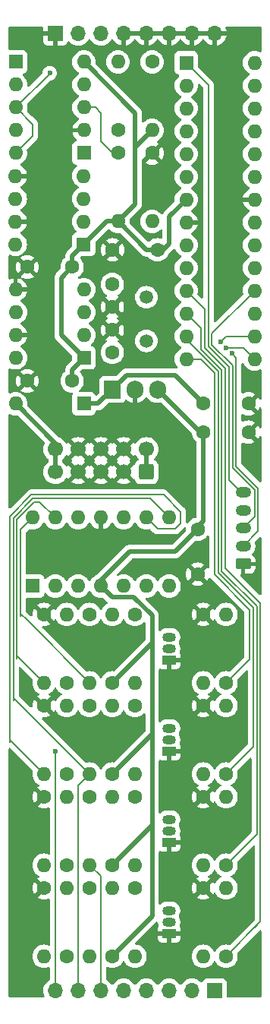
<source format=gbl>
G04 #@! TF.GenerationSoftware,KiCad,Pcbnew,8.0.0*
G04 #@! TF.CreationDate,2025-07-24T19:15:37+01:00*
G04 #@! TF.ProjectId,MidiToCvLogic,4d696469-546f-4437-964c-6f6769632e6b,1.0*
G04 #@! TF.SameCoordinates,Original*
G04 #@! TF.FileFunction,Copper,L2,Bot*
G04 #@! TF.FilePolarity,Positive*
%FSLAX46Y46*%
G04 Gerber Fmt 4.6, Leading zero omitted, Abs format (unit mm)*
G04 Created by KiCad (PCBNEW 8.0.0) date 2025-07-24 19:15:37*
%MOMM*%
%LPD*%
G01*
G04 APERTURE LIST*
G04 Aperture macros list*
%AMRoundRect*
0 Rectangle with rounded corners*
0 $1 Rounding radius*
0 $2 $3 $4 $5 $6 $7 $8 $9 X,Y pos of 4 corners*
0 Add a 4 corners polygon primitive as box body*
4,1,4,$2,$3,$4,$5,$6,$7,$8,$9,$2,$3,0*
0 Add four circle primitives for the rounded corners*
1,1,$1+$1,$2,$3*
1,1,$1+$1,$4,$5*
1,1,$1+$1,$6,$7*
1,1,$1+$1,$8,$9*
0 Add four rect primitives between the rounded corners*
20,1,$1+$1,$2,$3,$4,$5,0*
20,1,$1+$1,$4,$5,$6,$7,0*
20,1,$1+$1,$6,$7,$8,$9,0*
20,1,$1+$1,$8,$9,$2,$3,0*%
G04 Aperture macros list end*
G04 #@! TA.AperFunction,ComponentPad*
%ADD10C,1.600000*%
G04 #@! TD*
G04 #@! TA.AperFunction,ComponentPad*
%ADD11O,1.600000X1.600000*%
G04 #@! TD*
G04 #@! TA.AperFunction,ComponentPad*
%ADD12R,1.600000X1.600000*%
G04 #@! TD*
G04 #@! TA.AperFunction,ComponentPad*
%ADD13R,1.700000X1.700000*%
G04 #@! TD*
G04 #@! TA.AperFunction,ComponentPad*
%ADD14O,1.700000X1.700000*%
G04 #@! TD*
G04 #@! TA.AperFunction,ComponentPad*
%ADD15R,1.500000X1.050000*%
G04 #@! TD*
G04 #@! TA.AperFunction,ComponentPad*
%ADD16O,1.500000X1.050000*%
G04 #@! TD*
G04 #@! TA.AperFunction,ComponentPad*
%ADD17C,1.500000*%
G04 #@! TD*
G04 #@! TA.AperFunction,ComponentPad*
%ADD18R,1.905000X2.000000*%
G04 #@! TD*
G04 #@! TA.AperFunction,ComponentPad*
%ADD19O,1.905000X2.000000*%
G04 #@! TD*
G04 #@! TA.AperFunction,ComponentPad*
%ADD20RoundRect,0.250000X0.625000X-0.350000X0.625000X0.350000X-0.625000X0.350000X-0.625000X-0.350000X0*%
G04 #@! TD*
G04 #@! TA.AperFunction,ComponentPad*
%ADD21O,1.750000X1.200000*%
G04 #@! TD*
G04 #@! TA.AperFunction,ComponentPad*
%ADD22RoundRect,0.250000X0.600000X-0.600000X0.600000X0.600000X-0.600000X0.600000X-0.600000X-0.600000X0*%
G04 #@! TD*
G04 #@! TA.AperFunction,ComponentPad*
%ADD23C,1.700000*%
G04 #@! TD*
G04 #@! TA.AperFunction,ViaPad*
%ADD24C,0.600000*%
G04 #@! TD*
G04 #@! TA.AperFunction,Conductor*
%ADD25C,0.500000*%
G04 #@! TD*
G04 #@! TA.AperFunction,Conductor*
%ADD26C,0.200000*%
G04 #@! TD*
G04 APERTURE END LIST*
D10*
X60365000Y-77470000D03*
X65365000Y-77470000D03*
X62865000Y-135890000D03*
D11*
X62865000Y-128270000D03*
D10*
X50165000Y-105410000D03*
D11*
X50165000Y-97790000D03*
D10*
X50165000Y-61000000D03*
X50165000Y-63500000D03*
X45085000Y-115570000D03*
D11*
X45085000Y-107950000D03*
D12*
X39380000Y-36205000D03*
D11*
X39380000Y-38745000D03*
X39380000Y-41285000D03*
X39380000Y-43825000D03*
X47000000Y-43825000D03*
X47000000Y-41285000D03*
X47000000Y-38745000D03*
X47000000Y-36205000D03*
D12*
X46970000Y-56535000D03*
D11*
X46970000Y-53995000D03*
X46970000Y-51455000D03*
X46970000Y-48915000D03*
X39350000Y-48915000D03*
X39350000Y-51455000D03*
X39350000Y-53995000D03*
X39350000Y-56535000D03*
D13*
X43815000Y-33020000D03*
D14*
X46355000Y-33020000D03*
X48895000Y-33020000D03*
X51435000Y-33020000D03*
X53975000Y-33020000D03*
X56515000Y-33020000D03*
X59055000Y-33020000D03*
X61595000Y-33020000D03*
D10*
X54610000Y-46355000D03*
D11*
X54610000Y-53975000D03*
D10*
X62865000Y-105410000D03*
D11*
X62865000Y-97790000D03*
D10*
X50165000Y-68580000D03*
X50165000Y-66080000D03*
X60325000Y-97790000D03*
D11*
X60325000Y-105410000D03*
D12*
X41275000Y-94615000D03*
D11*
X43815000Y-94615000D03*
X46355000Y-94615000D03*
X48895000Y-94615000D03*
X51435000Y-94615000D03*
X53975000Y-94615000D03*
X56515000Y-94615000D03*
X56515000Y-86995000D03*
X53975000Y-86995000D03*
X51435000Y-86995000D03*
X48895000Y-86995000D03*
X46355000Y-86995000D03*
X43815000Y-86995000D03*
X41275000Y-86995000D03*
D10*
X52705000Y-107950000D03*
D11*
X52705000Y-115570000D03*
D10*
X50165000Y-115570000D03*
D11*
X50165000Y-107950000D03*
D10*
X42545000Y-107950000D03*
D11*
X42545000Y-115570000D03*
D10*
X45085000Y-105410000D03*
D11*
X45085000Y-97790000D03*
D10*
X59690000Y-88305000D03*
X59690000Y-93305000D03*
X52705000Y-128270000D03*
D11*
X52705000Y-135890000D03*
D10*
X50205000Y-57150000D03*
X55205000Y-57150000D03*
X62865000Y-115570000D03*
D11*
X62865000Y-107950000D03*
D10*
X47625000Y-118110000D03*
D11*
X47625000Y-125730000D03*
D15*
X56515000Y-133350000D03*
D16*
X56515000Y-132080000D03*
X56515000Y-130810000D03*
D12*
X46990000Y-46355000D03*
D11*
X39370000Y-46355000D03*
D17*
X53975000Y-67310000D03*
X53975000Y-62430000D03*
D10*
X47625000Y-107950000D03*
D11*
X47625000Y-115570000D03*
D10*
X40680000Y-71755000D03*
X45680000Y-71755000D03*
D15*
X56515000Y-113030000D03*
D16*
X56515000Y-111760000D03*
X56515000Y-110490000D03*
D10*
X60325000Y-107950000D03*
D11*
X60325000Y-115570000D03*
D10*
X60365000Y-74295000D03*
X65365000Y-74295000D03*
X42545000Y-128270000D03*
D11*
X42545000Y-135890000D03*
D13*
X61595000Y-139700000D03*
D14*
X59055000Y-139700000D03*
X56515000Y-139700000D03*
X53975000Y-139700000D03*
X51435000Y-139700000D03*
X48895000Y-139700000D03*
X46355000Y-139700000D03*
X43815000Y-139700000D03*
D12*
X58420000Y-36299657D03*
D11*
X58420000Y-38839657D03*
X58420000Y-41379657D03*
X58420000Y-43919657D03*
X58420000Y-46459657D03*
X58420000Y-48999657D03*
X58420000Y-51539657D03*
X58420000Y-54079657D03*
X58420000Y-56619657D03*
X58420000Y-59159657D03*
X58420000Y-61699657D03*
X58420000Y-64239657D03*
X58420000Y-66779657D03*
X58420000Y-69319657D03*
X66040000Y-69319657D03*
X66040000Y-66779657D03*
X66040000Y-64239657D03*
X66040000Y-61699657D03*
X66040000Y-59159657D03*
X66040000Y-56619657D03*
X66040000Y-54079657D03*
X66040000Y-51539657D03*
X66040000Y-48999657D03*
X66040000Y-46459657D03*
X66040000Y-43919657D03*
X66040000Y-41379657D03*
X66040000Y-38839657D03*
X66040000Y-36299657D03*
D12*
X46990000Y-69190343D03*
D11*
X46990000Y-66650343D03*
X46990000Y-64110343D03*
X46990000Y-61570343D03*
X39370000Y-61570343D03*
X39370000Y-64110343D03*
X39370000Y-66650343D03*
X39370000Y-69190343D03*
D10*
X47625000Y-97790000D03*
D11*
X47625000Y-105410000D03*
D10*
X60325000Y-118110000D03*
D11*
X60325000Y-125730000D03*
D10*
X50800000Y-43815000D03*
D11*
X50800000Y-36195000D03*
D10*
X42545000Y-118110000D03*
D11*
X42545000Y-125730000D03*
D15*
X56515000Y-123190000D03*
D16*
X56515000Y-121920000D03*
X56515000Y-120650000D03*
D10*
X47625000Y-128270000D03*
D11*
X47625000Y-135890000D03*
D12*
X46990000Y-74295000D03*
D11*
X39370000Y-74295000D03*
D10*
X60325000Y-128270000D03*
D11*
X60325000Y-135890000D03*
D15*
X56515000Y-102870000D03*
D16*
X56515000Y-101600000D03*
X56515000Y-100330000D03*
D10*
X54610000Y-36195000D03*
D11*
X54610000Y-43815000D03*
D10*
X45085000Y-135890000D03*
D11*
X45085000Y-128270000D03*
D10*
X40680000Y-59055000D03*
X45680000Y-59055000D03*
X42545000Y-97790000D03*
D11*
X42545000Y-105410000D03*
D10*
X45085000Y-125730000D03*
D11*
X45085000Y-118110000D03*
D10*
X52705000Y-118110000D03*
D11*
X52705000Y-125730000D03*
D10*
X50165000Y-125730000D03*
D11*
X50165000Y-118110000D03*
D10*
X52705000Y-97790000D03*
D11*
X52705000Y-105410000D03*
D10*
X50800000Y-46355000D03*
D11*
X50800000Y-53975000D03*
D10*
X50165000Y-135890000D03*
D11*
X50165000Y-128270000D03*
D10*
X62865000Y-125730000D03*
D11*
X62865000Y-118110000D03*
D18*
X50165000Y-72715000D03*
D19*
X52705000Y-72715000D03*
X55245000Y-72715000D03*
D20*
X64770000Y-92170000D03*
D21*
X64770000Y-90170000D03*
X64770000Y-88170000D03*
X64770000Y-86170000D03*
X64770000Y-84170000D03*
D22*
X53975000Y-81915000D03*
D23*
X53975000Y-79375000D03*
X51435000Y-81915000D03*
X51435000Y-79375000D03*
X48895000Y-81915000D03*
X48895000Y-79375000D03*
X46355000Y-81915000D03*
X46355000Y-79375000D03*
X43815000Y-81915000D03*
X43815000Y-79375000D03*
D24*
X63500000Y-68684657D03*
X43815000Y-113030000D03*
X43180000Y-37465000D03*
X62865000Y-68049657D03*
X62230000Y-67414657D03*
D25*
X55245000Y-72715000D02*
X55245000Y-72390000D01*
X44450000Y-60285000D02*
X45680000Y-59055000D01*
X58420000Y-51539657D02*
X56515000Y-53444657D01*
X52705000Y-52070000D02*
X52705000Y-45720000D01*
X50145000Y-95865000D02*
X48895000Y-94615000D01*
X49530000Y-53975000D02*
X46970000Y-56535000D01*
X46990000Y-69190343D02*
X44450000Y-66650343D01*
X50800000Y-53975000D02*
X52705000Y-52070000D01*
X54610000Y-43815000D02*
X52705000Y-45720000D01*
X52705000Y-45720000D02*
X52705000Y-41910000D01*
X59650000Y-88022500D02*
X60325000Y-87347500D01*
X54610000Y-100965000D02*
X54610000Y-111125000D01*
X54610000Y-111125000D02*
X54610000Y-121285000D01*
X50800000Y-53975000D02*
X49530000Y-53975000D01*
X44450000Y-66650343D02*
X44450000Y-60285000D01*
X52705000Y-41910000D02*
X47000000Y-36205000D01*
X56515000Y-53444657D02*
X56515000Y-56475000D01*
X60325000Y-87347500D02*
X60325000Y-77510000D01*
X48895000Y-94615000D02*
X48895000Y-93980000D01*
X45680000Y-59055000D02*
X45680000Y-57835000D01*
X60365000Y-77470000D02*
X60000000Y-77470000D01*
X52547767Y-95865000D02*
X50145000Y-95865000D01*
X55840000Y-57150000D02*
X53975000Y-57150000D01*
X45680000Y-71755000D02*
X45680000Y-70500343D01*
X54610000Y-121285000D02*
X50165000Y-125730000D01*
X54610000Y-111125000D02*
X50165000Y-115570000D01*
X57150000Y-90805000D02*
X59650000Y-88305000D01*
X60000000Y-77470000D02*
X55245000Y-72715000D01*
X54610000Y-97927233D02*
X52547767Y-95865000D01*
X52070000Y-90805000D02*
X57150000Y-90805000D01*
X54610000Y-100965000D02*
X54610000Y-97927233D01*
X53975000Y-57150000D02*
X50800000Y-53975000D01*
X48895000Y-93980000D02*
X52070000Y-90805000D01*
X56515000Y-56475000D02*
X55840000Y-57150000D01*
X45680000Y-57835000D02*
X46970000Y-56545000D01*
X60325000Y-77510000D02*
X60365000Y-77470000D01*
X54610000Y-121285000D02*
X54610000Y-131445000D01*
X54610000Y-131445000D02*
X50165000Y-135890000D01*
X50165000Y-105410000D02*
X54610000Y-100965000D01*
X45680000Y-70500343D02*
X46990000Y-69190343D01*
X39370000Y-74295000D02*
X43815000Y-78740000D01*
X43815000Y-78740000D02*
X43815000Y-79022500D01*
X43815000Y-79022500D02*
X43815000Y-81562500D01*
X53975000Y-81562500D02*
X53975000Y-79022500D01*
D26*
X63995000Y-69179657D02*
X63500000Y-68684657D01*
X64770000Y-90170000D02*
X66440000Y-88500000D01*
X66440000Y-88500000D02*
X66440000Y-83726522D01*
X63995000Y-81281522D02*
X63995000Y-69179657D01*
X66440000Y-83726522D02*
X63995000Y-81281522D01*
X61290000Y-67744657D02*
X61290000Y-66449657D01*
X66040000Y-83892208D02*
X63595000Y-81447208D01*
X64770000Y-88170000D02*
X66040000Y-86900000D01*
X63595000Y-70049658D02*
X61290000Y-67744657D01*
X63595000Y-81447208D02*
X63595000Y-70049658D01*
X61290000Y-66449657D02*
X66040000Y-61699657D01*
X66040000Y-86900000D02*
X66040000Y-83892208D01*
X60890000Y-67910343D02*
X63195000Y-70215347D01*
X60890000Y-38769657D02*
X60890000Y-67910343D01*
X58420000Y-36299657D02*
X60890000Y-38769657D01*
X63195000Y-82785000D02*
X64580000Y-84170000D01*
X63195000Y-70215347D02*
X63195000Y-82785000D01*
X64580000Y-84170000D02*
X64770000Y-84170000D01*
X43785000Y-139750000D02*
X43815000Y-139720000D01*
X43815000Y-139720000D02*
X43815000Y-113030000D01*
X39935000Y-88335000D02*
X40005000Y-88265000D01*
X47625000Y-105410000D02*
X40640000Y-98425000D01*
X39935000Y-98002500D02*
X39935000Y-88335000D01*
X39935000Y-88335000D02*
X41275000Y-86995000D01*
X40640000Y-98425000D02*
X39935000Y-97720000D01*
X39135000Y-87013680D02*
X39144340Y-87004340D01*
X46325000Y-116870000D02*
X47625000Y-115570000D01*
X39135000Y-107362500D02*
X39135000Y-87013680D01*
X41293679Y-84855000D02*
X54375000Y-84855000D01*
X46325000Y-139750000D02*
X46325000Y-116870000D01*
X47625000Y-115570000D02*
X39135000Y-107080000D01*
X54375000Y-84855000D02*
X56515000Y-86995000D01*
X39135000Y-87013679D02*
X41293679Y-84855000D01*
X39380000Y-41285000D02*
X41275000Y-43180000D01*
X41275000Y-44450000D02*
X39370000Y-46355000D01*
X43180000Y-37485000D02*
X43180000Y-37465000D01*
X39380000Y-41285000D02*
X43180000Y-37485000D01*
X41275000Y-43180000D02*
X41275000Y-44450000D01*
X47000000Y-41570635D02*
X47285635Y-41285000D01*
X48895000Y-41920000D02*
X48895000Y-45085000D01*
X47285635Y-41285000D02*
X48260000Y-41285000D01*
X48895000Y-45085000D02*
X50800000Y-46990000D01*
X48260000Y-41285000D02*
X48895000Y-41920000D01*
X47000000Y-41285000D02*
X47000000Y-41570635D01*
X42415000Y-135890000D02*
X42545000Y-135890000D01*
X55245000Y-88265000D02*
X53975000Y-86995000D01*
X42545000Y-115570000D02*
X38735000Y-111760000D01*
X57150000Y-88265000D02*
X55245000Y-88265000D01*
X55880000Y-84455000D02*
X57785000Y-86360000D01*
X38735000Y-86847993D02*
X41127994Y-84455000D01*
X41127994Y-84455000D02*
X55880000Y-84455000D01*
X57785000Y-86360000D02*
X57785000Y-87630000D01*
X57785000Y-87630000D02*
X57150000Y-88265000D01*
X38735000Y-112042500D02*
X38735000Y-86847993D01*
X42545000Y-105410000D02*
X39535000Y-102400000D01*
X39535000Y-87179365D02*
X41459366Y-85255000D01*
X39535000Y-102682500D02*
X39535000Y-87179365D01*
X42075000Y-85255000D02*
X43815000Y-86995000D01*
X41459366Y-85255000D02*
X42075000Y-85255000D01*
X60490000Y-63769657D02*
X60490000Y-68076029D01*
X62795000Y-92640000D02*
X66710000Y-96555000D01*
X62795000Y-70381032D02*
X62795000Y-92640000D01*
X58420000Y-61699657D02*
X60490000Y-63769657D01*
X66710000Y-132045000D02*
X62865000Y-135890000D01*
X60490000Y-68076029D02*
X62795000Y-70381032D01*
X66710000Y-96555000D02*
X66710000Y-132045000D01*
X66710000Y-132045000D02*
X66040000Y-132715000D01*
X66310000Y-96859315D02*
X66310000Y-122285000D01*
X60090000Y-65909657D02*
X60090000Y-68241715D01*
X60090000Y-68241715D02*
X62395000Y-70546717D01*
X66310000Y-122285000D02*
X62865000Y-125730000D01*
X58420000Y-64239657D02*
X60090000Y-65909657D01*
X62395000Y-92944315D02*
X66310000Y-96859315D01*
X62395000Y-78740000D02*
X62395000Y-92944315D01*
X62395000Y-70546717D02*
X62395000Y-78800343D01*
X61995000Y-78966029D02*
X61995000Y-93110000D01*
X61995000Y-70712402D02*
X61995000Y-78966029D01*
X58420000Y-67137401D02*
X61995000Y-70712402D01*
X61995000Y-93110000D02*
X65910000Y-97025000D01*
X65910000Y-97025000D02*
X65910000Y-112525000D01*
X58420000Y-66779657D02*
X58420000Y-67137401D01*
X65910000Y-112525000D02*
X62865000Y-115570000D01*
X61595000Y-78105000D02*
X61595000Y-93345000D01*
X65510000Y-97260000D02*
X65510000Y-102765000D01*
X60036570Y-69319657D02*
X61595000Y-70878087D01*
X65510000Y-102765000D02*
X64452500Y-103822500D01*
X61595000Y-70878087D02*
X61595000Y-79131715D01*
X65510000Y-102765000D02*
X62865000Y-105410000D01*
X58420000Y-69319657D02*
X60036570Y-69319657D01*
X61595000Y-93345000D02*
X65510000Y-97260000D01*
X64770000Y-68049657D02*
X66040000Y-69319657D01*
X62865000Y-68049657D02*
X64770000Y-68049657D01*
X62230000Y-67414657D02*
X62865000Y-66779657D01*
X62865000Y-66779657D02*
X66040000Y-66779657D01*
X48865000Y-139750000D02*
X48865000Y-126970000D01*
X48865000Y-126970000D02*
X47625000Y-125730000D01*
D25*
X57190000Y-71120000D02*
X60365000Y-74295000D01*
X46990000Y-74295000D02*
X48585000Y-74295000D01*
X51760000Y-71120000D02*
X57190000Y-71120000D01*
X48585000Y-74295000D02*
X51760000Y-71120000D01*
G04 #@! TA.AperFunction,Conductor*
G36*
X38805703Y-112680384D02*
G01*
X38812181Y-112686416D01*
X41253058Y-115127293D01*
X41286543Y-115188616D01*
X41285152Y-115247067D01*
X41259366Y-115343302D01*
X41259364Y-115343313D01*
X41239532Y-115569998D01*
X41239532Y-115570001D01*
X41259364Y-115796686D01*
X41259366Y-115796697D01*
X41318258Y-116016488D01*
X41318261Y-116016497D01*
X41414431Y-116222732D01*
X41414432Y-116222734D01*
X41544954Y-116409141D01*
X41705858Y-116570045D01*
X41705861Y-116570047D01*
X41892266Y-116700568D01*
X41950865Y-116727893D01*
X42003305Y-116774065D01*
X42022457Y-116841258D01*
X42002242Y-116908139D01*
X41950867Y-116952657D01*
X41892513Y-116979868D01*
X41892512Y-116979868D01*
X41819526Y-117030973D01*
X41819526Y-117030974D01*
X42498553Y-117710000D01*
X42492339Y-117710000D01*
X42390606Y-117737259D01*
X42299394Y-117789920D01*
X42224920Y-117864394D01*
X42172259Y-117955606D01*
X42145000Y-118057339D01*
X42145000Y-118063552D01*
X41465974Y-117384526D01*
X41465973Y-117384526D01*
X41414868Y-117457512D01*
X41414866Y-117457516D01*
X41318734Y-117663673D01*
X41318730Y-117663682D01*
X41259860Y-117883389D01*
X41259858Y-117883400D01*
X41240034Y-118109997D01*
X41240034Y-118110002D01*
X41259858Y-118336599D01*
X41259860Y-118336610D01*
X41318730Y-118556317D01*
X41318735Y-118556331D01*
X41414863Y-118762478D01*
X41465974Y-118835472D01*
X42145000Y-118156446D01*
X42145000Y-118162661D01*
X42172259Y-118264394D01*
X42224920Y-118355606D01*
X42299394Y-118430080D01*
X42390606Y-118482741D01*
X42492339Y-118510000D01*
X42498551Y-118510000D01*
X41819526Y-119189025D01*
X41892513Y-119240132D01*
X41892521Y-119240136D01*
X42098668Y-119336264D01*
X42098682Y-119336269D01*
X42318389Y-119395139D01*
X42318400Y-119395141D01*
X42544998Y-119414966D01*
X42545002Y-119414966D01*
X42771599Y-119395141D01*
X42771610Y-119395139D01*
X42991317Y-119336269D01*
X42991321Y-119336267D01*
X43038094Y-119314457D01*
X43107172Y-119303965D01*
X43170956Y-119332484D01*
X43209196Y-119390960D01*
X43214500Y-119426839D01*
X43214500Y-124412608D01*
X43194815Y-124479647D01*
X43142011Y-124525402D01*
X43072853Y-124535346D01*
X43038096Y-124524991D01*
X43029434Y-124520952D01*
X42991496Y-124503261D01*
X42991493Y-124503260D01*
X42991488Y-124503258D01*
X42771697Y-124444366D01*
X42771693Y-124444365D01*
X42771692Y-124444365D01*
X42771691Y-124444364D01*
X42771686Y-124444364D01*
X42545002Y-124424532D01*
X42544998Y-124424532D01*
X42318313Y-124444364D01*
X42318302Y-124444366D01*
X42098511Y-124503258D01*
X42098502Y-124503261D01*
X41892267Y-124599431D01*
X41892265Y-124599432D01*
X41705858Y-124729954D01*
X41544954Y-124890858D01*
X41414432Y-125077265D01*
X41414431Y-125077267D01*
X41318261Y-125283502D01*
X41318258Y-125283511D01*
X41259366Y-125503302D01*
X41259364Y-125503313D01*
X41239532Y-125729998D01*
X41239532Y-125730001D01*
X41259364Y-125956686D01*
X41259366Y-125956697D01*
X41318258Y-126176488D01*
X41318261Y-126176497D01*
X41414431Y-126382732D01*
X41414432Y-126382734D01*
X41544954Y-126569141D01*
X41705858Y-126730045D01*
X41705861Y-126730047D01*
X41892266Y-126860568D01*
X41950865Y-126887893D01*
X42003305Y-126934065D01*
X42022457Y-127001258D01*
X42002242Y-127068139D01*
X41950867Y-127112657D01*
X41892513Y-127139868D01*
X41892512Y-127139868D01*
X41819526Y-127190973D01*
X41819526Y-127190974D01*
X42498553Y-127870000D01*
X42492339Y-127870000D01*
X42390606Y-127897259D01*
X42299394Y-127949920D01*
X42224920Y-128024394D01*
X42172259Y-128115606D01*
X42145000Y-128217339D01*
X42145000Y-128223552D01*
X41465974Y-127544526D01*
X41465973Y-127544526D01*
X41414868Y-127617512D01*
X41414866Y-127617516D01*
X41318734Y-127823673D01*
X41318730Y-127823682D01*
X41259860Y-128043389D01*
X41259858Y-128043400D01*
X41240034Y-128269997D01*
X41240034Y-128270002D01*
X41259858Y-128496599D01*
X41259860Y-128496610D01*
X41318730Y-128716317D01*
X41318735Y-128716331D01*
X41414863Y-128922478D01*
X41465974Y-128995472D01*
X42145000Y-128316446D01*
X42145000Y-128322661D01*
X42172259Y-128424394D01*
X42224920Y-128515606D01*
X42299394Y-128590080D01*
X42390606Y-128642741D01*
X42492339Y-128670000D01*
X42498551Y-128670000D01*
X41819526Y-129349025D01*
X41892513Y-129400132D01*
X41892521Y-129400136D01*
X42098668Y-129496264D01*
X42098682Y-129496269D01*
X42318389Y-129555139D01*
X42318400Y-129555141D01*
X42544998Y-129574966D01*
X42545002Y-129574966D01*
X42771599Y-129555141D01*
X42771610Y-129555139D01*
X42991317Y-129496269D01*
X42991321Y-129496267D01*
X43038094Y-129474457D01*
X43107172Y-129463965D01*
X43170956Y-129492484D01*
X43209196Y-129550960D01*
X43214500Y-129586839D01*
X43214500Y-134572608D01*
X43194815Y-134639647D01*
X43142011Y-134685402D01*
X43072853Y-134695346D01*
X43038096Y-134684991D01*
X43029434Y-134680952D01*
X42991496Y-134663261D01*
X42991493Y-134663260D01*
X42991488Y-134663258D01*
X42771697Y-134604366D01*
X42771693Y-134604365D01*
X42771692Y-134604365D01*
X42771691Y-134604364D01*
X42771686Y-134604364D01*
X42545002Y-134584532D01*
X42544998Y-134584532D01*
X42318313Y-134604364D01*
X42318302Y-134604366D01*
X42098511Y-134663258D01*
X42098502Y-134663261D01*
X41892267Y-134759431D01*
X41892265Y-134759432D01*
X41705858Y-134889954D01*
X41544954Y-135050858D01*
X41414432Y-135237265D01*
X41414431Y-135237267D01*
X41318261Y-135443502D01*
X41318258Y-135443511D01*
X41259366Y-135663302D01*
X41259364Y-135663313D01*
X41239532Y-135889998D01*
X41239532Y-135890001D01*
X41259364Y-136116686D01*
X41259366Y-136116697D01*
X41318258Y-136336488D01*
X41318261Y-136336497D01*
X41414431Y-136542732D01*
X41414432Y-136542734D01*
X41544954Y-136729141D01*
X41705858Y-136890045D01*
X41705861Y-136890047D01*
X41892266Y-137020568D01*
X42098504Y-137116739D01*
X42318308Y-137175635D01*
X42480230Y-137189801D01*
X42544998Y-137195468D01*
X42545000Y-137195468D01*
X42545002Y-137195468D01*
X42601673Y-137190509D01*
X42771692Y-137175635D01*
X42991496Y-137116739D01*
X43038096Y-137095008D01*
X43107172Y-137084517D01*
X43170956Y-137113036D01*
X43209196Y-137171513D01*
X43214500Y-137207391D01*
X43214500Y-138410908D01*
X43194815Y-138477947D01*
X43142914Y-138523286D01*
X43137173Y-138525963D01*
X43137169Y-138525965D01*
X42943597Y-138661505D01*
X42776505Y-138828597D01*
X42640965Y-139022169D01*
X42640964Y-139022171D01*
X42541098Y-139236335D01*
X42541094Y-139236344D01*
X42479938Y-139464586D01*
X42479936Y-139464596D01*
X42459341Y-139699999D01*
X42459341Y-139700000D01*
X42479936Y-139935403D01*
X42479938Y-139935413D01*
X42541094Y-140163655D01*
X42541097Y-140163664D01*
X42565368Y-140215712D01*
X42601453Y-140293097D01*
X42611945Y-140362172D01*
X42583426Y-140425956D01*
X42524949Y-140464196D01*
X42489071Y-140469500D01*
X38724500Y-140469500D01*
X38657461Y-140449815D01*
X38611706Y-140397011D01*
X38600500Y-140345500D01*
X38600500Y-112774097D01*
X38620185Y-112707058D01*
X38672989Y-112661303D01*
X38742147Y-112651359D01*
X38805703Y-112680384D01*
G37*
G04 #@! TD.AperFunction*
G04 #@! TA.AperFunction,Conductor*
G36*
X60955354Y-89012191D02*
G01*
X60990769Y-89072421D01*
X60994500Y-89102611D01*
X60994500Y-92508260D01*
X60974815Y-92575299D01*
X60922011Y-92621054D01*
X60852853Y-92630998D01*
X60789297Y-92601973D01*
X60769056Y-92579529D01*
X60769025Y-92579526D01*
X60090000Y-93258551D01*
X60090000Y-93252339D01*
X60062741Y-93150606D01*
X60010080Y-93059394D01*
X59935606Y-92984920D01*
X59844394Y-92932259D01*
X59742661Y-92905000D01*
X59736448Y-92905000D01*
X60415472Y-92225974D01*
X60342478Y-92174863D01*
X60136331Y-92078735D01*
X60136317Y-92078730D01*
X59916610Y-92019860D01*
X59916599Y-92019858D01*
X59690002Y-92000034D01*
X59689998Y-92000034D01*
X59463400Y-92019858D01*
X59463389Y-92019860D01*
X59243682Y-92078730D01*
X59243673Y-92078734D01*
X59037516Y-92174866D01*
X59037512Y-92174868D01*
X58964526Y-92225973D01*
X58964526Y-92225974D01*
X59643553Y-92905000D01*
X59637339Y-92905000D01*
X59535606Y-92932259D01*
X59444394Y-92984920D01*
X59369920Y-93059394D01*
X59317259Y-93150606D01*
X59290000Y-93252339D01*
X59290000Y-93258552D01*
X58610974Y-92579526D01*
X58610973Y-92579526D01*
X58559868Y-92652512D01*
X58559866Y-92652516D01*
X58463734Y-92858673D01*
X58463730Y-92858682D01*
X58404860Y-93078389D01*
X58404858Y-93078400D01*
X58385034Y-93304997D01*
X58385034Y-93305002D01*
X58404858Y-93531599D01*
X58404860Y-93531610D01*
X58463730Y-93751317D01*
X58463735Y-93751331D01*
X58559863Y-93957478D01*
X58610974Y-94030472D01*
X59290000Y-93351446D01*
X59290000Y-93357661D01*
X59317259Y-93459394D01*
X59369920Y-93550606D01*
X59444394Y-93625080D01*
X59535606Y-93677741D01*
X59637339Y-93705000D01*
X59643553Y-93705000D01*
X58964526Y-94384025D01*
X59037513Y-94435132D01*
X59037521Y-94435136D01*
X59243668Y-94531264D01*
X59243682Y-94531269D01*
X59463389Y-94590139D01*
X59463400Y-94590141D01*
X59689998Y-94609966D01*
X59690002Y-94609966D01*
X59916599Y-94590141D01*
X59916610Y-94590139D01*
X60136317Y-94531269D01*
X60136331Y-94531264D01*
X60342478Y-94435136D01*
X60415471Y-94384024D01*
X59736447Y-93705000D01*
X59742661Y-93705000D01*
X59844394Y-93677741D01*
X59935606Y-93625080D01*
X60010080Y-93550606D01*
X60062741Y-93459394D01*
X60090000Y-93357661D01*
X60090000Y-93351447D01*
X60769024Y-94030471D01*
X60820136Y-93957478D01*
X60916420Y-93750996D01*
X60962592Y-93698556D01*
X61029785Y-93679404D01*
X61096666Y-93699619D01*
X61116483Y-93715719D01*
X61233349Y-93832585D01*
X61233355Y-93832590D01*
X64873181Y-97472416D01*
X64906666Y-97533739D01*
X64909500Y-97560097D01*
X64909500Y-102464902D01*
X64889815Y-102531941D01*
X64873181Y-102552583D01*
X63307705Y-104118058D01*
X63246382Y-104151543D01*
X63187931Y-104150152D01*
X63091697Y-104124366D01*
X63091693Y-104124365D01*
X63091692Y-104124365D01*
X63091691Y-104124364D01*
X63091686Y-104124364D01*
X62865002Y-104104532D01*
X62864998Y-104104532D01*
X62638313Y-104124364D01*
X62638302Y-104124366D01*
X62418511Y-104183258D01*
X62418502Y-104183261D01*
X62212267Y-104279431D01*
X62212265Y-104279432D01*
X62025858Y-104409954D01*
X61864954Y-104570858D01*
X61734432Y-104757265D01*
X61734431Y-104757267D01*
X61715310Y-104798272D01*
X61710501Y-104808587D01*
X61707382Y-104815275D01*
X61661209Y-104867714D01*
X61594016Y-104886866D01*
X61527135Y-104866650D01*
X61482618Y-104815275D01*
X61455568Y-104757266D01*
X61325047Y-104570861D01*
X61325045Y-104570858D01*
X61164141Y-104409954D01*
X60977734Y-104279432D01*
X60977732Y-104279431D01*
X60771497Y-104183261D01*
X60771488Y-104183258D01*
X60551697Y-104124366D01*
X60551693Y-104124365D01*
X60551692Y-104124365D01*
X60551691Y-104124364D01*
X60551686Y-104124364D01*
X60325002Y-104104532D01*
X60324998Y-104104532D01*
X60098313Y-104124364D01*
X60098302Y-104124366D01*
X59878511Y-104183258D01*
X59878502Y-104183261D01*
X59672267Y-104279431D01*
X59672265Y-104279432D01*
X59485858Y-104409954D01*
X59324954Y-104570858D01*
X59194432Y-104757265D01*
X59194431Y-104757267D01*
X59098261Y-104963502D01*
X59098258Y-104963511D01*
X59039366Y-105183302D01*
X59039364Y-105183313D01*
X59019532Y-105409998D01*
X59019532Y-105410001D01*
X59039364Y-105636686D01*
X59039366Y-105636697D01*
X59098258Y-105856488D01*
X59098261Y-105856497D01*
X59194431Y-106062732D01*
X59194432Y-106062734D01*
X59324954Y-106249141D01*
X59485858Y-106410045D01*
X59485861Y-106410047D01*
X59672266Y-106540568D01*
X59730865Y-106567893D01*
X59783305Y-106614065D01*
X59802457Y-106681258D01*
X59782242Y-106748139D01*
X59730867Y-106792657D01*
X59672513Y-106819868D01*
X59672512Y-106819868D01*
X59599526Y-106870973D01*
X59599526Y-106870974D01*
X60278553Y-107550000D01*
X60272339Y-107550000D01*
X60170606Y-107577259D01*
X60079394Y-107629920D01*
X60004920Y-107704394D01*
X59952259Y-107795606D01*
X59925000Y-107897339D01*
X59925000Y-107903552D01*
X59245974Y-107224526D01*
X59245973Y-107224526D01*
X59194868Y-107297512D01*
X59194866Y-107297516D01*
X59098734Y-107503673D01*
X59098730Y-107503682D01*
X59039860Y-107723389D01*
X59039858Y-107723400D01*
X59020034Y-107949997D01*
X59020034Y-107950002D01*
X59039858Y-108176599D01*
X59039860Y-108176610D01*
X59098730Y-108396317D01*
X59098735Y-108396331D01*
X59194863Y-108602478D01*
X59245974Y-108675472D01*
X59925000Y-107996446D01*
X59925000Y-108002661D01*
X59952259Y-108104394D01*
X60004920Y-108195606D01*
X60079394Y-108270080D01*
X60170606Y-108322741D01*
X60272339Y-108350000D01*
X60278553Y-108350000D01*
X59599526Y-109029025D01*
X59672513Y-109080132D01*
X59672521Y-109080136D01*
X59878668Y-109176264D01*
X59878682Y-109176269D01*
X60098389Y-109235139D01*
X60098400Y-109235141D01*
X60324998Y-109254966D01*
X60325002Y-109254966D01*
X60551599Y-109235141D01*
X60551610Y-109235139D01*
X60771317Y-109176269D01*
X60771331Y-109176264D01*
X60977478Y-109080136D01*
X61050471Y-109029024D01*
X60371447Y-108350000D01*
X60377661Y-108350000D01*
X60479394Y-108322741D01*
X60570606Y-108270080D01*
X60645080Y-108195606D01*
X60697741Y-108104394D01*
X60725000Y-108002661D01*
X60725000Y-107996447D01*
X61404024Y-108675471D01*
X61455133Y-108602482D01*
X61482341Y-108544135D01*
X61528513Y-108491696D01*
X61595707Y-108472543D01*
X61662588Y-108492758D01*
X61707105Y-108544132D01*
X61734432Y-108602734D01*
X61734433Y-108602735D01*
X61864954Y-108789141D01*
X62025858Y-108950045D01*
X62025861Y-108950047D01*
X62212266Y-109080568D01*
X62418504Y-109176739D01*
X62638308Y-109235635D01*
X62800230Y-109249801D01*
X62864998Y-109255468D01*
X62865000Y-109255468D01*
X62865002Y-109255468D01*
X62921673Y-109250509D01*
X63091692Y-109235635D01*
X63311496Y-109176739D01*
X63517734Y-109080568D01*
X63704139Y-108950047D01*
X63865047Y-108789139D01*
X63995568Y-108602734D01*
X64091739Y-108396496D01*
X64150635Y-108176692D01*
X64170468Y-107950000D01*
X64150635Y-107723308D01*
X64091739Y-107503504D01*
X63995568Y-107297266D01*
X63865047Y-107110861D01*
X63865045Y-107110858D01*
X63704141Y-106949954D01*
X63517734Y-106819432D01*
X63517728Y-106819429D01*
X63459725Y-106792382D01*
X63407285Y-106746210D01*
X63388133Y-106679017D01*
X63408348Y-106612135D01*
X63459725Y-106567618D01*
X63517734Y-106540568D01*
X63704139Y-106410047D01*
X63865047Y-106249139D01*
X63995568Y-106062734D01*
X64091739Y-105856496D01*
X64150635Y-105636692D01*
X64170468Y-105410000D01*
X64150635Y-105183308D01*
X64124847Y-105087066D01*
X64126510Y-105017217D01*
X64156939Y-104967294D01*
X65097820Y-104026414D01*
X65159142Y-103992930D01*
X65228834Y-103997914D01*
X65284767Y-104039786D01*
X65309184Y-104105250D01*
X65309500Y-104114096D01*
X65309500Y-112224902D01*
X65289815Y-112291941D01*
X65273181Y-112312583D01*
X63307705Y-114278058D01*
X63246382Y-114311543D01*
X63187931Y-114310152D01*
X63091697Y-114284366D01*
X63091693Y-114284365D01*
X63091692Y-114284365D01*
X63091691Y-114284364D01*
X63091686Y-114284364D01*
X62865002Y-114264532D01*
X62864998Y-114264532D01*
X62638313Y-114284364D01*
X62638302Y-114284366D01*
X62418511Y-114343258D01*
X62418502Y-114343261D01*
X62212267Y-114439431D01*
X62212265Y-114439432D01*
X62025858Y-114569954D01*
X61864954Y-114730858D01*
X61734432Y-114917265D01*
X61734431Y-114917267D01*
X61715310Y-114958272D01*
X61710501Y-114968587D01*
X61707382Y-114975275D01*
X61661209Y-115027714D01*
X61594016Y-115046866D01*
X61527135Y-115026650D01*
X61482618Y-114975275D01*
X61455568Y-114917266D01*
X61325047Y-114730861D01*
X61325045Y-114730858D01*
X61164141Y-114569954D01*
X60977734Y-114439432D01*
X60977732Y-114439431D01*
X60771497Y-114343261D01*
X60771488Y-114343258D01*
X60551697Y-114284366D01*
X60551693Y-114284365D01*
X60551692Y-114284365D01*
X60551691Y-114284364D01*
X60551686Y-114284364D01*
X60325002Y-114264532D01*
X60324998Y-114264532D01*
X60098313Y-114284364D01*
X60098302Y-114284366D01*
X59878511Y-114343258D01*
X59878502Y-114343261D01*
X59672267Y-114439431D01*
X59672265Y-114439432D01*
X59485858Y-114569954D01*
X59324954Y-114730858D01*
X59194432Y-114917265D01*
X59194431Y-114917267D01*
X59098261Y-115123502D01*
X59098258Y-115123511D01*
X59039366Y-115343302D01*
X59039364Y-115343313D01*
X59019532Y-115569998D01*
X59019532Y-115570001D01*
X59039364Y-115796686D01*
X59039366Y-115796697D01*
X59098258Y-116016488D01*
X59098261Y-116016497D01*
X59194431Y-116222732D01*
X59194432Y-116222734D01*
X59324954Y-116409141D01*
X59485858Y-116570045D01*
X59485861Y-116570047D01*
X59672266Y-116700568D01*
X59730865Y-116727893D01*
X59783305Y-116774065D01*
X59802457Y-116841258D01*
X59782242Y-116908139D01*
X59730867Y-116952657D01*
X59672513Y-116979868D01*
X59672512Y-116979868D01*
X59599526Y-117030973D01*
X59599526Y-117030974D01*
X60278553Y-117710000D01*
X60272339Y-117710000D01*
X60170606Y-117737259D01*
X60079394Y-117789920D01*
X60004920Y-117864394D01*
X59952259Y-117955606D01*
X59925000Y-118057339D01*
X59925000Y-118063552D01*
X59245974Y-117384526D01*
X59245973Y-117384526D01*
X59194868Y-117457512D01*
X59194866Y-117457516D01*
X59098734Y-117663673D01*
X59098730Y-117663682D01*
X59039860Y-117883389D01*
X59039858Y-117883400D01*
X59020034Y-118109997D01*
X59020034Y-118110002D01*
X59039858Y-118336599D01*
X59039860Y-118336610D01*
X59098730Y-118556317D01*
X59098735Y-118556331D01*
X59194863Y-118762478D01*
X59245974Y-118835472D01*
X59925000Y-118156446D01*
X59925000Y-118162661D01*
X59952259Y-118264394D01*
X60004920Y-118355606D01*
X60079394Y-118430080D01*
X60170606Y-118482741D01*
X60272339Y-118510000D01*
X60278553Y-118510000D01*
X59599526Y-119189025D01*
X59672513Y-119240132D01*
X59672521Y-119240136D01*
X59878668Y-119336264D01*
X59878682Y-119336269D01*
X60098389Y-119395139D01*
X60098400Y-119395141D01*
X60324998Y-119414966D01*
X60325002Y-119414966D01*
X60551599Y-119395141D01*
X60551610Y-119395139D01*
X60771317Y-119336269D01*
X60771331Y-119336264D01*
X60977478Y-119240136D01*
X61050471Y-119189024D01*
X60371447Y-118510000D01*
X60377661Y-118510000D01*
X60479394Y-118482741D01*
X60570606Y-118430080D01*
X60645080Y-118355606D01*
X60697741Y-118264394D01*
X60725000Y-118162661D01*
X60725000Y-118156447D01*
X61404024Y-118835471D01*
X61455133Y-118762482D01*
X61482341Y-118704135D01*
X61528513Y-118651696D01*
X61595707Y-118632543D01*
X61662588Y-118652758D01*
X61707105Y-118704132D01*
X61734432Y-118762734D01*
X61734433Y-118762735D01*
X61864954Y-118949141D01*
X62025858Y-119110045D01*
X62025861Y-119110047D01*
X62212266Y-119240568D01*
X62418504Y-119336739D01*
X62638308Y-119395635D01*
X62800230Y-119409801D01*
X62864998Y-119415468D01*
X62865000Y-119415468D01*
X62865002Y-119415468D01*
X62921673Y-119410509D01*
X63091692Y-119395635D01*
X63311496Y-119336739D01*
X63517734Y-119240568D01*
X63704139Y-119110047D01*
X63865047Y-118949139D01*
X63995568Y-118762734D01*
X64091739Y-118556496D01*
X64150635Y-118336692D01*
X64170468Y-118110000D01*
X64150635Y-117883308D01*
X64091739Y-117663504D01*
X63995568Y-117457266D01*
X63865047Y-117270861D01*
X63865045Y-117270858D01*
X63704141Y-117109954D01*
X63517734Y-116979432D01*
X63517728Y-116979429D01*
X63459725Y-116952382D01*
X63407285Y-116906210D01*
X63388133Y-116839017D01*
X63408348Y-116772135D01*
X63459725Y-116727618D01*
X63517734Y-116700568D01*
X63704139Y-116570047D01*
X63865047Y-116409139D01*
X63995568Y-116222734D01*
X64091739Y-116016496D01*
X64150635Y-115796692D01*
X64170468Y-115570000D01*
X64150635Y-115343308D01*
X64124847Y-115247066D01*
X64126510Y-115177217D01*
X64156939Y-115127294D01*
X65497820Y-113786413D01*
X65559142Y-113752930D01*
X65628834Y-113757914D01*
X65684767Y-113799786D01*
X65709184Y-113865250D01*
X65709500Y-113874096D01*
X65709500Y-121984902D01*
X65689815Y-122051941D01*
X65673181Y-122072583D01*
X63307705Y-124438058D01*
X63246382Y-124471543D01*
X63187931Y-124470152D01*
X63091697Y-124444366D01*
X63091693Y-124444365D01*
X63091692Y-124444365D01*
X63091691Y-124444364D01*
X63091686Y-124444364D01*
X62865002Y-124424532D01*
X62864998Y-124424532D01*
X62638313Y-124444364D01*
X62638302Y-124444366D01*
X62418511Y-124503258D01*
X62418502Y-124503261D01*
X62212267Y-124599431D01*
X62212265Y-124599432D01*
X62025858Y-124729954D01*
X61864954Y-124890858D01*
X61734432Y-125077265D01*
X61734431Y-125077267D01*
X61715310Y-125118272D01*
X61710501Y-125128587D01*
X61707382Y-125135275D01*
X61661209Y-125187714D01*
X61594016Y-125206866D01*
X61527135Y-125186650D01*
X61482618Y-125135275D01*
X61455568Y-125077266D01*
X61325047Y-124890861D01*
X61325045Y-124890858D01*
X61164141Y-124729954D01*
X60977734Y-124599432D01*
X60977732Y-124599431D01*
X60771497Y-124503261D01*
X60771488Y-124503258D01*
X60551697Y-124444366D01*
X60551693Y-124444365D01*
X60551692Y-124444365D01*
X60551691Y-124444364D01*
X60551686Y-124444364D01*
X60325002Y-124424532D01*
X60324998Y-124424532D01*
X60098313Y-124444364D01*
X60098302Y-124444366D01*
X59878511Y-124503258D01*
X59878502Y-124503261D01*
X59672267Y-124599431D01*
X59672265Y-124599432D01*
X59485858Y-124729954D01*
X59324954Y-124890858D01*
X59194432Y-125077265D01*
X59194431Y-125077267D01*
X59098261Y-125283502D01*
X59098258Y-125283511D01*
X59039366Y-125503302D01*
X59039364Y-125503313D01*
X59019532Y-125729998D01*
X59019532Y-125730001D01*
X59039364Y-125956686D01*
X59039366Y-125956697D01*
X59098258Y-126176488D01*
X59098261Y-126176497D01*
X59194431Y-126382732D01*
X59194432Y-126382734D01*
X59324954Y-126569141D01*
X59485858Y-126730045D01*
X59485861Y-126730047D01*
X59672266Y-126860568D01*
X59730865Y-126887893D01*
X59783305Y-126934065D01*
X59802457Y-127001258D01*
X59782242Y-127068139D01*
X59730867Y-127112657D01*
X59672513Y-127139868D01*
X59672512Y-127139868D01*
X59599526Y-127190973D01*
X59599526Y-127190974D01*
X60278553Y-127870000D01*
X60272339Y-127870000D01*
X60170606Y-127897259D01*
X60079394Y-127949920D01*
X60004920Y-128024394D01*
X59952259Y-128115606D01*
X59925000Y-128217339D01*
X59925000Y-128223552D01*
X59245974Y-127544526D01*
X59245973Y-127544526D01*
X59194868Y-127617512D01*
X59194866Y-127617516D01*
X59098734Y-127823673D01*
X59098730Y-127823682D01*
X59039860Y-128043389D01*
X59039858Y-128043400D01*
X59020034Y-128269997D01*
X59020034Y-128270002D01*
X59039858Y-128496599D01*
X59039860Y-128496610D01*
X59098730Y-128716317D01*
X59098735Y-128716331D01*
X59194863Y-128922478D01*
X59245974Y-128995472D01*
X59925000Y-128316446D01*
X59925000Y-128322661D01*
X59952259Y-128424394D01*
X60004920Y-128515606D01*
X60079394Y-128590080D01*
X60170606Y-128642741D01*
X60272339Y-128670000D01*
X60278553Y-128670000D01*
X59599526Y-129349025D01*
X59672513Y-129400132D01*
X59672521Y-129400136D01*
X59878668Y-129496264D01*
X59878682Y-129496269D01*
X60098389Y-129555139D01*
X60098400Y-129555141D01*
X60324998Y-129574966D01*
X60325002Y-129574966D01*
X60551599Y-129555141D01*
X60551610Y-129555139D01*
X60771317Y-129496269D01*
X60771331Y-129496264D01*
X60977478Y-129400136D01*
X61050471Y-129349024D01*
X60371447Y-128670000D01*
X60377661Y-128670000D01*
X60479394Y-128642741D01*
X60570606Y-128590080D01*
X60645080Y-128515606D01*
X60697741Y-128424394D01*
X60725000Y-128322661D01*
X60725000Y-128316447D01*
X61404024Y-128995471D01*
X61455133Y-128922482D01*
X61482341Y-128864135D01*
X61528513Y-128811696D01*
X61595707Y-128792543D01*
X61662588Y-128812758D01*
X61707105Y-128864132D01*
X61734432Y-128922734D01*
X61734433Y-128922735D01*
X61864954Y-129109141D01*
X62025858Y-129270045D01*
X62025861Y-129270047D01*
X62212266Y-129400568D01*
X62418504Y-129496739D01*
X62638308Y-129555635D01*
X62800230Y-129569801D01*
X62864998Y-129575468D01*
X62865000Y-129575468D01*
X62865002Y-129575468D01*
X62921673Y-129570509D01*
X63091692Y-129555635D01*
X63311496Y-129496739D01*
X63517734Y-129400568D01*
X63704139Y-129270047D01*
X63865047Y-129109139D01*
X63995568Y-128922734D01*
X64091739Y-128716496D01*
X64150635Y-128496692D01*
X64170468Y-128270000D01*
X64150635Y-128043308D01*
X64091739Y-127823504D01*
X63995568Y-127617266D01*
X63865047Y-127430861D01*
X63865045Y-127430858D01*
X63704141Y-127269954D01*
X63517734Y-127139432D01*
X63517728Y-127139429D01*
X63459725Y-127112382D01*
X63407285Y-127066210D01*
X63388133Y-126999017D01*
X63408348Y-126932135D01*
X63459725Y-126887618D01*
X63517734Y-126860568D01*
X63704139Y-126730047D01*
X63865047Y-126569139D01*
X63995568Y-126382734D01*
X64091739Y-126176496D01*
X64150635Y-125956692D01*
X64170468Y-125730000D01*
X64150635Y-125503308D01*
X64124847Y-125407066D01*
X64126510Y-125337217D01*
X64156939Y-125287294D01*
X65897820Y-123546413D01*
X65959142Y-123512930D01*
X66028834Y-123517914D01*
X66084767Y-123559786D01*
X66109184Y-123625250D01*
X66109500Y-123634096D01*
X66109500Y-131744902D01*
X66089815Y-131811941D01*
X66073181Y-131832583D01*
X63307705Y-134598058D01*
X63246382Y-134631543D01*
X63187931Y-134630152D01*
X63091697Y-134604366D01*
X63091693Y-134604365D01*
X63091692Y-134604365D01*
X63091691Y-134604364D01*
X63091686Y-134604364D01*
X62865002Y-134584532D01*
X62864998Y-134584532D01*
X62638313Y-134604364D01*
X62638302Y-134604366D01*
X62418511Y-134663258D01*
X62418502Y-134663261D01*
X62212267Y-134759431D01*
X62212265Y-134759432D01*
X62025858Y-134889954D01*
X61864954Y-135050858D01*
X61734432Y-135237265D01*
X61734431Y-135237267D01*
X61707382Y-135295275D01*
X61661209Y-135347714D01*
X61594016Y-135366866D01*
X61527135Y-135346650D01*
X61482618Y-135295275D01*
X61455568Y-135237267D01*
X61455567Y-135237265D01*
X61325045Y-135050858D01*
X61164141Y-134889954D01*
X60977734Y-134759432D01*
X60977732Y-134759431D01*
X60771497Y-134663261D01*
X60771488Y-134663258D01*
X60551697Y-134604366D01*
X60551693Y-134604365D01*
X60551692Y-134604365D01*
X60551691Y-134604364D01*
X60551686Y-134604364D01*
X60325002Y-134584532D01*
X60324998Y-134584532D01*
X60098313Y-134604364D01*
X60098302Y-134604366D01*
X59878511Y-134663258D01*
X59878502Y-134663261D01*
X59672267Y-134759431D01*
X59672265Y-134759432D01*
X59485858Y-134889954D01*
X59324954Y-135050858D01*
X59194432Y-135237265D01*
X59194431Y-135237267D01*
X59098261Y-135443502D01*
X59098258Y-135443511D01*
X59039366Y-135663302D01*
X59039364Y-135663313D01*
X59019532Y-135889998D01*
X59019532Y-135890001D01*
X59039364Y-136116686D01*
X59039366Y-136116697D01*
X59098258Y-136336488D01*
X59098261Y-136336497D01*
X59194431Y-136542732D01*
X59194432Y-136542734D01*
X59324954Y-136729141D01*
X59485858Y-136890045D01*
X59485861Y-136890047D01*
X59672266Y-137020568D01*
X59878504Y-137116739D01*
X60098308Y-137175635D01*
X60260230Y-137189801D01*
X60324998Y-137195468D01*
X60325000Y-137195468D01*
X60325002Y-137195468D01*
X60381673Y-137190509D01*
X60551692Y-137175635D01*
X60771496Y-137116739D01*
X60977734Y-137020568D01*
X61164139Y-136890047D01*
X61325047Y-136729139D01*
X61455568Y-136542734D01*
X61482618Y-136484724D01*
X61528790Y-136432285D01*
X61595983Y-136413133D01*
X61662865Y-136433348D01*
X61707382Y-136484725D01*
X61734429Y-136542728D01*
X61734432Y-136542734D01*
X61864954Y-136729141D01*
X62025858Y-136890045D01*
X62025861Y-136890047D01*
X62212266Y-137020568D01*
X62418504Y-137116739D01*
X62638308Y-137175635D01*
X62800230Y-137189801D01*
X62864998Y-137195468D01*
X62865000Y-137195468D01*
X62865002Y-137195468D01*
X62921673Y-137190509D01*
X63091692Y-137175635D01*
X63311496Y-137116739D01*
X63517734Y-137020568D01*
X63704139Y-136890047D01*
X63865047Y-136729139D01*
X63995568Y-136542734D01*
X64091739Y-136336496D01*
X64150635Y-136116692D01*
X64170468Y-135890000D01*
X64150635Y-135663308D01*
X64124847Y-135567066D01*
X64126510Y-135497217D01*
X64156939Y-135447294D01*
X66597821Y-133006413D01*
X66659142Y-132972930D01*
X66728834Y-132977914D01*
X66784767Y-133019786D01*
X66809184Y-133085250D01*
X66809500Y-133094096D01*
X66809500Y-140345500D01*
X66789815Y-140412539D01*
X66737011Y-140458294D01*
X66685500Y-140469500D01*
X63069500Y-140469500D01*
X63002461Y-140449815D01*
X62956706Y-140397011D01*
X62945500Y-140345500D01*
X62945499Y-138802129D01*
X62945498Y-138802123D01*
X62939091Y-138742516D01*
X62888797Y-138607671D01*
X62888793Y-138607664D01*
X62802547Y-138492455D01*
X62802544Y-138492452D01*
X62687335Y-138406206D01*
X62687328Y-138406202D01*
X62552482Y-138355908D01*
X62552483Y-138355908D01*
X62492883Y-138349501D01*
X62492881Y-138349500D01*
X62492873Y-138349500D01*
X62492864Y-138349500D01*
X60697129Y-138349500D01*
X60697123Y-138349501D01*
X60637516Y-138355908D01*
X60502671Y-138406202D01*
X60502664Y-138406206D01*
X60387455Y-138492452D01*
X60387452Y-138492455D01*
X60301206Y-138607664D01*
X60301203Y-138607669D01*
X60252189Y-138739083D01*
X60210317Y-138795016D01*
X60144853Y-138819433D01*
X60076580Y-138804581D01*
X60048326Y-138783430D01*
X59926402Y-138661506D01*
X59926395Y-138661501D01*
X59732834Y-138525967D01*
X59732830Y-138525965D01*
X59697094Y-138509301D01*
X59518663Y-138426097D01*
X59518659Y-138426096D01*
X59518655Y-138426094D01*
X59290413Y-138364938D01*
X59290403Y-138364936D01*
X59055001Y-138344341D01*
X59054999Y-138344341D01*
X58819596Y-138364936D01*
X58819586Y-138364938D01*
X58591344Y-138426094D01*
X58591337Y-138426096D01*
X58591337Y-138426097D01*
X58577816Y-138432401D01*
X58377171Y-138525964D01*
X58377169Y-138525965D01*
X58183597Y-138661505D01*
X58016505Y-138828597D01*
X57886575Y-139014158D01*
X57831998Y-139057783D01*
X57762500Y-139064977D01*
X57700145Y-139033454D01*
X57683425Y-139014158D01*
X57553494Y-138828597D01*
X57386402Y-138661506D01*
X57386395Y-138661501D01*
X57192834Y-138525967D01*
X57192830Y-138525965D01*
X57157094Y-138509301D01*
X56978663Y-138426097D01*
X56978659Y-138426096D01*
X56978655Y-138426094D01*
X56750413Y-138364938D01*
X56750403Y-138364936D01*
X56515001Y-138344341D01*
X56514999Y-138344341D01*
X56279596Y-138364936D01*
X56279586Y-138364938D01*
X56051344Y-138426094D01*
X56051337Y-138426096D01*
X56051337Y-138426097D01*
X56037816Y-138432401D01*
X55837171Y-138525964D01*
X55837169Y-138525965D01*
X55643597Y-138661505D01*
X55476505Y-138828597D01*
X55346575Y-139014158D01*
X55291998Y-139057783D01*
X55222500Y-139064977D01*
X55160145Y-139033454D01*
X55143425Y-139014158D01*
X55013494Y-138828597D01*
X54846402Y-138661506D01*
X54846395Y-138661501D01*
X54652834Y-138525967D01*
X54652830Y-138525965D01*
X54617094Y-138509301D01*
X54438663Y-138426097D01*
X54438659Y-138426096D01*
X54438655Y-138426094D01*
X54210413Y-138364938D01*
X54210403Y-138364936D01*
X53975001Y-138344341D01*
X53974999Y-138344341D01*
X53739596Y-138364936D01*
X53739586Y-138364938D01*
X53511344Y-138426094D01*
X53511337Y-138426096D01*
X53511337Y-138426097D01*
X53497816Y-138432401D01*
X53297171Y-138525964D01*
X53297169Y-138525965D01*
X53103597Y-138661505D01*
X52936505Y-138828597D01*
X52806575Y-139014158D01*
X52751998Y-139057783D01*
X52682500Y-139064977D01*
X52620145Y-139033454D01*
X52603425Y-139014158D01*
X52473494Y-138828597D01*
X52306402Y-138661506D01*
X52306395Y-138661501D01*
X52112834Y-138525967D01*
X52112830Y-138525965D01*
X52077094Y-138509301D01*
X51898663Y-138426097D01*
X51898659Y-138426096D01*
X51898655Y-138426094D01*
X51670413Y-138364938D01*
X51670403Y-138364936D01*
X51435001Y-138344341D01*
X51434999Y-138344341D01*
X51199596Y-138364936D01*
X51199586Y-138364938D01*
X50971344Y-138426094D01*
X50971337Y-138426096D01*
X50971337Y-138426097D01*
X50957816Y-138432401D01*
X50757171Y-138525964D01*
X50757169Y-138525965D01*
X50563597Y-138661505D01*
X50396505Y-138828597D01*
X50266575Y-139014158D01*
X50211998Y-139057783D01*
X50142500Y-139064977D01*
X50080145Y-139033454D01*
X50063425Y-139014158D01*
X49933494Y-138828597D01*
X49766402Y-138661506D01*
X49766395Y-138661501D01*
X49572831Y-138525965D01*
X49572829Y-138525964D01*
X49537095Y-138509301D01*
X49484656Y-138463128D01*
X49465500Y-138396919D01*
X49465500Y-137193402D01*
X49485185Y-137126363D01*
X49537989Y-137080608D01*
X49607147Y-137070664D01*
X49641904Y-137081019D01*
X49718504Y-137116739D01*
X49938308Y-137175635D01*
X50100230Y-137189801D01*
X50164998Y-137195468D01*
X50165000Y-137195468D01*
X50165002Y-137195468D01*
X50221673Y-137190509D01*
X50391692Y-137175635D01*
X50611496Y-137116739D01*
X50817734Y-137020568D01*
X51004139Y-136890047D01*
X51165047Y-136729139D01*
X51295568Y-136542734D01*
X51322618Y-136484724D01*
X51368790Y-136432285D01*
X51435983Y-136413133D01*
X51502865Y-136433348D01*
X51547382Y-136484725D01*
X51574429Y-136542728D01*
X51574432Y-136542734D01*
X51704954Y-136729141D01*
X51865858Y-136890045D01*
X51865861Y-136890047D01*
X52052266Y-137020568D01*
X52258504Y-137116739D01*
X52478308Y-137175635D01*
X52640230Y-137189801D01*
X52704998Y-137195468D01*
X52705000Y-137195468D01*
X52705002Y-137195468D01*
X52761673Y-137190509D01*
X52931692Y-137175635D01*
X53151496Y-137116739D01*
X53357734Y-137020568D01*
X53544139Y-136890047D01*
X53705047Y-136729139D01*
X53835568Y-136542734D01*
X53931739Y-136336496D01*
X53990635Y-136116692D01*
X54010468Y-135890000D01*
X53990635Y-135663308D01*
X53931739Y-135443504D01*
X53835568Y-135237266D01*
X53705047Y-135050861D01*
X53705045Y-135050858D01*
X53544141Y-134889954D01*
X53357734Y-134759432D01*
X53357732Y-134759431D01*
X53151497Y-134663261D01*
X53151488Y-134663258D01*
X52931697Y-134604366D01*
X52931687Y-134604364D01*
X52810671Y-134593777D01*
X52745603Y-134568324D01*
X52704624Y-134511734D01*
X52700746Y-134441972D01*
X52733796Y-134382570D01*
X55052819Y-132063548D01*
X55114142Y-132030063D01*
X55183834Y-132035047D01*
X55239767Y-132076919D01*
X55264184Y-132142383D01*
X55264500Y-132151229D01*
X55264500Y-132181007D01*
X55303907Y-132379119D01*
X55303910Y-132379131D01*
X55337547Y-132460338D01*
X55345016Y-132529807D01*
X55325405Y-132574864D01*
X55325895Y-132575132D01*
X55322910Y-132580596D01*
X55322260Y-132582092D01*
X55321646Y-132582911D01*
X55321645Y-132582913D01*
X55271403Y-132717620D01*
X55271401Y-132717627D01*
X55265000Y-132777155D01*
X55265000Y-133100000D01*
X56149134Y-133100000D01*
X56173326Y-133102383D01*
X56176123Y-133102939D01*
X56188995Y-133105499D01*
X56188996Y-133105500D01*
X56188997Y-133105500D01*
X56229170Y-133105500D01*
X56214925Y-133119745D01*
X56165556Y-133205255D01*
X56140000Y-133300630D01*
X56140000Y-133399370D01*
X56165556Y-133494745D01*
X56214925Y-133580255D01*
X56234670Y-133600000D01*
X55265000Y-133600000D01*
X55265000Y-133922844D01*
X55271401Y-133982372D01*
X55271403Y-133982379D01*
X55321645Y-134117086D01*
X55321649Y-134117093D01*
X55407809Y-134232187D01*
X55407812Y-134232190D01*
X55522906Y-134318350D01*
X55522913Y-134318354D01*
X55657620Y-134368596D01*
X55657627Y-134368598D01*
X55717155Y-134374999D01*
X55717172Y-134375000D01*
X56265000Y-134375000D01*
X56265000Y-133630330D01*
X56284745Y-133650075D01*
X56370255Y-133699444D01*
X56465630Y-133725000D01*
X56564370Y-133725000D01*
X56659745Y-133699444D01*
X56745255Y-133650075D01*
X56765000Y-133630330D01*
X56765000Y-134375000D01*
X57312828Y-134375000D01*
X57312844Y-134374999D01*
X57372372Y-134368598D01*
X57372379Y-134368596D01*
X57507086Y-134318354D01*
X57507093Y-134318350D01*
X57622187Y-134232190D01*
X57622190Y-134232187D01*
X57708350Y-134117093D01*
X57708354Y-134117086D01*
X57758596Y-133982379D01*
X57758598Y-133982372D01*
X57764999Y-133922844D01*
X57765000Y-133922827D01*
X57765000Y-133600000D01*
X56795330Y-133600000D01*
X56815075Y-133580255D01*
X56864444Y-133494745D01*
X56890000Y-133399370D01*
X56890000Y-133300630D01*
X56864444Y-133205255D01*
X56815075Y-133119745D01*
X56800830Y-133105500D01*
X56841004Y-133105500D01*
X56841004Y-133105499D01*
X56854473Y-133102820D01*
X56856674Y-133102383D01*
X56880866Y-133100000D01*
X57765000Y-133100000D01*
X57765000Y-132777172D01*
X57764999Y-132777155D01*
X57758598Y-132717627D01*
X57758596Y-132717620D01*
X57708354Y-132582913D01*
X57708353Y-132582911D01*
X57707745Y-132582099D01*
X57707390Y-132581148D01*
X57704103Y-132575128D01*
X57704968Y-132574655D01*
X57683329Y-132516634D01*
X57692452Y-132460338D01*
X57726091Y-132379127D01*
X57765500Y-132181003D01*
X57765500Y-131978997D01*
X57726091Y-131780873D01*
X57648786Y-131594244D01*
X57595094Y-131513889D01*
X57574217Y-131447214D01*
X57592701Y-131379834D01*
X57595078Y-131376134D01*
X57648786Y-131295756D01*
X57726091Y-131109127D01*
X57765500Y-130911003D01*
X57765500Y-130708997D01*
X57726091Y-130510873D01*
X57648786Y-130324244D01*
X57648784Y-130324241D01*
X57648782Y-130324237D01*
X57536558Y-130156281D01*
X57393718Y-130013441D01*
X57225762Y-129901217D01*
X57225752Y-129901212D01*
X57039127Y-129823909D01*
X57039119Y-129823907D01*
X56841007Y-129784500D01*
X56841003Y-129784500D01*
X56188997Y-129784500D01*
X56188992Y-129784500D01*
X55990880Y-129823907D01*
X55990872Y-129823909D01*
X55804247Y-129901212D01*
X55804237Y-129901217D01*
X55636281Y-130013441D01*
X55636278Y-130013444D01*
X55572181Y-130077542D01*
X55510858Y-130111027D01*
X55441166Y-130106043D01*
X55385233Y-130064171D01*
X55360816Y-129998707D01*
X55360500Y-129989861D01*
X55360500Y-124276371D01*
X55380185Y-124209332D01*
X55432989Y-124163577D01*
X55502147Y-124153633D01*
X55527833Y-124160189D01*
X55657620Y-124208596D01*
X55657627Y-124208598D01*
X55717155Y-124214999D01*
X55717172Y-124215000D01*
X56265000Y-124215000D01*
X56265000Y-123470330D01*
X56284745Y-123490075D01*
X56370255Y-123539444D01*
X56465630Y-123565000D01*
X56564370Y-123565000D01*
X56659745Y-123539444D01*
X56745255Y-123490075D01*
X56765000Y-123470330D01*
X56765000Y-124215000D01*
X57312828Y-124215000D01*
X57312844Y-124214999D01*
X57372372Y-124208598D01*
X57372379Y-124208596D01*
X57507086Y-124158354D01*
X57507093Y-124158350D01*
X57622187Y-124072190D01*
X57622190Y-124072187D01*
X57708350Y-123957093D01*
X57708354Y-123957086D01*
X57758596Y-123822379D01*
X57758598Y-123822372D01*
X57764999Y-123762844D01*
X57765000Y-123762827D01*
X57765000Y-123440000D01*
X56795330Y-123440000D01*
X56815075Y-123420255D01*
X56864444Y-123334745D01*
X56890000Y-123239370D01*
X56890000Y-123140630D01*
X56864444Y-123045255D01*
X56815075Y-122959745D01*
X56800830Y-122945500D01*
X56841004Y-122945500D01*
X56841004Y-122945499D01*
X56854473Y-122942820D01*
X56856674Y-122942383D01*
X56880866Y-122940000D01*
X57765000Y-122940000D01*
X57765000Y-122617172D01*
X57764999Y-122617155D01*
X57758598Y-122557627D01*
X57758596Y-122557620D01*
X57708354Y-122422913D01*
X57708353Y-122422911D01*
X57707745Y-122422099D01*
X57707390Y-122421148D01*
X57704103Y-122415128D01*
X57704968Y-122414655D01*
X57683329Y-122356634D01*
X57692451Y-122300339D01*
X57726091Y-122219127D01*
X57765500Y-122021003D01*
X57765500Y-121818997D01*
X57726091Y-121620873D01*
X57648786Y-121434244D01*
X57595094Y-121353889D01*
X57574217Y-121287214D01*
X57592701Y-121219834D01*
X57595078Y-121216134D01*
X57648786Y-121135756D01*
X57726091Y-120949127D01*
X57765500Y-120751003D01*
X57765500Y-120548997D01*
X57726091Y-120350873D01*
X57648786Y-120164244D01*
X57648784Y-120164241D01*
X57648782Y-120164237D01*
X57536558Y-119996281D01*
X57393718Y-119853441D01*
X57225762Y-119741217D01*
X57225752Y-119741212D01*
X57039127Y-119663909D01*
X57039119Y-119663907D01*
X56841007Y-119624500D01*
X56841003Y-119624500D01*
X56188997Y-119624500D01*
X56188992Y-119624500D01*
X55990880Y-119663907D01*
X55990872Y-119663909D01*
X55804247Y-119741212D01*
X55804237Y-119741217D01*
X55636281Y-119853441D01*
X55636278Y-119853444D01*
X55572181Y-119917542D01*
X55510858Y-119951027D01*
X55441166Y-119946043D01*
X55385233Y-119904171D01*
X55360816Y-119838707D01*
X55360500Y-119829861D01*
X55360500Y-114116371D01*
X55380185Y-114049332D01*
X55432989Y-114003577D01*
X55502147Y-113993633D01*
X55527833Y-114000189D01*
X55657620Y-114048596D01*
X55657627Y-114048598D01*
X55717155Y-114054999D01*
X55717172Y-114055000D01*
X56265000Y-114055000D01*
X56265000Y-113310330D01*
X56284745Y-113330075D01*
X56370255Y-113379444D01*
X56465630Y-113405000D01*
X56564370Y-113405000D01*
X56659745Y-113379444D01*
X56745255Y-113330075D01*
X56765000Y-113310330D01*
X56765000Y-114055000D01*
X57312828Y-114055000D01*
X57312844Y-114054999D01*
X57372372Y-114048598D01*
X57372379Y-114048596D01*
X57507086Y-113998354D01*
X57507093Y-113998350D01*
X57622187Y-113912190D01*
X57622190Y-113912187D01*
X57708350Y-113797093D01*
X57708354Y-113797086D01*
X57758596Y-113662379D01*
X57758598Y-113662372D01*
X57764999Y-113602844D01*
X57765000Y-113602827D01*
X57765000Y-113280000D01*
X56795330Y-113280000D01*
X56815075Y-113260255D01*
X56864444Y-113174745D01*
X56890000Y-113079370D01*
X56890000Y-112980630D01*
X56864444Y-112885255D01*
X56815075Y-112799745D01*
X56800830Y-112785500D01*
X56841004Y-112785500D01*
X56841004Y-112785499D01*
X56854473Y-112782820D01*
X56856674Y-112782383D01*
X56880866Y-112780000D01*
X57765000Y-112780000D01*
X57765000Y-112457172D01*
X57764999Y-112457155D01*
X57758598Y-112397627D01*
X57758596Y-112397620D01*
X57708354Y-112262913D01*
X57708353Y-112262911D01*
X57707745Y-112262099D01*
X57707390Y-112261148D01*
X57704103Y-112255128D01*
X57704968Y-112254655D01*
X57683329Y-112196634D01*
X57692451Y-112140339D01*
X57726091Y-112059127D01*
X57765500Y-111861003D01*
X57765500Y-111658997D01*
X57726091Y-111460873D01*
X57648786Y-111274244D01*
X57595094Y-111193889D01*
X57574217Y-111127214D01*
X57592701Y-111059834D01*
X57595078Y-111056134D01*
X57648786Y-110975756D01*
X57726091Y-110789127D01*
X57765500Y-110591003D01*
X57765500Y-110388997D01*
X57726091Y-110190873D01*
X57648786Y-110004244D01*
X57648784Y-110004241D01*
X57648782Y-110004237D01*
X57536558Y-109836281D01*
X57393718Y-109693441D01*
X57225762Y-109581217D01*
X57225752Y-109581212D01*
X57039127Y-109503909D01*
X57039119Y-109503907D01*
X56841007Y-109464500D01*
X56841003Y-109464500D01*
X56188997Y-109464500D01*
X56188992Y-109464500D01*
X55990880Y-109503907D01*
X55990872Y-109503909D01*
X55804247Y-109581212D01*
X55804237Y-109581217D01*
X55636281Y-109693441D01*
X55636278Y-109693444D01*
X55572181Y-109757542D01*
X55510858Y-109791027D01*
X55441166Y-109786043D01*
X55385233Y-109744171D01*
X55360816Y-109678707D01*
X55360500Y-109669861D01*
X55360500Y-103956371D01*
X55380185Y-103889332D01*
X55432989Y-103843577D01*
X55502147Y-103833633D01*
X55527833Y-103840189D01*
X55657620Y-103888596D01*
X55657627Y-103888598D01*
X55717155Y-103894999D01*
X55717172Y-103895000D01*
X56265000Y-103895000D01*
X56265000Y-103150330D01*
X56284745Y-103170075D01*
X56370255Y-103219444D01*
X56465630Y-103245000D01*
X56564370Y-103245000D01*
X56659745Y-103219444D01*
X56745255Y-103170075D01*
X56765000Y-103150330D01*
X56765000Y-103895000D01*
X57312828Y-103895000D01*
X57312844Y-103894999D01*
X57372372Y-103888598D01*
X57372379Y-103888596D01*
X57507086Y-103838354D01*
X57507093Y-103838350D01*
X57622187Y-103752190D01*
X57622190Y-103752187D01*
X57708350Y-103637093D01*
X57708354Y-103637086D01*
X57758596Y-103502379D01*
X57758598Y-103502372D01*
X57764999Y-103442844D01*
X57765000Y-103442827D01*
X57765000Y-103120000D01*
X56795330Y-103120000D01*
X56815075Y-103100255D01*
X56864444Y-103014745D01*
X56890000Y-102919370D01*
X56890000Y-102820630D01*
X56864444Y-102725255D01*
X56815075Y-102639745D01*
X56800830Y-102625500D01*
X56841004Y-102625500D01*
X56841004Y-102625499D01*
X56854473Y-102622820D01*
X56856674Y-102622383D01*
X56880866Y-102620000D01*
X57765000Y-102620000D01*
X57765000Y-102297172D01*
X57764999Y-102297155D01*
X57758598Y-102237627D01*
X57758596Y-102237620D01*
X57708354Y-102102913D01*
X57708353Y-102102911D01*
X57707745Y-102102099D01*
X57707390Y-102101148D01*
X57704103Y-102095128D01*
X57704968Y-102094655D01*
X57683329Y-102036634D01*
X57692451Y-101980339D01*
X57726091Y-101899127D01*
X57765500Y-101701003D01*
X57765500Y-101498997D01*
X57726091Y-101300873D01*
X57648786Y-101114244D01*
X57595094Y-101033889D01*
X57574217Y-100967214D01*
X57592701Y-100899834D01*
X57595078Y-100896134D01*
X57648786Y-100815756D01*
X57726091Y-100629127D01*
X57765500Y-100431003D01*
X57765500Y-100228997D01*
X57726091Y-100030873D01*
X57648786Y-99844244D01*
X57648784Y-99844241D01*
X57648782Y-99844237D01*
X57536558Y-99676281D01*
X57393718Y-99533441D01*
X57225762Y-99421217D01*
X57225752Y-99421212D01*
X57039127Y-99343909D01*
X57039119Y-99343907D01*
X56841007Y-99304500D01*
X56841003Y-99304500D01*
X56188997Y-99304500D01*
X56188992Y-99304500D01*
X55990880Y-99343907D01*
X55990872Y-99343909D01*
X55804247Y-99421212D01*
X55804237Y-99421217D01*
X55636281Y-99533441D01*
X55636278Y-99533444D01*
X55572181Y-99597542D01*
X55510858Y-99631027D01*
X55441166Y-99626043D01*
X55385233Y-99584171D01*
X55360816Y-99518707D01*
X55360500Y-99509861D01*
X55360500Y-97853312D01*
X55347906Y-97790002D01*
X59020034Y-97790002D01*
X59039858Y-98016599D01*
X59039860Y-98016610D01*
X59098730Y-98236317D01*
X59098735Y-98236331D01*
X59194863Y-98442478D01*
X59245974Y-98515472D01*
X59925000Y-97836446D01*
X59925000Y-97842661D01*
X59952259Y-97944394D01*
X60004920Y-98035606D01*
X60079394Y-98110080D01*
X60170606Y-98162741D01*
X60272339Y-98190000D01*
X60278553Y-98190000D01*
X59599526Y-98869025D01*
X59672513Y-98920132D01*
X59672521Y-98920136D01*
X59878668Y-99016264D01*
X59878682Y-99016269D01*
X60098389Y-99075139D01*
X60098400Y-99075141D01*
X60324998Y-99094966D01*
X60325002Y-99094966D01*
X60551599Y-99075141D01*
X60551610Y-99075139D01*
X60771317Y-99016269D01*
X60771331Y-99016264D01*
X60977478Y-98920136D01*
X61050471Y-98869024D01*
X60371447Y-98190000D01*
X60377661Y-98190000D01*
X60479394Y-98162741D01*
X60570606Y-98110080D01*
X60645080Y-98035606D01*
X60697741Y-97944394D01*
X60725000Y-97842661D01*
X60725000Y-97836447D01*
X61404024Y-98515471D01*
X61455133Y-98442482D01*
X61482341Y-98384135D01*
X61528513Y-98331696D01*
X61595707Y-98312543D01*
X61662588Y-98332758D01*
X61707105Y-98384132D01*
X61734432Y-98442734D01*
X61734433Y-98442735D01*
X61864954Y-98629141D01*
X62025858Y-98790045D01*
X62025861Y-98790047D01*
X62212266Y-98920568D01*
X62418504Y-99016739D01*
X62638308Y-99075635D01*
X62800230Y-99089801D01*
X62864998Y-99095468D01*
X62865000Y-99095468D01*
X62865002Y-99095468D01*
X62921673Y-99090509D01*
X63091692Y-99075635D01*
X63311496Y-99016739D01*
X63517734Y-98920568D01*
X63704139Y-98790047D01*
X63865047Y-98629139D01*
X63995568Y-98442734D01*
X64091739Y-98236496D01*
X64150635Y-98016692D01*
X64170468Y-97790000D01*
X64150635Y-97563308D01*
X64091739Y-97343504D01*
X63995568Y-97137266D01*
X63865047Y-96950861D01*
X63865045Y-96950858D01*
X63704141Y-96789954D01*
X63517734Y-96659432D01*
X63517732Y-96659431D01*
X63311497Y-96563261D01*
X63311488Y-96563258D01*
X63091697Y-96504366D01*
X63091693Y-96504365D01*
X63091692Y-96504365D01*
X63091691Y-96504364D01*
X63091686Y-96504364D01*
X62865002Y-96484532D01*
X62864998Y-96484532D01*
X62638313Y-96504364D01*
X62638302Y-96504366D01*
X62418511Y-96563258D01*
X62418502Y-96563261D01*
X62212267Y-96659431D01*
X62212265Y-96659432D01*
X62025858Y-96789954D01*
X61864954Y-96950858D01*
X61734432Y-97137265D01*
X61734428Y-97137272D01*
X61707105Y-97195866D01*
X61660932Y-97248305D01*
X61593738Y-97267456D01*
X61526858Y-97247239D01*
X61482342Y-97195864D01*
X61455136Y-97137521D01*
X61455132Y-97137513D01*
X61404025Y-97064526D01*
X60725000Y-97743551D01*
X60725000Y-97737339D01*
X60697741Y-97635606D01*
X60645080Y-97544394D01*
X60570606Y-97469920D01*
X60479394Y-97417259D01*
X60377661Y-97390000D01*
X60371448Y-97390000D01*
X61050472Y-96710974D01*
X60977478Y-96659863D01*
X60771331Y-96563735D01*
X60771317Y-96563730D01*
X60551610Y-96504860D01*
X60551599Y-96504858D01*
X60325002Y-96485034D01*
X60324998Y-96485034D01*
X60098400Y-96504858D01*
X60098389Y-96504860D01*
X59878682Y-96563730D01*
X59878673Y-96563734D01*
X59672516Y-96659866D01*
X59672512Y-96659868D01*
X59599526Y-96710973D01*
X59599526Y-96710974D01*
X60278553Y-97390000D01*
X60272339Y-97390000D01*
X60170606Y-97417259D01*
X60079394Y-97469920D01*
X60004920Y-97544394D01*
X59952259Y-97635606D01*
X59925000Y-97737339D01*
X59925000Y-97743552D01*
X59245974Y-97064526D01*
X59245973Y-97064526D01*
X59194868Y-97137512D01*
X59194866Y-97137516D01*
X59098734Y-97343673D01*
X59098730Y-97343682D01*
X59039860Y-97563389D01*
X59039858Y-97563400D01*
X59020034Y-97789997D01*
X59020034Y-97790002D01*
X55347906Y-97790002D01*
X55331659Y-97708325D01*
X55331658Y-97708324D01*
X55331658Y-97708320D01*
X55301539Y-97635606D01*
X55275087Y-97571744D01*
X55275085Y-97571740D01*
X55275084Y-97571738D01*
X55230838Y-97505519D01*
X55192952Y-97448817D01*
X53875745Y-96131610D01*
X53842260Y-96070287D01*
X53847244Y-96000595D01*
X53889116Y-95944662D01*
X53954580Y-95920245D01*
X53974234Y-95920400D01*
X53975000Y-95920468D01*
X53975000Y-95920467D01*
X53975001Y-95920468D01*
X53975002Y-95920468D01*
X54031807Y-95915498D01*
X54201692Y-95900635D01*
X54421496Y-95841739D01*
X54627734Y-95745568D01*
X54814139Y-95615047D01*
X54975047Y-95454139D01*
X55105568Y-95267734D01*
X55132618Y-95209724D01*
X55178790Y-95157285D01*
X55245983Y-95138133D01*
X55312865Y-95158348D01*
X55357382Y-95209725D01*
X55384429Y-95267728D01*
X55384432Y-95267734D01*
X55514954Y-95454141D01*
X55675858Y-95615045D01*
X55675861Y-95615047D01*
X55862266Y-95745568D01*
X56068504Y-95841739D01*
X56288308Y-95900635D01*
X56450230Y-95914801D01*
X56514998Y-95920468D01*
X56515000Y-95920468D01*
X56515002Y-95920468D01*
X56571807Y-95915498D01*
X56741692Y-95900635D01*
X56961496Y-95841739D01*
X57167734Y-95745568D01*
X57354139Y-95615047D01*
X57515047Y-95454139D01*
X57645568Y-95267734D01*
X57741739Y-95061496D01*
X57800635Y-94841692D01*
X57820468Y-94615000D01*
X57800635Y-94388308D01*
X57741739Y-94168504D01*
X57645568Y-93962266D01*
X57515047Y-93775861D01*
X57515045Y-93775858D01*
X57354141Y-93614954D01*
X57167734Y-93484432D01*
X57167732Y-93484431D01*
X56961497Y-93388261D01*
X56961488Y-93388258D01*
X56741697Y-93329366D01*
X56741693Y-93329365D01*
X56741692Y-93329365D01*
X56741691Y-93329364D01*
X56741686Y-93329364D01*
X56515002Y-93309532D01*
X56514998Y-93309532D01*
X56288313Y-93329364D01*
X56288302Y-93329366D01*
X56068511Y-93388258D01*
X56068502Y-93388261D01*
X55862267Y-93484431D01*
X55862265Y-93484432D01*
X55675858Y-93614954D01*
X55514954Y-93775858D01*
X55384432Y-93962265D01*
X55384431Y-93962267D01*
X55357382Y-94020275D01*
X55311209Y-94072714D01*
X55244016Y-94091866D01*
X55177135Y-94071650D01*
X55132618Y-94020275D01*
X55105568Y-93962267D01*
X55105567Y-93962265D01*
X54975045Y-93775858D01*
X54814141Y-93614954D01*
X54627734Y-93484432D01*
X54627732Y-93484431D01*
X54421497Y-93388261D01*
X54421488Y-93388258D01*
X54201697Y-93329366D01*
X54201693Y-93329365D01*
X54201692Y-93329365D01*
X54201691Y-93329364D01*
X54201686Y-93329364D01*
X53975002Y-93309532D01*
X53974998Y-93309532D01*
X53748313Y-93329364D01*
X53748302Y-93329366D01*
X53528511Y-93388258D01*
X53528502Y-93388261D01*
X53322267Y-93484431D01*
X53322265Y-93484432D01*
X53135858Y-93614954D01*
X52974954Y-93775858D01*
X52844432Y-93962265D01*
X52844431Y-93962267D01*
X52817382Y-94020275D01*
X52771209Y-94072714D01*
X52704016Y-94091866D01*
X52637135Y-94071650D01*
X52592618Y-94020275D01*
X52565568Y-93962267D01*
X52565567Y-93962265D01*
X52435045Y-93775858D01*
X52274141Y-93614954D01*
X52087734Y-93484432D01*
X52087732Y-93484431D01*
X51881497Y-93388261D01*
X51881488Y-93388258D01*
X51661697Y-93329366D01*
X51661693Y-93329365D01*
X51661692Y-93329365D01*
X51661691Y-93329364D01*
X51661686Y-93329364D01*
X51435002Y-93309532D01*
X51434998Y-93309532D01*
X51208313Y-93329364D01*
X51208302Y-93329366D01*
X50988511Y-93388258D01*
X50988502Y-93388262D01*
X50800662Y-93475853D01*
X50731584Y-93486345D01*
X50667800Y-93457825D01*
X50629561Y-93399348D01*
X50629007Y-93329481D01*
X50660574Y-93275793D01*
X52344549Y-91591819D01*
X52405872Y-91558334D01*
X52432230Y-91555500D01*
X57223920Y-91555500D01*
X57321462Y-91536096D01*
X57368913Y-91526658D01*
X57505495Y-91470084D01*
X57554729Y-91437186D01*
X57628416Y-91387952D01*
X59387870Y-89628496D01*
X59449191Y-89595013D01*
X59486353Y-89592651D01*
X59661062Y-89607936D01*
X59689999Y-89610468D01*
X59690000Y-89610468D01*
X59690002Y-89610468D01*
X59746673Y-89605509D01*
X59916692Y-89590635D01*
X60136496Y-89531739D01*
X60342734Y-89435568D01*
X60529139Y-89305047D01*
X60690047Y-89144139D01*
X60768925Y-89031487D01*
X60823501Y-88987863D01*
X60892999Y-88980669D01*
X60955354Y-89012191D01*
G37*
G04 #@! TD.AperFunction*
G04 #@! TA.AperFunction,Conductor*
G36*
X61662865Y-126273348D02*
G01*
X61707382Y-126324725D01*
X61734429Y-126382728D01*
X61734432Y-126382734D01*
X61864954Y-126569141D01*
X62025858Y-126730045D01*
X62025861Y-126730047D01*
X62212266Y-126860568D01*
X62270275Y-126887618D01*
X62322714Y-126933791D01*
X62341866Y-127000984D01*
X62321650Y-127067865D01*
X62270275Y-127112382D01*
X62212267Y-127139431D01*
X62212265Y-127139432D01*
X62025858Y-127269954D01*
X61864954Y-127430858D01*
X61734432Y-127617265D01*
X61734428Y-127617272D01*
X61707105Y-127675866D01*
X61660932Y-127728305D01*
X61593738Y-127747456D01*
X61526858Y-127727239D01*
X61482342Y-127675864D01*
X61455136Y-127617521D01*
X61455132Y-127617513D01*
X61404025Y-127544526D01*
X60725000Y-128223551D01*
X60725000Y-128217339D01*
X60697741Y-128115606D01*
X60645080Y-128024394D01*
X60570606Y-127949920D01*
X60479394Y-127897259D01*
X60377661Y-127870000D01*
X60371448Y-127870000D01*
X61050472Y-127190974D01*
X60977480Y-127139864D01*
X60919134Y-127112657D01*
X60866695Y-127066484D01*
X60847543Y-126999291D01*
X60867759Y-126932410D01*
X60919134Y-126887893D01*
X60977734Y-126860568D01*
X61164139Y-126730047D01*
X61325047Y-126569139D01*
X61455568Y-126382734D01*
X61482618Y-126324724D01*
X61528790Y-126272285D01*
X61595983Y-126253133D01*
X61662865Y-126273348D01*
G37*
G04 #@! TD.AperFunction*
G04 #@! TA.AperFunction,Conductor*
G36*
X61662865Y-116113348D02*
G01*
X61707382Y-116164725D01*
X61734429Y-116222728D01*
X61734432Y-116222734D01*
X61864954Y-116409141D01*
X62025858Y-116570045D01*
X62025861Y-116570047D01*
X62212266Y-116700568D01*
X62270275Y-116727618D01*
X62322714Y-116773791D01*
X62341866Y-116840984D01*
X62321650Y-116907865D01*
X62270275Y-116952382D01*
X62212267Y-116979431D01*
X62212265Y-116979432D01*
X62025858Y-117109954D01*
X61864954Y-117270858D01*
X61734432Y-117457265D01*
X61734428Y-117457272D01*
X61707105Y-117515866D01*
X61660932Y-117568305D01*
X61593738Y-117587456D01*
X61526858Y-117567239D01*
X61482342Y-117515864D01*
X61455136Y-117457521D01*
X61455132Y-117457513D01*
X61404025Y-117384526D01*
X60725000Y-118063551D01*
X60725000Y-118057339D01*
X60697741Y-117955606D01*
X60645080Y-117864394D01*
X60570606Y-117789920D01*
X60479394Y-117737259D01*
X60377661Y-117710000D01*
X60371448Y-117710000D01*
X61050472Y-117030974D01*
X60977480Y-116979864D01*
X60919134Y-116952657D01*
X60866695Y-116906484D01*
X60847543Y-116839291D01*
X60867759Y-116772410D01*
X60919134Y-116727893D01*
X60977734Y-116700568D01*
X61164139Y-116570047D01*
X61325047Y-116409139D01*
X61455568Y-116222734D01*
X61482618Y-116164724D01*
X61528790Y-116112285D01*
X61595983Y-116093133D01*
X61662865Y-116113348D01*
G37*
G04 #@! TD.AperFunction*
G04 #@! TA.AperFunction,Conductor*
G36*
X43624024Y-108675471D02*
G01*
X43675133Y-108602482D01*
X43702341Y-108544135D01*
X43748513Y-108491696D01*
X43815707Y-108472543D01*
X43882588Y-108492758D01*
X43927105Y-108544132D01*
X43954432Y-108602734D01*
X43954433Y-108602735D01*
X44084954Y-108789141D01*
X44245858Y-108950045D01*
X44245861Y-108950047D01*
X44432266Y-109080568D01*
X44638504Y-109176739D01*
X44858308Y-109235635D01*
X45020230Y-109249801D01*
X45084998Y-109255468D01*
X45085000Y-109255468D01*
X45085002Y-109255468D01*
X45141673Y-109250509D01*
X45311692Y-109235635D01*
X45531496Y-109176739D01*
X45737734Y-109080568D01*
X45924139Y-108950047D01*
X46085047Y-108789139D01*
X46215568Y-108602734D01*
X46242618Y-108544724D01*
X46288790Y-108492285D01*
X46355983Y-108473133D01*
X46422865Y-108493348D01*
X46467382Y-108544725D01*
X46494429Y-108602728D01*
X46494432Y-108602734D01*
X46624954Y-108789141D01*
X46785858Y-108950045D01*
X46785861Y-108950047D01*
X46972266Y-109080568D01*
X47178504Y-109176739D01*
X47398308Y-109235635D01*
X47560230Y-109249801D01*
X47624998Y-109255468D01*
X47625000Y-109255468D01*
X47625002Y-109255468D01*
X47681673Y-109250509D01*
X47851692Y-109235635D01*
X48071496Y-109176739D01*
X48277734Y-109080568D01*
X48464139Y-108950047D01*
X48625047Y-108789139D01*
X48755568Y-108602734D01*
X48782618Y-108544724D01*
X48828790Y-108492285D01*
X48895983Y-108473133D01*
X48962865Y-108493348D01*
X49007382Y-108544725D01*
X49034429Y-108602728D01*
X49034432Y-108602734D01*
X49164954Y-108789141D01*
X49325858Y-108950045D01*
X49325861Y-108950047D01*
X49512266Y-109080568D01*
X49718504Y-109176739D01*
X49938308Y-109235635D01*
X50100230Y-109249801D01*
X50164998Y-109255468D01*
X50165000Y-109255468D01*
X50165002Y-109255468D01*
X50221673Y-109250509D01*
X50391692Y-109235635D01*
X50611496Y-109176739D01*
X50817734Y-109080568D01*
X51004139Y-108950047D01*
X51165047Y-108789139D01*
X51295568Y-108602734D01*
X51322618Y-108544724D01*
X51368790Y-108492285D01*
X51435983Y-108473133D01*
X51502865Y-108493348D01*
X51547382Y-108544725D01*
X51574429Y-108602728D01*
X51574432Y-108602734D01*
X51704954Y-108789141D01*
X51865858Y-108950045D01*
X51865861Y-108950047D01*
X52052266Y-109080568D01*
X52258504Y-109176739D01*
X52478308Y-109235635D01*
X52640230Y-109249801D01*
X52704998Y-109255468D01*
X52705000Y-109255468D01*
X52705002Y-109255468D01*
X52761673Y-109250509D01*
X52931692Y-109235635D01*
X53151496Y-109176739D01*
X53357734Y-109080568D01*
X53544139Y-108950047D01*
X53568983Y-108925203D01*
X53647819Y-108846368D01*
X53709142Y-108812883D01*
X53778834Y-108817867D01*
X53834767Y-108859739D01*
X53859184Y-108925203D01*
X53859500Y-108934049D01*
X53859500Y-110762769D01*
X53839815Y-110829808D01*
X53823181Y-110850450D01*
X50430348Y-114243282D01*
X50369025Y-114276767D01*
X50331861Y-114279129D01*
X50165003Y-114264532D01*
X50164998Y-114264532D01*
X49938313Y-114284364D01*
X49938302Y-114284366D01*
X49718511Y-114343258D01*
X49718502Y-114343261D01*
X49512267Y-114439431D01*
X49512265Y-114439432D01*
X49325858Y-114569954D01*
X49164954Y-114730858D01*
X49034432Y-114917265D01*
X49034431Y-114917267D01*
X49015310Y-114958272D01*
X49010501Y-114968587D01*
X49007382Y-114975275D01*
X48961209Y-115027714D01*
X48894016Y-115046866D01*
X48827135Y-115026650D01*
X48782618Y-114975275D01*
X48755568Y-114917266D01*
X48625047Y-114730861D01*
X48625045Y-114730858D01*
X48464141Y-114569954D01*
X48277734Y-114439432D01*
X48277732Y-114439431D01*
X48071497Y-114343261D01*
X48071488Y-114343258D01*
X47851697Y-114284366D01*
X47851693Y-114284365D01*
X47851692Y-114284365D01*
X47851691Y-114284364D01*
X47851686Y-114284364D01*
X47625002Y-114264532D01*
X47624998Y-114264532D01*
X47398313Y-114284364D01*
X47398302Y-114284366D01*
X47302067Y-114310152D01*
X47232217Y-114308489D01*
X47182293Y-114278058D01*
X42363113Y-109458878D01*
X42329628Y-109397555D01*
X42334612Y-109327863D01*
X42376484Y-109271930D01*
X42441948Y-109247513D01*
X42461602Y-109247669D01*
X42545000Y-109254966D01*
X42545002Y-109254966D01*
X42771599Y-109235141D01*
X42771610Y-109235139D01*
X42991317Y-109176269D01*
X42991331Y-109176264D01*
X43197478Y-109080136D01*
X43270471Y-109029024D01*
X42591447Y-108350000D01*
X42597661Y-108350000D01*
X42699394Y-108322741D01*
X42790606Y-108270080D01*
X42865080Y-108195606D01*
X42917741Y-108104394D01*
X42945000Y-108002661D01*
X42945000Y-107996447D01*
X43624024Y-108675471D01*
G37*
G04 #@! TD.AperFunction*
G04 #@! TA.AperFunction,Conductor*
G36*
X39940703Y-103655384D02*
G01*
X39947181Y-103661416D01*
X41253058Y-104967293D01*
X41286543Y-105028616D01*
X41285152Y-105087067D01*
X41259366Y-105183302D01*
X41259364Y-105183313D01*
X41239532Y-105409998D01*
X41239532Y-105410001D01*
X41259364Y-105636686D01*
X41259366Y-105636697D01*
X41318258Y-105856488D01*
X41318261Y-105856497D01*
X41414431Y-106062732D01*
X41414432Y-106062734D01*
X41544954Y-106249141D01*
X41705858Y-106410045D01*
X41705861Y-106410047D01*
X41892266Y-106540568D01*
X41950865Y-106567893D01*
X42003305Y-106614065D01*
X42022457Y-106681258D01*
X42002242Y-106748139D01*
X41950867Y-106792657D01*
X41892513Y-106819868D01*
X41892512Y-106819868D01*
X41819526Y-106870973D01*
X41819526Y-106870974D01*
X42498553Y-107550000D01*
X42492339Y-107550000D01*
X42390606Y-107577259D01*
X42299394Y-107629920D01*
X42224920Y-107704394D01*
X42172259Y-107795606D01*
X42145000Y-107897339D01*
X42145000Y-107903552D01*
X41465974Y-107224526D01*
X41465973Y-107224526D01*
X41414868Y-107297512D01*
X41414866Y-107297516D01*
X41318734Y-107503673D01*
X41318730Y-107503682D01*
X41259860Y-107723389D01*
X41259858Y-107723400D01*
X41240034Y-107949997D01*
X41240034Y-107950002D01*
X41247330Y-108033398D01*
X41233563Y-108101898D01*
X41184948Y-108152081D01*
X41116919Y-108168014D01*
X41051076Y-108144638D01*
X41036121Y-108131886D01*
X39771819Y-106867584D01*
X39738334Y-106806261D01*
X39735500Y-106779903D01*
X39735500Y-103749097D01*
X39755185Y-103682058D01*
X39807989Y-103636303D01*
X39877147Y-103626359D01*
X39940703Y-103655384D01*
G37*
G04 #@! TD.AperFunction*
G04 #@! TA.AperFunction,Conductor*
G36*
X43882865Y-105953348D02*
G01*
X43927382Y-106004725D01*
X43954429Y-106062728D01*
X43954432Y-106062734D01*
X44084954Y-106249141D01*
X44245858Y-106410045D01*
X44245861Y-106410047D01*
X44432266Y-106540568D01*
X44490275Y-106567618D01*
X44542714Y-106613791D01*
X44561866Y-106680984D01*
X44541650Y-106747865D01*
X44490275Y-106792382D01*
X44432267Y-106819431D01*
X44432265Y-106819432D01*
X44245858Y-106949954D01*
X44084954Y-107110858D01*
X43954432Y-107297265D01*
X43954428Y-107297272D01*
X43927105Y-107355866D01*
X43880932Y-107408305D01*
X43813738Y-107427456D01*
X43746858Y-107407239D01*
X43702342Y-107355864D01*
X43675136Y-107297521D01*
X43675132Y-107297513D01*
X43624025Y-107224526D01*
X42945000Y-107903551D01*
X42945000Y-107897339D01*
X42917741Y-107795606D01*
X42865080Y-107704394D01*
X42790606Y-107629920D01*
X42699394Y-107577259D01*
X42597661Y-107550000D01*
X42591448Y-107550000D01*
X43270472Y-106870974D01*
X43197480Y-106819864D01*
X43139134Y-106792657D01*
X43086695Y-106746484D01*
X43067543Y-106679291D01*
X43087759Y-106612410D01*
X43139134Y-106567893D01*
X43197734Y-106540568D01*
X43384139Y-106410047D01*
X43545047Y-106249139D01*
X43675568Y-106062734D01*
X43702618Y-106004724D01*
X43748790Y-105952285D01*
X43815983Y-105933133D01*
X43882865Y-105953348D01*
G37*
G04 #@! TD.AperFunction*
G04 #@! TA.AperFunction,Conductor*
G36*
X61662865Y-105953348D02*
G01*
X61707382Y-106004725D01*
X61734429Y-106062728D01*
X61734432Y-106062734D01*
X61864954Y-106249141D01*
X62025858Y-106410045D01*
X62025861Y-106410047D01*
X62212266Y-106540568D01*
X62270275Y-106567618D01*
X62322714Y-106613791D01*
X62341866Y-106680984D01*
X62321650Y-106747865D01*
X62270275Y-106792382D01*
X62212267Y-106819431D01*
X62212265Y-106819432D01*
X62025858Y-106949954D01*
X61864954Y-107110858D01*
X61734432Y-107297265D01*
X61734428Y-107297272D01*
X61707105Y-107355866D01*
X61660932Y-107408305D01*
X61593738Y-107427456D01*
X61526858Y-107407239D01*
X61482342Y-107355864D01*
X61455136Y-107297521D01*
X61455132Y-107297513D01*
X61404025Y-107224526D01*
X60725000Y-107903551D01*
X60725000Y-107897339D01*
X60697741Y-107795606D01*
X60645080Y-107704394D01*
X60570606Y-107629920D01*
X60479394Y-107577259D01*
X60377661Y-107550000D01*
X60371448Y-107550000D01*
X61050472Y-106870974D01*
X60977480Y-106819864D01*
X60919134Y-106792657D01*
X60866695Y-106746484D01*
X60847543Y-106679291D01*
X60867759Y-106612410D01*
X60919134Y-106567893D01*
X60977734Y-106540568D01*
X61164139Y-106410047D01*
X61325047Y-106249139D01*
X61455568Y-106062734D01*
X61482618Y-106004724D01*
X61528790Y-105952285D01*
X61595983Y-105933133D01*
X61662865Y-105953348D01*
G37*
G04 #@! TD.AperFunction*
G04 #@! TA.AperFunction,Conductor*
G36*
X43624024Y-98515471D02*
G01*
X43675133Y-98442482D01*
X43702341Y-98384135D01*
X43748513Y-98331696D01*
X43815707Y-98312543D01*
X43882588Y-98332758D01*
X43927105Y-98384132D01*
X43954432Y-98442734D01*
X43954433Y-98442735D01*
X44084954Y-98629141D01*
X44245858Y-98790045D01*
X44245861Y-98790047D01*
X44432266Y-98920568D01*
X44638504Y-99016739D01*
X44858308Y-99075635D01*
X45020230Y-99089801D01*
X45084998Y-99095468D01*
X45085000Y-99095468D01*
X45085002Y-99095468D01*
X45141673Y-99090509D01*
X45311692Y-99075635D01*
X45531496Y-99016739D01*
X45737734Y-98920568D01*
X45924139Y-98790047D01*
X46085047Y-98629139D01*
X46215568Y-98442734D01*
X46242618Y-98384724D01*
X46288790Y-98332285D01*
X46355983Y-98313133D01*
X46422865Y-98333348D01*
X46467382Y-98384725D01*
X46494429Y-98442728D01*
X46494432Y-98442734D01*
X46624954Y-98629141D01*
X46785858Y-98790045D01*
X46785861Y-98790047D01*
X46972266Y-98920568D01*
X47178504Y-99016739D01*
X47398308Y-99075635D01*
X47560230Y-99089801D01*
X47624998Y-99095468D01*
X47625000Y-99095468D01*
X47625002Y-99095468D01*
X47681673Y-99090509D01*
X47851692Y-99075635D01*
X48071496Y-99016739D01*
X48277734Y-98920568D01*
X48464139Y-98790047D01*
X48625047Y-98629139D01*
X48755568Y-98442734D01*
X48782618Y-98384724D01*
X48828790Y-98332285D01*
X48895983Y-98313133D01*
X48962865Y-98333348D01*
X49007382Y-98384725D01*
X49034429Y-98442728D01*
X49034432Y-98442734D01*
X49164954Y-98629141D01*
X49325858Y-98790045D01*
X49325861Y-98790047D01*
X49512266Y-98920568D01*
X49718504Y-99016739D01*
X49938308Y-99075635D01*
X50100230Y-99089801D01*
X50164998Y-99095468D01*
X50165000Y-99095468D01*
X50165002Y-99095468D01*
X50221673Y-99090509D01*
X50391692Y-99075635D01*
X50611496Y-99016739D01*
X50817734Y-98920568D01*
X51004139Y-98790047D01*
X51165047Y-98629139D01*
X51295568Y-98442734D01*
X51322618Y-98384724D01*
X51368790Y-98332285D01*
X51435983Y-98313133D01*
X51502865Y-98333348D01*
X51547382Y-98384725D01*
X51574429Y-98442728D01*
X51574432Y-98442734D01*
X51704954Y-98629141D01*
X51865858Y-98790045D01*
X51865861Y-98790047D01*
X52052266Y-98920568D01*
X52258504Y-99016739D01*
X52478308Y-99075635D01*
X52640230Y-99089801D01*
X52704998Y-99095468D01*
X52705000Y-99095468D01*
X52705002Y-99095468D01*
X52761673Y-99090509D01*
X52931692Y-99075635D01*
X53151496Y-99016739D01*
X53357734Y-98920568D01*
X53544139Y-98790047D01*
X53568983Y-98765203D01*
X53647819Y-98686368D01*
X53709142Y-98652883D01*
X53778834Y-98657867D01*
X53834767Y-98699739D01*
X53859184Y-98765203D01*
X53859500Y-98774049D01*
X53859500Y-100602769D01*
X53839815Y-100669808D01*
X53823181Y-100690450D01*
X50430348Y-104083282D01*
X50369025Y-104116767D01*
X50331861Y-104119129D01*
X50165003Y-104104532D01*
X50164998Y-104104532D01*
X49938313Y-104124364D01*
X49938302Y-104124366D01*
X49718511Y-104183258D01*
X49718502Y-104183261D01*
X49512267Y-104279431D01*
X49512265Y-104279432D01*
X49325858Y-104409954D01*
X49164954Y-104570858D01*
X49034432Y-104757265D01*
X49034431Y-104757267D01*
X49015310Y-104798272D01*
X49010501Y-104808587D01*
X49007382Y-104815275D01*
X48961209Y-104867714D01*
X48894016Y-104886866D01*
X48827135Y-104866650D01*
X48782618Y-104815275D01*
X48755568Y-104757266D01*
X48625047Y-104570861D01*
X48625045Y-104570858D01*
X48464141Y-104409954D01*
X48277734Y-104279432D01*
X48277732Y-104279431D01*
X48071497Y-104183261D01*
X48071488Y-104183258D01*
X47851697Y-104124366D01*
X47851693Y-104124365D01*
X47851692Y-104124365D01*
X47851691Y-104124364D01*
X47851686Y-104124364D01*
X47625002Y-104104532D01*
X47624998Y-104104532D01*
X47398313Y-104124364D01*
X47398302Y-104124366D01*
X47302068Y-104150152D01*
X47232218Y-104148489D01*
X47182294Y-104118058D01*
X44963355Y-101899119D01*
X42363112Y-99298877D01*
X42329628Y-99237555D01*
X42334612Y-99167863D01*
X42376484Y-99111930D01*
X42441948Y-99087513D01*
X42461602Y-99087669D01*
X42545000Y-99094966D01*
X42545002Y-99094966D01*
X42771599Y-99075141D01*
X42771610Y-99075139D01*
X42991317Y-99016269D01*
X42991331Y-99016264D01*
X43197478Y-98920136D01*
X43270471Y-98869024D01*
X42591447Y-98190000D01*
X42597661Y-98190000D01*
X42699394Y-98162741D01*
X42790606Y-98110080D01*
X42865080Y-98035606D01*
X42917741Y-97944394D01*
X42945000Y-97842661D01*
X42945000Y-97836447D01*
X43624024Y-98515471D01*
G37*
G04 #@! TD.AperFunction*
G04 #@! TA.AperFunction,Conductor*
G36*
X47692865Y-95158348D02*
G01*
X47737382Y-95209725D01*
X47764429Y-95267728D01*
X47764432Y-95267734D01*
X47894954Y-95454141D01*
X48055858Y-95615045D01*
X48055861Y-95615047D01*
X48242266Y-95745568D01*
X48448504Y-95841739D01*
X48668308Y-95900635D01*
X48830230Y-95914801D01*
X48894998Y-95920468D01*
X48895000Y-95920468D01*
X48895001Y-95920468D01*
X48915062Y-95918712D01*
X49061861Y-95905869D01*
X49130359Y-95919635D01*
X49160348Y-95941716D01*
X49636512Y-96417881D01*
X49669997Y-96479204D01*
X49665013Y-96548896D01*
X49623141Y-96604829D01*
X49601237Y-96617944D01*
X49512264Y-96659433D01*
X49325858Y-96789954D01*
X49164954Y-96950858D01*
X49034432Y-97137265D01*
X49034431Y-97137267D01*
X49007382Y-97195275D01*
X48961209Y-97247714D01*
X48894016Y-97266866D01*
X48827135Y-97246650D01*
X48782618Y-97195275D01*
X48755568Y-97137266D01*
X48625047Y-96950861D01*
X48625045Y-96950858D01*
X48464141Y-96789954D01*
X48277734Y-96659432D01*
X48277732Y-96659431D01*
X48071497Y-96563261D01*
X48071488Y-96563258D01*
X47851697Y-96504366D01*
X47851693Y-96504365D01*
X47851692Y-96504365D01*
X47851691Y-96504364D01*
X47851686Y-96504364D01*
X47625002Y-96484532D01*
X47624998Y-96484532D01*
X47398313Y-96504364D01*
X47398302Y-96504366D01*
X47178511Y-96563258D01*
X47178502Y-96563261D01*
X46972267Y-96659431D01*
X46972265Y-96659432D01*
X46785858Y-96789954D01*
X46624954Y-96950858D01*
X46494432Y-97137265D01*
X46494431Y-97137267D01*
X46467382Y-97195275D01*
X46421209Y-97247714D01*
X46354016Y-97266866D01*
X46287135Y-97246650D01*
X46242618Y-97195275D01*
X46215568Y-97137266D01*
X46085047Y-96950861D01*
X46085045Y-96950858D01*
X45924141Y-96789954D01*
X45737734Y-96659432D01*
X45737732Y-96659431D01*
X45531497Y-96563261D01*
X45531488Y-96563258D01*
X45311697Y-96504366D01*
X45311693Y-96504365D01*
X45311692Y-96504365D01*
X45311691Y-96504364D01*
X45311686Y-96504364D01*
X45085002Y-96484532D01*
X45084998Y-96484532D01*
X44858313Y-96504364D01*
X44858302Y-96504366D01*
X44638511Y-96563258D01*
X44638502Y-96563261D01*
X44432267Y-96659431D01*
X44432265Y-96659432D01*
X44245858Y-96789954D01*
X44084954Y-96950858D01*
X43954432Y-97137265D01*
X43954428Y-97137272D01*
X43927105Y-97195866D01*
X43880932Y-97248305D01*
X43813738Y-97267456D01*
X43746858Y-97247239D01*
X43702342Y-97195864D01*
X43675136Y-97137521D01*
X43675132Y-97137513D01*
X43624025Y-97064526D01*
X42945000Y-97743551D01*
X42945000Y-97737339D01*
X42917741Y-97635606D01*
X42865080Y-97544394D01*
X42790606Y-97469920D01*
X42699394Y-97417259D01*
X42597661Y-97390000D01*
X42591448Y-97390000D01*
X43270472Y-96710974D01*
X43197478Y-96659863D01*
X42991331Y-96563735D01*
X42991317Y-96563730D01*
X42771610Y-96504860D01*
X42771599Y-96504858D01*
X42545002Y-96485034D01*
X42544998Y-96485034D01*
X42318400Y-96504858D01*
X42318389Y-96504860D01*
X42098682Y-96563730D01*
X42098673Y-96563734D01*
X41892516Y-96659866D01*
X41892512Y-96659868D01*
X41819526Y-96710973D01*
X41819526Y-96710974D01*
X42498553Y-97390000D01*
X42492339Y-97390000D01*
X42390606Y-97417259D01*
X42299394Y-97469920D01*
X42224920Y-97544394D01*
X42172259Y-97635606D01*
X42145000Y-97737339D01*
X42145000Y-97743552D01*
X41465974Y-97064526D01*
X41465973Y-97064526D01*
X41414868Y-97137512D01*
X41414866Y-97137516D01*
X41318734Y-97343673D01*
X41318730Y-97343682D01*
X41259860Y-97563389D01*
X41259858Y-97563400D01*
X41240034Y-97789997D01*
X41240034Y-97790002D01*
X41247330Y-97873397D01*
X41233563Y-97941897D01*
X41184948Y-97992080D01*
X41116919Y-98008013D01*
X41051076Y-97984638D01*
X41036121Y-97971885D01*
X40571819Y-97507583D01*
X40538334Y-97446260D01*
X40535500Y-97419902D01*
X40535500Y-96039499D01*
X40555185Y-95972460D01*
X40607989Y-95926705D01*
X40659500Y-95915499D01*
X42122871Y-95915499D01*
X42122872Y-95915499D01*
X42182483Y-95909091D01*
X42317331Y-95858796D01*
X42432546Y-95772546D01*
X42518796Y-95657331D01*
X42569091Y-95522483D01*
X42572862Y-95487401D01*
X42599599Y-95422855D01*
X42656990Y-95383006D01*
X42726816Y-95380511D01*
X42786905Y-95416163D01*
X42797726Y-95429536D01*
X42814956Y-95454143D01*
X42975858Y-95615045D01*
X42975861Y-95615047D01*
X43162266Y-95745568D01*
X43368504Y-95841739D01*
X43588308Y-95900635D01*
X43750230Y-95914801D01*
X43814998Y-95920468D01*
X43815000Y-95920468D01*
X43815002Y-95920468D01*
X43871807Y-95915498D01*
X44041692Y-95900635D01*
X44261496Y-95841739D01*
X44467734Y-95745568D01*
X44654139Y-95615047D01*
X44815047Y-95454139D01*
X44945568Y-95267734D01*
X44972618Y-95209724D01*
X45018790Y-95157285D01*
X45085983Y-95138133D01*
X45152865Y-95158348D01*
X45197382Y-95209725D01*
X45224429Y-95267728D01*
X45224432Y-95267734D01*
X45354954Y-95454141D01*
X45515858Y-95615045D01*
X45515861Y-95615047D01*
X45702266Y-95745568D01*
X45908504Y-95841739D01*
X46128308Y-95900635D01*
X46290230Y-95914801D01*
X46354998Y-95920468D01*
X46355000Y-95920468D01*
X46355002Y-95920468D01*
X46411807Y-95915498D01*
X46581692Y-95900635D01*
X46801496Y-95841739D01*
X47007734Y-95745568D01*
X47194139Y-95615047D01*
X47355047Y-95454139D01*
X47485568Y-95267734D01*
X47512618Y-95209724D01*
X47558790Y-95157285D01*
X47625983Y-95138133D01*
X47692865Y-95158348D01*
G37*
G04 #@! TD.AperFunction*
G04 #@! TA.AperFunction,Conductor*
G36*
X66728834Y-89162914D02*
G01*
X66784767Y-89204786D01*
X66809184Y-89270250D01*
X66809500Y-89279096D01*
X66809500Y-95505903D01*
X66789815Y-95572942D01*
X66737011Y-95618697D01*
X66667853Y-95628641D01*
X66604297Y-95599616D01*
X66597819Y-95593584D01*
X64484798Y-93480563D01*
X64451313Y-93419240D01*
X64456297Y-93349548D01*
X64484798Y-93305201D01*
X64520000Y-93269999D01*
X64520000Y-92450330D01*
X64539745Y-92470075D01*
X64625255Y-92519444D01*
X64720630Y-92545000D01*
X64819370Y-92545000D01*
X64914745Y-92519444D01*
X65000255Y-92470075D01*
X65020000Y-92450330D01*
X65020000Y-93269999D01*
X65444972Y-93269999D01*
X65444986Y-93269998D01*
X65547697Y-93259505D01*
X65714119Y-93204358D01*
X65714124Y-93204356D01*
X65863345Y-93112315D01*
X65987315Y-92988345D01*
X66079356Y-92839124D01*
X66079358Y-92839119D01*
X66134505Y-92672697D01*
X66134506Y-92672690D01*
X66144999Y-92569986D01*
X66145000Y-92569973D01*
X66145000Y-92420000D01*
X65050330Y-92420000D01*
X65070075Y-92400255D01*
X65119444Y-92314745D01*
X65145000Y-92219370D01*
X65145000Y-92120630D01*
X65119444Y-92025255D01*
X65070075Y-91939745D01*
X65050330Y-91920000D01*
X66144999Y-91920000D01*
X66144999Y-91770028D01*
X66144998Y-91770013D01*
X66134505Y-91667302D01*
X66079358Y-91500880D01*
X66079356Y-91500875D01*
X65987315Y-91351654D01*
X65863343Y-91227682D01*
X65799093Y-91188053D01*
X65752368Y-91136105D01*
X65741145Y-91067143D01*
X65768988Y-91003061D01*
X65776486Y-90994855D01*
X65884414Y-90886928D01*
X65986232Y-90746788D01*
X66064873Y-90592445D01*
X66118402Y-90427701D01*
X66145500Y-90256611D01*
X66145500Y-90083389D01*
X66118402Y-89912299D01*
X66082665Y-89802315D01*
X66080671Y-89732476D01*
X66112916Y-89676318D01*
X66359818Y-89429416D01*
X66597820Y-89191414D01*
X66659142Y-89157930D01*
X66728834Y-89162914D01*
G37*
G04 #@! TD.AperFunction*
G04 #@! TA.AperFunction,Conductor*
G36*
X49145000Y-88273872D02*
G01*
X49341317Y-88221269D01*
X49341326Y-88221265D01*
X49547482Y-88125134D01*
X49733820Y-87994657D01*
X49894657Y-87833820D01*
X50025132Y-87647484D01*
X50052341Y-87589134D01*
X50098513Y-87536695D01*
X50165707Y-87517542D01*
X50232588Y-87537757D01*
X50277106Y-87589133D01*
X50304431Y-87647732D01*
X50304432Y-87647734D01*
X50434954Y-87834141D01*
X50595858Y-87995045D01*
X50595861Y-87995047D01*
X50782266Y-88125568D01*
X50988504Y-88221739D01*
X51208308Y-88280635D01*
X51360328Y-88293935D01*
X51434998Y-88300468D01*
X51435000Y-88300468D01*
X51435002Y-88300468D01*
X51509672Y-88293935D01*
X51661692Y-88280635D01*
X51881496Y-88221739D01*
X52087734Y-88125568D01*
X52274139Y-87995047D01*
X52435047Y-87834139D01*
X52565568Y-87647734D01*
X52592618Y-87589724D01*
X52638790Y-87537285D01*
X52705983Y-87518133D01*
X52772865Y-87538348D01*
X52817382Y-87589725D01*
X52844429Y-87647728D01*
X52844432Y-87647734D01*
X52974954Y-87834141D01*
X53135858Y-87995045D01*
X53135861Y-87995047D01*
X53322266Y-88125568D01*
X53528504Y-88221739D01*
X53748308Y-88280635D01*
X53900328Y-88293935D01*
X53974998Y-88300468D01*
X53975000Y-88300468D01*
X53975002Y-88300468D01*
X54049672Y-88293935D01*
X54201692Y-88280635D01*
X54297932Y-88254847D01*
X54367781Y-88256510D01*
X54417706Y-88286941D01*
X54760139Y-88629374D01*
X54760149Y-88629385D01*
X54764479Y-88633715D01*
X54764480Y-88633716D01*
X54876284Y-88745520D01*
X54949595Y-88787845D01*
X54963095Y-88795639D01*
X54963097Y-88795641D01*
X55013213Y-88824576D01*
X55013215Y-88824577D01*
X55165942Y-88865500D01*
X55165943Y-88865500D01*
X57063331Y-88865500D01*
X57063347Y-88865501D01*
X57070943Y-88865501D01*
X57229054Y-88865501D01*
X57229057Y-88865501D01*
X57381785Y-88824577D01*
X57431904Y-88795639D01*
X57518716Y-88745520D01*
X57630520Y-88633716D01*
X57630520Y-88633714D01*
X57640728Y-88623507D01*
X57640729Y-88623504D01*
X58184407Y-88079828D01*
X58245729Y-88046344D01*
X58315421Y-88051328D01*
X58371354Y-88093200D01*
X58395771Y-88158664D01*
X58395615Y-88178317D01*
X58384532Y-88304997D01*
X58384532Y-88305003D01*
X58395911Y-88435079D01*
X58382144Y-88503579D01*
X58360064Y-88533566D01*
X56875451Y-90018181D01*
X56814128Y-90051666D01*
X56787770Y-90054500D01*
X51996080Y-90054500D01*
X51851092Y-90083340D01*
X51851086Y-90083342D01*
X51714508Y-90139914D01*
X51714496Y-90139921D01*
X51665269Y-90172813D01*
X51591588Y-90222044D01*
X51591580Y-90222050D01*
X48420618Y-93393012D01*
X48385343Y-93417713D01*
X48242266Y-93484431D01*
X48055858Y-93614954D01*
X47894954Y-93775858D01*
X47764432Y-93962265D01*
X47764431Y-93962267D01*
X47737382Y-94020275D01*
X47691209Y-94072714D01*
X47624016Y-94091866D01*
X47557135Y-94071650D01*
X47512618Y-94020275D01*
X47485568Y-93962267D01*
X47485567Y-93962265D01*
X47355045Y-93775858D01*
X47194141Y-93614954D01*
X47007734Y-93484432D01*
X47007732Y-93484431D01*
X46801497Y-93388261D01*
X46801488Y-93388258D01*
X46581697Y-93329366D01*
X46581693Y-93329365D01*
X46581692Y-93329365D01*
X46581691Y-93329364D01*
X46581686Y-93329364D01*
X46355002Y-93309532D01*
X46354998Y-93309532D01*
X46128313Y-93329364D01*
X46128302Y-93329366D01*
X45908511Y-93388258D01*
X45908502Y-93388261D01*
X45702267Y-93484431D01*
X45702265Y-93484432D01*
X45515858Y-93614954D01*
X45354954Y-93775858D01*
X45224432Y-93962265D01*
X45224431Y-93962267D01*
X45197382Y-94020275D01*
X45151209Y-94072714D01*
X45084016Y-94091866D01*
X45017135Y-94071650D01*
X44972618Y-94020275D01*
X44945568Y-93962267D01*
X44945567Y-93962265D01*
X44815045Y-93775858D01*
X44654141Y-93614954D01*
X44467734Y-93484432D01*
X44467732Y-93484431D01*
X44261497Y-93388261D01*
X44261488Y-93388258D01*
X44041697Y-93329366D01*
X44041693Y-93329365D01*
X44041692Y-93329365D01*
X44041691Y-93329364D01*
X44041686Y-93329364D01*
X43815002Y-93309532D01*
X43814998Y-93309532D01*
X43588313Y-93329364D01*
X43588302Y-93329366D01*
X43368511Y-93388258D01*
X43368502Y-93388261D01*
X43162267Y-93484431D01*
X43162265Y-93484432D01*
X42975858Y-93614954D01*
X42814954Y-93775858D01*
X42797725Y-93800464D01*
X42743147Y-93844088D01*
X42673648Y-93851280D01*
X42611294Y-93819757D01*
X42575882Y-93759526D01*
X42572861Y-93742591D01*
X42569091Y-93707516D01*
X42518797Y-93572671D01*
X42518793Y-93572664D01*
X42432547Y-93457455D01*
X42432544Y-93457452D01*
X42317335Y-93371206D01*
X42317328Y-93371202D01*
X42182482Y-93320908D01*
X42182483Y-93320908D01*
X42122883Y-93314501D01*
X42122881Y-93314500D01*
X42122873Y-93314500D01*
X42122865Y-93314500D01*
X40659500Y-93314500D01*
X40592461Y-93294815D01*
X40546706Y-93242011D01*
X40535500Y-93190500D01*
X40535500Y-88635096D01*
X40555185Y-88568057D01*
X40571815Y-88547419D01*
X40832294Y-88286939D01*
X40893615Y-88253456D01*
X40952066Y-88254847D01*
X40958273Y-88256510D01*
X41048308Y-88280635D01*
X41200328Y-88293935D01*
X41274998Y-88300468D01*
X41275000Y-88300468D01*
X41275002Y-88300468D01*
X41349672Y-88293935D01*
X41501692Y-88280635D01*
X41721496Y-88221739D01*
X41927734Y-88125568D01*
X42114139Y-87995047D01*
X42275047Y-87834139D01*
X42405568Y-87647734D01*
X42432618Y-87589724D01*
X42478790Y-87537285D01*
X42545983Y-87518133D01*
X42612865Y-87538348D01*
X42657382Y-87589725D01*
X42684429Y-87647728D01*
X42684432Y-87647734D01*
X42814954Y-87834141D01*
X42975858Y-87995045D01*
X42975861Y-87995047D01*
X43162266Y-88125568D01*
X43368504Y-88221739D01*
X43588308Y-88280635D01*
X43740328Y-88293935D01*
X43814998Y-88300468D01*
X43815000Y-88300468D01*
X43815002Y-88300468D01*
X43889672Y-88293935D01*
X44041692Y-88280635D01*
X44261496Y-88221739D01*
X44467734Y-88125568D01*
X44654139Y-87995047D01*
X44815047Y-87834139D01*
X44945568Y-87647734D01*
X44972618Y-87589724D01*
X45018790Y-87537285D01*
X45085983Y-87518133D01*
X45152865Y-87538348D01*
X45197382Y-87589725D01*
X45224429Y-87647728D01*
X45224432Y-87647734D01*
X45354954Y-87834141D01*
X45515858Y-87995045D01*
X45515861Y-87995047D01*
X45702266Y-88125568D01*
X45908504Y-88221739D01*
X46128308Y-88280635D01*
X46280328Y-88293935D01*
X46354998Y-88300468D01*
X46355000Y-88300468D01*
X46355002Y-88300468D01*
X46429672Y-88293935D01*
X46581692Y-88280635D01*
X46801496Y-88221739D01*
X47007734Y-88125568D01*
X47194139Y-87995047D01*
X47355047Y-87834139D01*
X47485568Y-87647734D01*
X47512895Y-87589129D01*
X47559064Y-87536695D01*
X47626257Y-87517542D01*
X47693139Y-87537757D01*
X47737657Y-87589133D01*
X47764865Y-87647482D01*
X47895342Y-87833820D01*
X48056179Y-87994657D01*
X48242517Y-88125134D01*
X48448673Y-88221265D01*
X48448682Y-88221269D01*
X48644999Y-88273872D01*
X48645000Y-88273871D01*
X48645000Y-87310686D01*
X48649394Y-87315080D01*
X48740606Y-87367741D01*
X48842339Y-87395000D01*
X48947661Y-87395000D01*
X49049394Y-87367741D01*
X49140606Y-87315080D01*
X49145000Y-87310686D01*
X49145000Y-88273872D01*
G37*
G04 #@! TD.AperFunction*
G04 #@! TA.AperFunction,Conductor*
G36*
X42408039Y-32270185D02*
G01*
X42453794Y-32322989D01*
X42465000Y-32374500D01*
X42465000Y-32770000D01*
X43381988Y-32770000D01*
X43349075Y-32827007D01*
X43315000Y-32954174D01*
X43315000Y-33085826D01*
X43349075Y-33212993D01*
X43381988Y-33270000D01*
X42465000Y-33270000D01*
X42465000Y-33917844D01*
X42471401Y-33977372D01*
X42471403Y-33977379D01*
X42521645Y-34112086D01*
X42521649Y-34112093D01*
X42607809Y-34227187D01*
X42607812Y-34227190D01*
X42722906Y-34313350D01*
X42722913Y-34313354D01*
X42857620Y-34363596D01*
X42857627Y-34363598D01*
X42917155Y-34369999D01*
X42917172Y-34370000D01*
X43565000Y-34370000D01*
X43565000Y-33453012D01*
X43622007Y-33485925D01*
X43749174Y-33520000D01*
X43880826Y-33520000D01*
X44007993Y-33485925D01*
X44065000Y-33453012D01*
X44065000Y-34370000D01*
X44712828Y-34370000D01*
X44712844Y-34369999D01*
X44772372Y-34363598D01*
X44772379Y-34363596D01*
X44907086Y-34313354D01*
X44907093Y-34313350D01*
X45022187Y-34227190D01*
X45022190Y-34227187D01*
X45108350Y-34112093D01*
X45108354Y-34112086D01*
X45157422Y-33980529D01*
X45199293Y-33924595D01*
X45264757Y-33900178D01*
X45333030Y-33915030D01*
X45361285Y-33936181D01*
X45483599Y-34058495D01*
X45560135Y-34112086D01*
X45677165Y-34194032D01*
X45677167Y-34194033D01*
X45677170Y-34194035D01*
X45891337Y-34293903D01*
X46119592Y-34355063D01*
X46290319Y-34370000D01*
X46354999Y-34375659D01*
X46355000Y-34375659D01*
X46355001Y-34375659D01*
X46419681Y-34370000D01*
X46590408Y-34355063D01*
X46818663Y-34293903D01*
X47032830Y-34194035D01*
X47226401Y-34058495D01*
X47393495Y-33891401D01*
X47523425Y-33705842D01*
X47578002Y-33662217D01*
X47647500Y-33655023D01*
X47709855Y-33686546D01*
X47726575Y-33705842D01*
X47856281Y-33891082D01*
X47856505Y-33891401D01*
X48023599Y-34058495D01*
X48100135Y-34112086D01*
X48217165Y-34194032D01*
X48217167Y-34194033D01*
X48217170Y-34194035D01*
X48431337Y-34293903D01*
X48659592Y-34355063D01*
X48830319Y-34370000D01*
X48894999Y-34375659D01*
X48895000Y-34375659D01*
X48895001Y-34375659D01*
X48959681Y-34370000D01*
X49130408Y-34355063D01*
X49358663Y-34293903D01*
X49572830Y-34194035D01*
X49766401Y-34058495D01*
X49933495Y-33891401D01*
X50063730Y-33705405D01*
X50118307Y-33661781D01*
X50187805Y-33654587D01*
X50250160Y-33686110D01*
X50266879Y-33705405D01*
X50396890Y-33891078D01*
X50563917Y-34058105D01*
X50757421Y-34193600D01*
X50971507Y-34293429D01*
X50971516Y-34293433D01*
X51185000Y-34350634D01*
X51185000Y-33453012D01*
X51242007Y-33485925D01*
X51369174Y-33520000D01*
X51500826Y-33520000D01*
X51627993Y-33485925D01*
X51685000Y-33453012D01*
X51685000Y-34350633D01*
X51898483Y-34293433D01*
X51898492Y-34293429D01*
X52112578Y-34193600D01*
X52306082Y-34058105D01*
X52473105Y-33891082D01*
X52603425Y-33704968D01*
X52658002Y-33661344D01*
X52727501Y-33654151D01*
X52789855Y-33685673D01*
X52806575Y-33704968D01*
X52936894Y-33891082D01*
X53103917Y-34058105D01*
X53297421Y-34193600D01*
X53511507Y-34293429D01*
X53511516Y-34293433D01*
X53725000Y-34350634D01*
X53725000Y-33453012D01*
X53782007Y-33485925D01*
X53909174Y-33520000D01*
X54040826Y-33520000D01*
X54167993Y-33485925D01*
X54225000Y-33453012D01*
X54225000Y-34350633D01*
X54438483Y-34293433D01*
X54438492Y-34293429D01*
X54652578Y-34193600D01*
X54846082Y-34058105D01*
X55013105Y-33891082D01*
X55143425Y-33704968D01*
X55198002Y-33661344D01*
X55267501Y-33654151D01*
X55329855Y-33685673D01*
X55346575Y-33704968D01*
X55476894Y-33891082D01*
X55643917Y-34058105D01*
X55837421Y-34193600D01*
X56051507Y-34293429D01*
X56051516Y-34293433D01*
X56265000Y-34350634D01*
X56265000Y-33453012D01*
X56322007Y-33485925D01*
X56449174Y-33520000D01*
X56580826Y-33520000D01*
X56707993Y-33485925D01*
X56765000Y-33453012D01*
X56765000Y-34350633D01*
X56978483Y-34293433D01*
X56978492Y-34293429D01*
X57192578Y-34193600D01*
X57386082Y-34058105D01*
X57553105Y-33891082D01*
X57683425Y-33704968D01*
X57738002Y-33661344D01*
X57807501Y-33654151D01*
X57869855Y-33685673D01*
X57886575Y-33704968D01*
X58016894Y-33891082D01*
X58183917Y-34058105D01*
X58377421Y-34193600D01*
X58591507Y-34293429D01*
X58591516Y-34293433D01*
X58805000Y-34350634D01*
X58805000Y-33453012D01*
X58862007Y-33485925D01*
X58989174Y-33520000D01*
X59120826Y-33520000D01*
X59247993Y-33485925D01*
X59305000Y-33453012D01*
X59305000Y-34350633D01*
X59518483Y-34293433D01*
X59518492Y-34293429D01*
X59732578Y-34193600D01*
X59926082Y-34058105D01*
X60093105Y-33891082D01*
X60223425Y-33704968D01*
X60278002Y-33661344D01*
X60347501Y-33654151D01*
X60409855Y-33685673D01*
X60426575Y-33704968D01*
X60556894Y-33891082D01*
X60723917Y-34058105D01*
X60917421Y-34193600D01*
X61131507Y-34293429D01*
X61131516Y-34293433D01*
X61345000Y-34350634D01*
X61345000Y-33453012D01*
X61402007Y-33485925D01*
X61529174Y-33520000D01*
X61660826Y-33520000D01*
X61787993Y-33485925D01*
X61845000Y-33453012D01*
X61845000Y-34350634D01*
X62058483Y-34293433D01*
X62058492Y-34293429D01*
X62272578Y-34193600D01*
X62466082Y-34058105D01*
X62633105Y-33891082D01*
X62768600Y-33697578D01*
X62868429Y-33483492D01*
X62868432Y-33483486D01*
X62925636Y-33270000D01*
X62028012Y-33270000D01*
X62060925Y-33212993D01*
X62095000Y-33085826D01*
X62095000Y-32954174D01*
X62060925Y-32827007D01*
X62028012Y-32770000D01*
X62925636Y-32770000D01*
X62925635Y-32769999D01*
X62868432Y-32556513D01*
X62868430Y-32556507D01*
X62807995Y-32426905D01*
X62797503Y-32357828D01*
X62826023Y-32294044D01*
X62884499Y-32255804D01*
X62920377Y-32250500D01*
X66685500Y-32250500D01*
X66752539Y-32270185D01*
X66798294Y-32322989D01*
X66809500Y-32374500D01*
X66809500Y-35028896D01*
X66789815Y-35095935D01*
X66737011Y-35141690D01*
X66667853Y-35151634D01*
X66633096Y-35141278D01*
X66486502Y-35072920D01*
X66486488Y-35072915D01*
X66266697Y-35014023D01*
X66266693Y-35014022D01*
X66266692Y-35014022D01*
X66266691Y-35014021D01*
X66266686Y-35014021D01*
X66040002Y-34994189D01*
X66039998Y-34994189D01*
X65813313Y-35014021D01*
X65813302Y-35014023D01*
X65593511Y-35072915D01*
X65593502Y-35072918D01*
X65387267Y-35169088D01*
X65387265Y-35169089D01*
X65200858Y-35299611D01*
X65039954Y-35460515D01*
X64909432Y-35646922D01*
X64909431Y-35646924D01*
X64813261Y-35853159D01*
X64813258Y-35853168D01*
X64754366Y-36072959D01*
X64754364Y-36072970D01*
X64734532Y-36299655D01*
X64734532Y-36299658D01*
X64754364Y-36526343D01*
X64754366Y-36526354D01*
X64813258Y-36746145D01*
X64813261Y-36746154D01*
X64909431Y-36952389D01*
X64909432Y-36952391D01*
X65039954Y-37138798D01*
X65200858Y-37299702D01*
X65237799Y-37325568D01*
X65387266Y-37430225D01*
X65445275Y-37457275D01*
X65497714Y-37503448D01*
X65516866Y-37570641D01*
X65496650Y-37637522D01*
X65445275Y-37682039D01*
X65387267Y-37709088D01*
X65387265Y-37709089D01*
X65200858Y-37839611D01*
X65039954Y-38000515D01*
X64909432Y-38186922D01*
X64909431Y-38186924D01*
X64813261Y-38393159D01*
X64813258Y-38393168D01*
X64754366Y-38612959D01*
X64754364Y-38612970D01*
X64734532Y-38839655D01*
X64734532Y-38839658D01*
X64754364Y-39066343D01*
X64754366Y-39066354D01*
X64813258Y-39286145D01*
X64813261Y-39286154D01*
X64909431Y-39492389D01*
X64909432Y-39492391D01*
X65039954Y-39678798D01*
X65200858Y-39839702D01*
X65200861Y-39839704D01*
X65387266Y-39970225D01*
X65445275Y-39997275D01*
X65497714Y-40043448D01*
X65516866Y-40110641D01*
X65496650Y-40177522D01*
X65445275Y-40222039D01*
X65387267Y-40249088D01*
X65387265Y-40249089D01*
X65200858Y-40379611D01*
X65039954Y-40540515D01*
X64909432Y-40726922D01*
X64909431Y-40726924D01*
X64813261Y-40933159D01*
X64813258Y-40933168D01*
X64754366Y-41152959D01*
X64754364Y-41152970D01*
X64734532Y-41379655D01*
X64734532Y-41379658D01*
X64754364Y-41606343D01*
X64754366Y-41606354D01*
X64813258Y-41826145D01*
X64813261Y-41826154D01*
X64909431Y-42032389D01*
X64909432Y-42032391D01*
X65039954Y-42218798D01*
X65200858Y-42379702D01*
X65200861Y-42379704D01*
X65387266Y-42510225D01*
X65428312Y-42529365D01*
X65445275Y-42537275D01*
X65497714Y-42583448D01*
X65516866Y-42650641D01*
X65496650Y-42717522D01*
X65445275Y-42762039D01*
X65387267Y-42789088D01*
X65387265Y-42789089D01*
X65200858Y-42919611D01*
X65039954Y-43080515D01*
X64909432Y-43266922D01*
X64909431Y-43266924D01*
X64813261Y-43473159D01*
X64813258Y-43473168D01*
X64754366Y-43692959D01*
X64754364Y-43692970D01*
X64734532Y-43919655D01*
X64734532Y-43919658D01*
X64754364Y-44146343D01*
X64754366Y-44146354D01*
X64813258Y-44366145D01*
X64813261Y-44366154D01*
X64909431Y-44572389D01*
X64909432Y-44572391D01*
X65039954Y-44758798D01*
X65200858Y-44919702D01*
X65237799Y-44945568D01*
X65387266Y-45050225D01*
X65445275Y-45077275D01*
X65497714Y-45123448D01*
X65516866Y-45190641D01*
X65496650Y-45257522D01*
X65445275Y-45302039D01*
X65387267Y-45329088D01*
X65387265Y-45329089D01*
X65200858Y-45459611D01*
X65039954Y-45620515D01*
X64909432Y-45806922D01*
X64909431Y-45806924D01*
X64813261Y-46013159D01*
X64813258Y-46013168D01*
X64754366Y-46232959D01*
X64754364Y-46232970D01*
X64734532Y-46459655D01*
X64734532Y-46459658D01*
X64754364Y-46686343D01*
X64754366Y-46686354D01*
X64813258Y-46906145D01*
X64813261Y-46906154D01*
X64909431Y-47112389D01*
X64909432Y-47112391D01*
X65039954Y-47298798D01*
X65200858Y-47459702D01*
X65237799Y-47485568D01*
X65387266Y-47590225D01*
X65405649Y-47598797D01*
X65445275Y-47617275D01*
X65497714Y-47663448D01*
X65516866Y-47730641D01*
X65496650Y-47797522D01*
X65445275Y-47842039D01*
X65387267Y-47869088D01*
X65387265Y-47869089D01*
X65200858Y-47999611D01*
X65039954Y-48160515D01*
X64909432Y-48346922D01*
X64909431Y-48346924D01*
X64813261Y-48553159D01*
X64813258Y-48553168D01*
X64754366Y-48772959D01*
X64754364Y-48772970D01*
X64734532Y-48999655D01*
X64734532Y-48999658D01*
X64754364Y-49226343D01*
X64754366Y-49226354D01*
X64813258Y-49446145D01*
X64813261Y-49446154D01*
X64909431Y-49652389D01*
X64909432Y-49652391D01*
X65039954Y-49838798D01*
X65200858Y-49999702D01*
X65200861Y-49999704D01*
X65387266Y-50130225D01*
X65445865Y-50157550D01*
X65498305Y-50203722D01*
X65517457Y-50270915D01*
X65497242Y-50337796D01*
X65445867Y-50382314D01*
X65387515Y-50409524D01*
X65201179Y-50539999D01*
X65040342Y-50700836D01*
X64909865Y-50887174D01*
X64813734Y-51093330D01*
X64813730Y-51093339D01*
X64761127Y-51289656D01*
X64761128Y-51289657D01*
X65724314Y-51289657D01*
X65719920Y-51294051D01*
X65667259Y-51385263D01*
X65640000Y-51486996D01*
X65640000Y-51592318D01*
X65667259Y-51694051D01*
X65719920Y-51785263D01*
X65724314Y-51789657D01*
X64761128Y-51789657D01*
X64813730Y-51985974D01*
X64813734Y-51985983D01*
X64909865Y-52192139D01*
X65040342Y-52378477D01*
X65201179Y-52539314D01*
X65387518Y-52669791D01*
X65387520Y-52669792D01*
X65445865Y-52696999D01*
X65498305Y-52743171D01*
X65517457Y-52810364D01*
X65497242Y-52877246D01*
X65445867Y-52921762D01*
X65444685Y-52922314D01*
X65387264Y-52949090D01*
X65200858Y-53079611D01*
X65039954Y-53240515D01*
X64909432Y-53426922D01*
X64909431Y-53426924D01*
X64813261Y-53633159D01*
X64813258Y-53633168D01*
X64754366Y-53852959D01*
X64754364Y-53852970D01*
X64734532Y-54079655D01*
X64734532Y-54079658D01*
X64754364Y-54306343D01*
X64754366Y-54306354D01*
X64813258Y-54526145D01*
X64813261Y-54526154D01*
X64909431Y-54732389D01*
X64909432Y-54732391D01*
X65039954Y-54918798D01*
X65200858Y-55079702D01*
X65237799Y-55105568D01*
X65387266Y-55210225D01*
X65439324Y-55234500D01*
X65445275Y-55237275D01*
X65497714Y-55283448D01*
X65516866Y-55350641D01*
X65496650Y-55417522D01*
X65445275Y-55462039D01*
X65387267Y-55489088D01*
X65387265Y-55489089D01*
X65200858Y-55619611D01*
X65039954Y-55780515D01*
X64909432Y-55966922D01*
X64909431Y-55966924D01*
X64813261Y-56173159D01*
X64813258Y-56173168D01*
X64754366Y-56392959D01*
X64754364Y-56392970D01*
X64734532Y-56619655D01*
X64734532Y-56619658D01*
X64754364Y-56846343D01*
X64754366Y-56846354D01*
X64813258Y-57066145D01*
X64813261Y-57066154D01*
X64909431Y-57272389D01*
X64909432Y-57272391D01*
X65039954Y-57458798D01*
X65200858Y-57619702D01*
X65200861Y-57619704D01*
X65387266Y-57750225D01*
X65445275Y-57777275D01*
X65497714Y-57823448D01*
X65516866Y-57890641D01*
X65496650Y-57957522D01*
X65445275Y-58002039D01*
X65387267Y-58029088D01*
X65387265Y-58029089D01*
X65200858Y-58159611D01*
X65039954Y-58320515D01*
X64909432Y-58506922D01*
X64909431Y-58506924D01*
X64813261Y-58713159D01*
X64813258Y-58713168D01*
X64754366Y-58932959D01*
X64754364Y-58932970D01*
X64734532Y-59159655D01*
X64734532Y-59159658D01*
X64754364Y-59386343D01*
X64754366Y-59386354D01*
X64813258Y-59606145D01*
X64813261Y-59606154D01*
X64909431Y-59812389D01*
X64909432Y-59812391D01*
X65039954Y-59998798D01*
X65200858Y-60159702D01*
X65200861Y-60159704D01*
X65387266Y-60290225D01*
X65445275Y-60317275D01*
X65497714Y-60363448D01*
X65516866Y-60430641D01*
X65496650Y-60497522D01*
X65445275Y-60542039D01*
X65387267Y-60569088D01*
X65387265Y-60569089D01*
X65200858Y-60699611D01*
X65039954Y-60860515D01*
X64909432Y-61046922D01*
X64909431Y-61046924D01*
X64813261Y-61253159D01*
X64813258Y-61253168D01*
X64754366Y-61472959D01*
X64754364Y-61472970D01*
X64734532Y-61699655D01*
X64734532Y-61699658D01*
X64754364Y-61926343D01*
X64754366Y-61926354D01*
X64780152Y-62022588D01*
X64778489Y-62092438D01*
X64748058Y-62142362D01*
X61702181Y-65188240D01*
X61640858Y-65221725D01*
X61571166Y-65216741D01*
X61515233Y-65174869D01*
X61490816Y-65109405D01*
X61490500Y-65100559D01*
X61490500Y-38690602D01*
X61490500Y-38690600D01*
X61449577Y-38537873D01*
X61438278Y-38518302D01*
X61370524Y-38400947D01*
X61370521Y-38400943D01*
X61370520Y-38400941D01*
X61258716Y-38289137D01*
X61258715Y-38289136D01*
X61254385Y-38284806D01*
X61254374Y-38284796D01*
X59756818Y-36787240D01*
X59723333Y-36725917D01*
X59720499Y-36699559D01*
X59720499Y-35451786D01*
X59720498Y-35451780D01*
X59720497Y-35451773D01*
X59714091Y-35392174D01*
X59679567Y-35299611D01*
X59663797Y-35257328D01*
X59663793Y-35257321D01*
X59577547Y-35142112D01*
X59577544Y-35142109D01*
X59462335Y-35055863D01*
X59462328Y-35055859D01*
X59327482Y-35005565D01*
X59327483Y-35005565D01*
X59267883Y-34999158D01*
X59267881Y-34999157D01*
X59267873Y-34999157D01*
X59267864Y-34999157D01*
X57572129Y-34999157D01*
X57572123Y-34999158D01*
X57512516Y-35005565D01*
X57377671Y-35055859D01*
X57377664Y-35055863D01*
X57262455Y-35142109D01*
X57262452Y-35142112D01*
X57176206Y-35257321D01*
X57176202Y-35257328D01*
X57125908Y-35392174D01*
X57119501Y-35451773D01*
X57119501Y-35451780D01*
X57119500Y-35451792D01*
X57119500Y-37147527D01*
X57119501Y-37147533D01*
X57125908Y-37207140D01*
X57176202Y-37341985D01*
X57176206Y-37341992D01*
X57262452Y-37457201D01*
X57262455Y-37457204D01*
X57377664Y-37543450D01*
X57377671Y-37543454D01*
X57422618Y-37560218D01*
X57512517Y-37593748D01*
X57547596Y-37597519D01*
X57612144Y-37624256D01*
X57651993Y-37681648D01*
X57654488Y-37751473D01*
X57618836Y-37811562D01*
X57605464Y-37822382D01*
X57580858Y-37839611D01*
X57419954Y-38000515D01*
X57289432Y-38186922D01*
X57289431Y-38186924D01*
X57193261Y-38393159D01*
X57193258Y-38393168D01*
X57134366Y-38612959D01*
X57134364Y-38612970D01*
X57114532Y-38839655D01*
X57114532Y-38839658D01*
X57134364Y-39066343D01*
X57134366Y-39066354D01*
X57193258Y-39286145D01*
X57193261Y-39286154D01*
X57289431Y-39492389D01*
X57289432Y-39492391D01*
X57419954Y-39678798D01*
X57580858Y-39839702D01*
X57580861Y-39839704D01*
X57767266Y-39970225D01*
X57825275Y-39997275D01*
X57877714Y-40043448D01*
X57896866Y-40110641D01*
X57876650Y-40177522D01*
X57825275Y-40222039D01*
X57767267Y-40249088D01*
X57767265Y-40249089D01*
X57580858Y-40379611D01*
X57419954Y-40540515D01*
X57289432Y-40726922D01*
X57289431Y-40726924D01*
X57193261Y-40933159D01*
X57193258Y-40933168D01*
X57134366Y-41152959D01*
X57134364Y-41152970D01*
X57114532Y-41379655D01*
X57114532Y-41379658D01*
X57134364Y-41606343D01*
X57134366Y-41606354D01*
X57193258Y-41826145D01*
X57193261Y-41826154D01*
X57289431Y-42032389D01*
X57289432Y-42032391D01*
X57419954Y-42218798D01*
X57580858Y-42379702D01*
X57580861Y-42379704D01*
X57767266Y-42510225D01*
X57808312Y-42529365D01*
X57825275Y-42537275D01*
X57877714Y-42583448D01*
X57896866Y-42650641D01*
X57876650Y-42717522D01*
X57825275Y-42762039D01*
X57767267Y-42789088D01*
X57767265Y-42789089D01*
X57580858Y-42919611D01*
X57419954Y-43080515D01*
X57289432Y-43266922D01*
X57289431Y-43266924D01*
X57193261Y-43473159D01*
X57193258Y-43473168D01*
X57134366Y-43692959D01*
X57134364Y-43692970D01*
X57114532Y-43919655D01*
X57114532Y-43919658D01*
X57134364Y-44146343D01*
X57134366Y-44146354D01*
X57193258Y-44366145D01*
X57193261Y-44366154D01*
X57289431Y-44572389D01*
X57289432Y-44572391D01*
X57419954Y-44758798D01*
X57580858Y-44919702D01*
X57617799Y-44945568D01*
X57767266Y-45050225D01*
X57825275Y-45077275D01*
X57877714Y-45123448D01*
X57896866Y-45190641D01*
X57876650Y-45257522D01*
X57825275Y-45302039D01*
X57767267Y-45329088D01*
X57767265Y-45329089D01*
X57580858Y-45459611D01*
X57419954Y-45620515D01*
X57289432Y-45806922D01*
X57289431Y-45806924D01*
X57193261Y-46013159D01*
X57193258Y-46013168D01*
X57134366Y-46232959D01*
X57134364Y-46232970D01*
X57114532Y-46459655D01*
X57114532Y-46459658D01*
X57134364Y-46686343D01*
X57134366Y-46686354D01*
X57193258Y-46906145D01*
X57193261Y-46906154D01*
X57289431Y-47112389D01*
X57289432Y-47112391D01*
X57419954Y-47298798D01*
X57580858Y-47459702D01*
X57617799Y-47485568D01*
X57767266Y-47590225D01*
X57785649Y-47598797D01*
X57825275Y-47617275D01*
X57877714Y-47663448D01*
X57896866Y-47730641D01*
X57876650Y-47797522D01*
X57825275Y-47842039D01*
X57767267Y-47869088D01*
X57767265Y-47869089D01*
X57580858Y-47999611D01*
X57419954Y-48160515D01*
X57289432Y-48346922D01*
X57289431Y-48346924D01*
X57193261Y-48553159D01*
X57193258Y-48553168D01*
X57134366Y-48772959D01*
X57134364Y-48772970D01*
X57114532Y-48999655D01*
X57114532Y-48999658D01*
X57134364Y-49226343D01*
X57134366Y-49226354D01*
X57193258Y-49446145D01*
X57193261Y-49446154D01*
X57289431Y-49652389D01*
X57289432Y-49652391D01*
X57419954Y-49838798D01*
X57580858Y-49999702D01*
X57580861Y-49999704D01*
X57767266Y-50130225D01*
X57791958Y-50141739D01*
X57825275Y-50157275D01*
X57877714Y-50203448D01*
X57896866Y-50270641D01*
X57876650Y-50337522D01*
X57825275Y-50382039D01*
X57767267Y-50409088D01*
X57767265Y-50409089D01*
X57580858Y-50539611D01*
X57419954Y-50700515D01*
X57289432Y-50886922D01*
X57289431Y-50886924D01*
X57193261Y-51093159D01*
X57193258Y-51093168D01*
X57134366Y-51312959D01*
X57134364Y-51312970D01*
X57114532Y-51539655D01*
X57114532Y-51539660D01*
X57129129Y-51706518D01*
X57115362Y-51775017D01*
X57093282Y-51805005D01*
X55932049Y-52966239D01*
X55932048Y-52966241D01*
X55912864Y-52994953D01*
X55888880Y-53030848D01*
X55849916Y-53089161D01*
X55835101Y-53124928D01*
X55791259Y-53179331D01*
X55724965Y-53201395D01*
X55657266Y-53184115D01*
X55618964Y-53148596D01*
X55610044Y-53135857D01*
X55449141Y-52974954D01*
X55262734Y-52844432D01*
X55262732Y-52844431D01*
X55056497Y-52748261D01*
X55056488Y-52748258D01*
X54836697Y-52689366D01*
X54836693Y-52689365D01*
X54836692Y-52689365D01*
X54836691Y-52689364D01*
X54836686Y-52689364D01*
X54610002Y-52669532D01*
X54609998Y-52669532D01*
X54383313Y-52689364D01*
X54383302Y-52689366D01*
X54163511Y-52748258D01*
X54163502Y-52748261D01*
X53957267Y-52844431D01*
X53957265Y-52844432D01*
X53770858Y-52974954D01*
X53609954Y-53135858D01*
X53479432Y-53322265D01*
X53479431Y-53322267D01*
X53383261Y-53528502D01*
X53383258Y-53528511D01*
X53324366Y-53748302D01*
X53324364Y-53748313D01*
X53304532Y-53974998D01*
X53304532Y-53975001D01*
X53324364Y-54201686D01*
X53324366Y-54201697D01*
X53383258Y-54421488D01*
X53383261Y-54421497D01*
X53479431Y-54627732D01*
X53479432Y-54627734D01*
X53609954Y-54814141D01*
X53770858Y-54975045D01*
X53770861Y-54975047D01*
X53957266Y-55105568D01*
X54163504Y-55201739D01*
X54163509Y-55201740D01*
X54163511Y-55201741D01*
X54195174Y-55210225D01*
X54383308Y-55260635D01*
X54545230Y-55274801D01*
X54609998Y-55280468D01*
X54610000Y-55280468D01*
X54610002Y-55280468D01*
X54666673Y-55275509D01*
X54836692Y-55260635D01*
X55056496Y-55201739D01*
X55262734Y-55105568D01*
X55449139Y-54975047D01*
X55483927Y-54940259D01*
X55552819Y-54871368D01*
X55614142Y-54837883D01*
X55683834Y-54842867D01*
X55739767Y-54884739D01*
X55764184Y-54950203D01*
X55764500Y-54959049D01*
X55764500Y-55791940D01*
X55744815Y-55858979D01*
X55692011Y-55904734D01*
X55622853Y-55914678D01*
X55608407Y-55911715D01*
X55431697Y-55864366D01*
X55431693Y-55864365D01*
X55431692Y-55864365D01*
X55431691Y-55864364D01*
X55431686Y-55864364D01*
X55205002Y-55844532D01*
X55204998Y-55844532D01*
X54978313Y-55864364D01*
X54978302Y-55864366D01*
X54758511Y-55923258D01*
X54758502Y-55923261D01*
X54552267Y-56019431D01*
X54552265Y-56019432D01*
X54365862Y-56149951D01*
X54288771Y-56227042D01*
X54227447Y-56260526D01*
X54157756Y-56255541D01*
X54113409Y-56227041D01*
X52126716Y-54240348D01*
X52093231Y-54179025D01*
X52090869Y-54141863D01*
X52105468Y-53975000D01*
X52090869Y-53808137D01*
X52104635Y-53739639D01*
X52126713Y-53709653D01*
X53287952Y-52548416D01*
X53312063Y-52512329D01*
X53360285Y-52440161D01*
X53363566Y-52435249D01*
X53370084Y-52425495D01*
X53426658Y-52288913D01*
X53455500Y-52143918D01*
X53455500Y-47207309D01*
X53475185Y-47140270D01*
X53491819Y-47119628D01*
X54210000Y-46401446D01*
X54210000Y-46407661D01*
X54237259Y-46509394D01*
X54289920Y-46600606D01*
X54364394Y-46675080D01*
X54455606Y-46727741D01*
X54557339Y-46755000D01*
X54563553Y-46755000D01*
X53884526Y-47434025D01*
X53957513Y-47485132D01*
X53957521Y-47485136D01*
X54163668Y-47581264D01*
X54163682Y-47581269D01*
X54383389Y-47640139D01*
X54383400Y-47640141D01*
X54609998Y-47659966D01*
X54610002Y-47659966D01*
X54836599Y-47640141D01*
X54836610Y-47640139D01*
X55056317Y-47581269D01*
X55056331Y-47581264D01*
X55262478Y-47485136D01*
X55335471Y-47434024D01*
X54656447Y-46755000D01*
X54662661Y-46755000D01*
X54764394Y-46727741D01*
X54855606Y-46675080D01*
X54930080Y-46600606D01*
X54982741Y-46509394D01*
X55010000Y-46407661D01*
X55010000Y-46401447D01*
X55689024Y-47080471D01*
X55740136Y-47007478D01*
X55836264Y-46801331D01*
X55836269Y-46801317D01*
X55895139Y-46581610D01*
X55895141Y-46581599D01*
X55914966Y-46355002D01*
X55914966Y-46354997D01*
X55895141Y-46128400D01*
X55895139Y-46128389D01*
X55836269Y-45908682D01*
X55836264Y-45908668D01*
X55740136Y-45702521D01*
X55740132Y-45702513D01*
X55689025Y-45629526D01*
X55010000Y-46308551D01*
X55010000Y-46302339D01*
X54982741Y-46200606D01*
X54930080Y-46109394D01*
X54855606Y-46034920D01*
X54764394Y-45982259D01*
X54662661Y-45955000D01*
X54656446Y-45955000D01*
X55335472Y-45275974D01*
X55262480Y-45224864D01*
X55204134Y-45197657D01*
X55151695Y-45151484D01*
X55132543Y-45084291D01*
X55152759Y-45017410D01*
X55204134Y-44972893D01*
X55262734Y-44945568D01*
X55449139Y-44815047D01*
X55610047Y-44654139D01*
X55740568Y-44467734D01*
X55836739Y-44261496D01*
X55895635Y-44041692D01*
X55915468Y-43815000D01*
X55895635Y-43588308D01*
X55839464Y-43378673D01*
X55836741Y-43368511D01*
X55836738Y-43368502D01*
X55789371Y-43266924D01*
X55740568Y-43162266D01*
X55636737Y-43013978D01*
X55610045Y-42975858D01*
X55449141Y-42814954D01*
X55262734Y-42684432D01*
X55262732Y-42684431D01*
X55056497Y-42588261D01*
X55056488Y-42588258D01*
X54836697Y-42529366D01*
X54836693Y-42529365D01*
X54836692Y-42529365D01*
X54836691Y-42529364D01*
X54836686Y-42529364D01*
X54610002Y-42509532D01*
X54609998Y-42509532D01*
X54383313Y-42529364D01*
X54383302Y-42529366D01*
X54163511Y-42588258D01*
X54163502Y-42588261D01*
X53957267Y-42684431D01*
X53957265Y-42684432D01*
X53770858Y-42814954D01*
X53667181Y-42918632D01*
X53605858Y-42952117D01*
X53536166Y-42947133D01*
X53480233Y-42905261D01*
X53455816Y-42839797D01*
X53455500Y-42830951D01*
X53455500Y-41836079D01*
X53426659Y-41691092D01*
X53426658Y-41691091D01*
X53426658Y-41691087D01*
X53391561Y-41606354D01*
X53370087Y-41554511D01*
X53370080Y-41554498D01*
X53287952Y-41431585D01*
X53236022Y-41379655D01*
X53183416Y-41327049D01*
X48326716Y-36470348D01*
X48293231Y-36409025D01*
X48290869Y-36371863D01*
X48305468Y-36205000D01*
X48304593Y-36195001D01*
X49494532Y-36195001D01*
X49514364Y-36421686D01*
X49514366Y-36421697D01*
X49573258Y-36641488D01*
X49573261Y-36641497D01*
X49669431Y-36847732D01*
X49669432Y-36847734D01*
X49799954Y-37034141D01*
X49960858Y-37195045D01*
X49960861Y-37195047D01*
X50147266Y-37325568D01*
X50353504Y-37421739D01*
X50353509Y-37421740D01*
X50353511Y-37421741D01*
X50385174Y-37430225D01*
X50573308Y-37480635D01*
X50735230Y-37494801D01*
X50799998Y-37500468D01*
X50800000Y-37500468D01*
X50800002Y-37500468D01*
X50856673Y-37495509D01*
X51026692Y-37480635D01*
X51246496Y-37421739D01*
X51452734Y-37325568D01*
X51639139Y-37195047D01*
X51800047Y-37034139D01*
X51930568Y-36847734D01*
X52026739Y-36641496D01*
X52085635Y-36421692D01*
X52105468Y-36195001D01*
X53304532Y-36195001D01*
X53324364Y-36421686D01*
X53324366Y-36421697D01*
X53383258Y-36641488D01*
X53383261Y-36641497D01*
X53479431Y-36847732D01*
X53479432Y-36847734D01*
X53609954Y-37034141D01*
X53770858Y-37195045D01*
X53770861Y-37195047D01*
X53957266Y-37325568D01*
X54163504Y-37421739D01*
X54163509Y-37421740D01*
X54163511Y-37421741D01*
X54195174Y-37430225D01*
X54383308Y-37480635D01*
X54545230Y-37494801D01*
X54609998Y-37500468D01*
X54610000Y-37500468D01*
X54610002Y-37500468D01*
X54666673Y-37495509D01*
X54836692Y-37480635D01*
X55056496Y-37421739D01*
X55262734Y-37325568D01*
X55449139Y-37195047D01*
X55610047Y-37034139D01*
X55740568Y-36847734D01*
X55836739Y-36641496D01*
X55895635Y-36421692D01*
X55915468Y-36195000D01*
X55895635Y-35968308D01*
X55839420Y-35758511D01*
X55836741Y-35748511D01*
X55836738Y-35748502D01*
X55789371Y-35646924D01*
X55740568Y-35542266D01*
X55610047Y-35355861D01*
X55610045Y-35355858D01*
X55449141Y-35194954D01*
X55262734Y-35064432D01*
X55262732Y-35064431D01*
X55056497Y-34968261D01*
X55056488Y-34968258D01*
X54836697Y-34909366D01*
X54836693Y-34909365D01*
X54836692Y-34909365D01*
X54836691Y-34909364D01*
X54836686Y-34909364D01*
X54610002Y-34889532D01*
X54609998Y-34889532D01*
X54383313Y-34909364D01*
X54383302Y-34909366D01*
X54163511Y-34968258D01*
X54163502Y-34968261D01*
X53957267Y-35064431D01*
X53957265Y-35064432D01*
X53770858Y-35194954D01*
X53609954Y-35355858D01*
X53479432Y-35542265D01*
X53479431Y-35542267D01*
X53383261Y-35748502D01*
X53383258Y-35748511D01*
X53324366Y-35968302D01*
X53324364Y-35968313D01*
X53304532Y-36194998D01*
X53304532Y-36195001D01*
X52105468Y-36195001D01*
X52105468Y-36195000D01*
X52085635Y-35968308D01*
X52029420Y-35758511D01*
X52026741Y-35748511D01*
X52026738Y-35748502D01*
X51979371Y-35646924D01*
X51930568Y-35542266D01*
X51800047Y-35355861D01*
X51800045Y-35355858D01*
X51639141Y-35194954D01*
X51452734Y-35064432D01*
X51452732Y-35064431D01*
X51246497Y-34968261D01*
X51246488Y-34968258D01*
X51026697Y-34909366D01*
X51026693Y-34909365D01*
X51026692Y-34909365D01*
X51026691Y-34909364D01*
X51026686Y-34909364D01*
X50800002Y-34889532D01*
X50799998Y-34889532D01*
X50573313Y-34909364D01*
X50573302Y-34909366D01*
X50353511Y-34968258D01*
X50353502Y-34968261D01*
X50147267Y-35064431D01*
X50147265Y-35064432D01*
X49960858Y-35194954D01*
X49799954Y-35355858D01*
X49669432Y-35542265D01*
X49669431Y-35542267D01*
X49573261Y-35748502D01*
X49573258Y-35748511D01*
X49514366Y-35968302D01*
X49514364Y-35968313D01*
X49494532Y-36194998D01*
X49494532Y-36195001D01*
X48304593Y-36195001D01*
X48285635Y-35978308D01*
X48226739Y-35758504D01*
X48130568Y-35552266D01*
X48000047Y-35365861D01*
X48000045Y-35365858D01*
X47839141Y-35204954D01*
X47652734Y-35074432D01*
X47652732Y-35074431D01*
X47446497Y-34978261D01*
X47446488Y-34978258D01*
X47226697Y-34919366D01*
X47226693Y-34919365D01*
X47226692Y-34919365D01*
X47226691Y-34919364D01*
X47226686Y-34919364D01*
X47000002Y-34899532D01*
X46999998Y-34899532D01*
X46773313Y-34919364D01*
X46773302Y-34919366D01*
X46553511Y-34978258D01*
X46553502Y-34978261D01*
X46347267Y-35074431D01*
X46347265Y-35074432D01*
X46160858Y-35204954D01*
X45999954Y-35365858D01*
X45869432Y-35552265D01*
X45869431Y-35552267D01*
X45773261Y-35758502D01*
X45773258Y-35758511D01*
X45714366Y-35978302D01*
X45714364Y-35978313D01*
X45694532Y-36204998D01*
X45694532Y-36205001D01*
X45714364Y-36431686D01*
X45714366Y-36431697D01*
X45773258Y-36651488D01*
X45773261Y-36651497D01*
X45869431Y-36857732D01*
X45869432Y-36857734D01*
X45999954Y-37044141D01*
X46160858Y-37205045D01*
X46160861Y-37205047D01*
X46347266Y-37335568D01*
X46405275Y-37362618D01*
X46457714Y-37408791D01*
X46476866Y-37475984D01*
X46456650Y-37542865D01*
X46405275Y-37587382D01*
X46347267Y-37614431D01*
X46347265Y-37614432D01*
X46160858Y-37744954D01*
X45999954Y-37905858D01*
X45869432Y-38092265D01*
X45869431Y-38092267D01*
X45773261Y-38298502D01*
X45773258Y-38298511D01*
X45714366Y-38518302D01*
X45714364Y-38518313D01*
X45694532Y-38744998D01*
X45694532Y-38745001D01*
X45714364Y-38971686D01*
X45714366Y-38971697D01*
X45773258Y-39191488D01*
X45773261Y-39191497D01*
X45869431Y-39397732D01*
X45869432Y-39397734D01*
X45999954Y-39584141D01*
X46160858Y-39745045D01*
X46160861Y-39745047D01*
X46347266Y-39875568D01*
X46374924Y-39888465D01*
X46405275Y-39902618D01*
X46457714Y-39948791D01*
X46476866Y-40015984D01*
X46456650Y-40082865D01*
X46405275Y-40127382D01*
X46347267Y-40154431D01*
X46347265Y-40154432D01*
X46160858Y-40284954D01*
X45999954Y-40445858D01*
X45869432Y-40632265D01*
X45869431Y-40632267D01*
X45773261Y-40838502D01*
X45773258Y-40838511D01*
X45714366Y-41058302D01*
X45714364Y-41058313D01*
X45694532Y-41284998D01*
X45694532Y-41285001D01*
X45714364Y-41511686D01*
X45714366Y-41511697D01*
X45773258Y-41731488D01*
X45773261Y-41731497D01*
X45869431Y-41937732D01*
X45869432Y-41937734D01*
X45999954Y-42124141D01*
X46160858Y-42285045D01*
X46160861Y-42285047D01*
X46347266Y-42415568D01*
X46405865Y-42442893D01*
X46458305Y-42489065D01*
X46477457Y-42556258D01*
X46457242Y-42623139D01*
X46405867Y-42667657D01*
X46347515Y-42694867D01*
X46161179Y-42825342D01*
X46000342Y-42986179D01*
X45869865Y-43172517D01*
X45773734Y-43378673D01*
X45773730Y-43378682D01*
X45721127Y-43574999D01*
X45721128Y-43575000D01*
X46684314Y-43575000D01*
X46679920Y-43579394D01*
X46627259Y-43670606D01*
X46600000Y-43772339D01*
X46600000Y-43877661D01*
X46627259Y-43979394D01*
X46679920Y-44070606D01*
X46684314Y-44075000D01*
X45721128Y-44075000D01*
X45773730Y-44271317D01*
X45773734Y-44271326D01*
X45869865Y-44477482D01*
X46000342Y-44663820D01*
X46161179Y-44824657D01*
X46172506Y-44832588D01*
X46216132Y-44887164D01*
X46223327Y-44956663D01*
X46191806Y-45019018D01*
X46131577Y-45054433D01*
X46114641Y-45057454D01*
X46082519Y-45060907D01*
X45947671Y-45111202D01*
X45947664Y-45111206D01*
X45832455Y-45197452D01*
X45832452Y-45197455D01*
X45746206Y-45312664D01*
X45746202Y-45312671D01*
X45695908Y-45447517D01*
X45689501Y-45507116D01*
X45689500Y-45507135D01*
X45689500Y-47202870D01*
X45689501Y-47202876D01*
X45695908Y-47262483D01*
X45746202Y-47397328D01*
X45746206Y-47397335D01*
X45832452Y-47512544D01*
X45832455Y-47512547D01*
X45947664Y-47598793D01*
X45947671Y-47598797D01*
X45992618Y-47615561D01*
X46082517Y-47649091D01*
X46125021Y-47653660D01*
X46189568Y-47680397D01*
X46229417Y-47737789D01*
X46231912Y-47807614D01*
X46196260Y-47867703D01*
X46182887Y-47878524D01*
X46130856Y-47914956D01*
X45969954Y-48075858D01*
X45839432Y-48262265D01*
X45839431Y-48262267D01*
X45743261Y-48468502D01*
X45743258Y-48468511D01*
X45684366Y-48688302D01*
X45684364Y-48688313D01*
X45664532Y-48914998D01*
X45664532Y-48915001D01*
X45684364Y-49141686D01*
X45684366Y-49141697D01*
X45743258Y-49361488D01*
X45743261Y-49361497D01*
X45839431Y-49567732D01*
X45839432Y-49567734D01*
X45969954Y-49754141D01*
X46130858Y-49915045D01*
X46130861Y-49915047D01*
X46317266Y-50045568D01*
X46374681Y-50072341D01*
X46375275Y-50072618D01*
X46427714Y-50118791D01*
X46446866Y-50185984D01*
X46426650Y-50252865D01*
X46375275Y-50297382D01*
X46317267Y-50324431D01*
X46317265Y-50324432D01*
X46130858Y-50454954D01*
X45969954Y-50615858D01*
X45839432Y-50802265D01*
X45839431Y-50802267D01*
X45743261Y-51008502D01*
X45743258Y-51008511D01*
X45684366Y-51228302D01*
X45684364Y-51228313D01*
X45664532Y-51454998D01*
X45664532Y-51455001D01*
X45684364Y-51681686D01*
X45684366Y-51681697D01*
X45743258Y-51901488D01*
X45743261Y-51901497D01*
X45839431Y-52107732D01*
X45839432Y-52107734D01*
X45969954Y-52294141D01*
X46130858Y-52455045D01*
X46130861Y-52455047D01*
X46317266Y-52585568D01*
X46375275Y-52612618D01*
X46427714Y-52658791D01*
X46446866Y-52725984D01*
X46426650Y-52792865D01*
X46375275Y-52837382D01*
X46317267Y-52864431D01*
X46317265Y-52864432D01*
X46130858Y-52994954D01*
X45969954Y-53155858D01*
X45839432Y-53342265D01*
X45839432Y-53342266D01*
X45743261Y-53548502D01*
X45743258Y-53548511D01*
X45684366Y-53768302D01*
X45684364Y-53768313D01*
X45664532Y-53994998D01*
X45664532Y-53995001D01*
X45684364Y-54221686D01*
X45684366Y-54221697D01*
X45743258Y-54441488D01*
X45743261Y-54441497D01*
X45839431Y-54647732D01*
X45839432Y-54647734D01*
X45969954Y-54834141D01*
X46130858Y-54995045D01*
X46155462Y-55012273D01*
X46199087Y-55066849D01*
X46206281Y-55136348D01*
X46174758Y-55198703D01*
X46114529Y-55234117D01*
X46097593Y-55237138D01*
X46062516Y-55240908D01*
X45927671Y-55291202D01*
X45927664Y-55291206D01*
X45812455Y-55377452D01*
X45812452Y-55377455D01*
X45726206Y-55492664D01*
X45726202Y-55492671D01*
X45675908Y-55627517D01*
X45669501Y-55687116D01*
X45669500Y-55687135D01*
X45669500Y-56732769D01*
X45649815Y-56799808D01*
X45633181Y-56820450D01*
X45097049Y-57356582D01*
X45097047Y-57356585D01*
X45079481Y-57382873D01*
X45079482Y-57382874D01*
X45014914Y-57479508D01*
X44958343Y-57616082D01*
X44958340Y-57616092D01*
X44929500Y-57761079D01*
X44929500Y-57928336D01*
X44909815Y-57995375D01*
X44876625Y-58029910D01*
X44840863Y-58054951D01*
X44679951Y-58215862D01*
X44549432Y-58402265D01*
X44549431Y-58402267D01*
X44453261Y-58608502D01*
X44453258Y-58608511D01*
X44394366Y-58828302D01*
X44394364Y-58828313D01*
X44374532Y-59054998D01*
X44374532Y-59055003D01*
X44389129Y-59221861D01*
X44375362Y-59290360D01*
X44353282Y-59320348D01*
X43867047Y-59806584D01*
X43867045Y-59806586D01*
X43844872Y-59839772D01*
X43836026Y-59853013D01*
X43810383Y-59891390D01*
X43784914Y-59929507D01*
X43728343Y-60066082D01*
X43728340Y-60066092D01*
X43699500Y-60211079D01*
X43699500Y-60211082D01*
X43699500Y-66724261D01*
X43699500Y-66724263D01*
X43699499Y-66724263D01*
X43728340Y-66869250D01*
X43728343Y-66869260D01*
X43784912Y-67005831D01*
X43784920Y-67005845D01*
X43811710Y-67045938D01*
X43811711Y-67045941D01*
X43811712Y-67045941D01*
X43842502Y-67092023D01*
X43867051Y-67128763D01*
X43867052Y-67128764D01*
X45653181Y-68914891D01*
X45686666Y-68976214D01*
X45689500Y-69002572D01*
X45689500Y-69378112D01*
X45669815Y-69445151D01*
X45653181Y-69465793D01*
X45097047Y-70021927D01*
X45097043Y-70021932D01*
X45051002Y-70090841D01*
X45051001Y-70090843D01*
X45032958Y-70117845D01*
X45014916Y-70144847D01*
X45014912Y-70144854D01*
X44958343Y-70281425D01*
X44958340Y-70281435D01*
X44929500Y-70426422D01*
X44929500Y-70628336D01*
X44909815Y-70695375D01*
X44876625Y-70729910D01*
X44840863Y-70754951D01*
X44679951Y-70915862D01*
X44549432Y-71102265D01*
X44549431Y-71102267D01*
X44453261Y-71308502D01*
X44453258Y-71308511D01*
X44394366Y-71528302D01*
X44394364Y-71528313D01*
X44374532Y-71754998D01*
X44374532Y-71755001D01*
X44394364Y-71981686D01*
X44394366Y-71981697D01*
X44453258Y-72201488D01*
X44453261Y-72201497D01*
X44549431Y-72407732D01*
X44549432Y-72407734D01*
X44679954Y-72594141D01*
X44840858Y-72755045D01*
X44840861Y-72755047D01*
X45027266Y-72885568D01*
X45233504Y-72981739D01*
X45233509Y-72981740D01*
X45233511Y-72981741D01*
X45281129Y-72994500D01*
X45453308Y-73040635D01*
X45618991Y-73055130D01*
X45655150Y-73058294D01*
X45720219Y-73083746D01*
X45761198Y-73140337D01*
X45765076Y-73210099D01*
X45749181Y-73244191D01*
X45750454Y-73244886D01*
X45746202Y-73252671D01*
X45695908Y-73387517D01*
X45689501Y-73447116D01*
X45689500Y-73447135D01*
X45689500Y-75142870D01*
X45689501Y-75142876D01*
X45695908Y-75202483D01*
X45746202Y-75337328D01*
X45746206Y-75337335D01*
X45832452Y-75452544D01*
X45832455Y-75452547D01*
X45947664Y-75538793D01*
X45947671Y-75538797D01*
X46082517Y-75589091D01*
X46082516Y-75589091D01*
X46089444Y-75589835D01*
X46142127Y-75595500D01*
X47837872Y-75595499D01*
X47897483Y-75589091D01*
X48032331Y-75538796D01*
X48147546Y-75452546D01*
X48233796Y-75337331D01*
X48284091Y-75202483D01*
X48289062Y-75156242D01*
X48315799Y-75091694D01*
X48373191Y-75051846D01*
X48412351Y-75045500D01*
X48658920Y-75045500D01*
X48784744Y-75020471D01*
X48803913Y-75016658D01*
X48940495Y-74960084D01*
X48989729Y-74927186D01*
X49063416Y-74877952D01*
X49689549Y-74251817D01*
X49750872Y-74218333D01*
X49777230Y-74215499D01*
X51165371Y-74215499D01*
X51165372Y-74215499D01*
X51224983Y-74209091D01*
X51359831Y-74158796D01*
X51475046Y-74072546D01*
X51561296Y-73957331D01*
X51571872Y-73928974D01*
X51613740Y-73873041D01*
X51679204Y-73848622D01*
X51747477Y-73863472D01*
X51760940Y-73871988D01*
X51943723Y-74004788D01*
X52147429Y-74108582D01*
X52364871Y-74179234D01*
X52455000Y-74193509D01*
X52455000Y-73205747D01*
X52492708Y-73227518D01*
X52632591Y-73265000D01*
X52777409Y-73265000D01*
X52917292Y-73227518D01*
X52955000Y-73205747D01*
X52955000Y-74193508D01*
X53045128Y-74179234D01*
X53262570Y-74108582D01*
X53466276Y-74004788D01*
X53651242Y-73870402D01*
X53812905Y-73708739D01*
X53874371Y-73624137D01*
X53929701Y-73581470D01*
X53999314Y-73575491D01*
X54061109Y-73608096D01*
X54075007Y-73624134D01*
X54136714Y-73709066D01*
X54298434Y-73870786D01*
X54483462Y-74005217D01*
X54607295Y-74068313D01*
X54687244Y-74109049D01*
X54904751Y-74179721D01*
X54904752Y-74179721D01*
X54904755Y-74179722D01*
X55130646Y-74215500D01*
X55130647Y-74215500D01*
X55359353Y-74215500D01*
X55359354Y-74215500D01*
X55498205Y-74193508D01*
X55577322Y-74180977D01*
X55646616Y-74189932D01*
X55684401Y-74215769D01*
X59039209Y-77570576D01*
X59072694Y-77631899D01*
X59075056Y-77647448D01*
X59079364Y-77696687D01*
X59079366Y-77696697D01*
X59138258Y-77916488D01*
X59138261Y-77916497D01*
X59234431Y-78122732D01*
X59234432Y-78122734D01*
X59364954Y-78309141D01*
X59525861Y-78470048D01*
X59530006Y-78473526D01*
X59528301Y-78475557D01*
X59565097Y-78521288D01*
X59574500Y-78568654D01*
X59574500Y-86896012D01*
X59554815Y-86963051D01*
X59502011Y-87008806D01*
X59468499Y-87017644D01*
X59468637Y-87018426D01*
X59463302Y-87019366D01*
X59243511Y-87078258D01*
X59243502Y-87078261D01*
X59037267Y-87174431D01*
X59037265Y-87174432D01*
X58850858Y-87304954D01*
X58689954Y-87465858D01*
X58611075Y-87578511D01*
X58556498Y-87622136D01*
X58487000Y-87629330D01*
X58424645Y-87597807D01*
X58389231Y-87537578D01*
X58385500Y-87507388D01*
X58385500Y-86449059D01*
X58385501Y-86449046D01*
X58385501Y-86280945D01*
X58385501Y-86280943D01*
X58344577Y-86128215D01*
X58315639Y-86078095D01*
X58265520Y-85991284D01*
X58153716Y-85879480D01*
X58153715Y-85879479D01*
X58149385Y-85875149D01*
X58149374Y-85875139D01*
X56367590Y-84093355D01*
X56367588Y-84093352D01*
X56248717Y-83974481D01*
X56248716Y-83974480D01*
X56145045Y-83914626D01*
X56145044Y-83914625D01*
X56111783Y-83895422D01*
X56055881Y-83880443D01*
X55959057Y-83854499D01*
X55800943Y-83854499D01*
X55793347Y-83854499D01*
X55793331Y-83854500D01*
X41214664Y-83854500D01*
X41214648Y-83854499D01*
X41207052Y-83854499D01*
X41048937Y-83854499D01*
X40978198Y-83873454D01*
X40896208Y-83895423D01*
X40896203Y-83895426D01*
X40759284Y-83974475D01*
X40759276Y-83974481D01*
X38812181Y-85921577D01*
X38750858Y-85955062D01*
X38681166Y-85950078D01*
X38625233Y-85908206D01*
X38600816Y-85842742D01*
X38600500Y-85833896D01*
X38600500Y-75565760D01*
X38620185Y-75498721D01*
X38672989Y-75452966D01*
X38742147Y-75443022D01*
X38776903Y-75453377D01*
X38923504Y-75521739D01*
X39143308Y-75580635D01*
X39305230Y-75594801D01*
X39369998Y-75600468D01*
X39370000Y-75600468D01*
X39370001Y-75600468D01*
X39390062Y-75598712D01*
X39536861Y-75585869D01*
X39605359Y-75599635D01*
X39635348Y-75621716D01*
X42601779Y-78588146D01*
X42635264Y-78649469D01*
X42630280Y-78719161D01*
X42626480Y-78728231D01*
X42541099Y-78911330D01*
X42541094Y-78911344D01*
X42479938Y-79139586D01*
X42479936Y-79139596D01*
X42459341Y-79374999D01*
X42459341Y-79375000D01*
X42479936Y-79610403D01*
X42479938Y-79610413D01*
X42541094Y-79838655D01*
X42541096Y-79838659D01*
X42541097Y-79838663D01*
X42620597Y-80009151D01*
X42640965Y-80052830D01*
X42640967Y-80052834D01*
X42699462Y-80136373D01*
X42776504Y-80246400D01*
X42776506Y-80246402D01*
X42943595Y-80413492D01*
X42943598Y-80413494D01*
X42943599Y-80413495D01*
X43011623Y-80461125D01*
X43055248Y-80515701D01*
X43064500Y-80562700D01*
X43064500Y-80727298D01*
X43044815Y-80794337D01*
X43011625Y-80828872D01*
X42943595Y-80876507D01*
X42776505Y-81043597D01*
X42640965Y-81237169D01*
X42640964Y-81237171D01*
X42541098Y-81451335D01*
X42541094Y-81451344D01*
X42479938Y-81679586D01*
X42479936Y-81679596D01*
X42459341Y-81914999D01*
X42459341Y-81915000D01*
X42479936Y-82150403D01*
X42479938Y-82150413D01*
X42541094Y-82378655D01*
X42541096Y-82378659D01*
X42541097Y-82378663D01*
X42596252Y-82496943D01*
X42640965Y-82592830D01*
X42640967Y-82592834D01*
X42743891Y-82739823D01*
X42776505Y-82786401D01*
X42943599Y-82953495D01*
X42986675Y-82983657D01*
X43137165Y-83089032D01*
X43137167Y-83089033D01*
X43137170Y-83089035D01*
X43351337Y-83188903D01*
X43579592Y-83250063D01*
X43756034Y-83265500D01*
X43814999Y-83270659D01*
X43815000Y-83270659D01*
X43815001Y-83270659D01*
X43873966Y-83265500D01*
X44050408Y-83250063D01*
X44278663Y-83188903D01*
X44492830Y-83089035D01*
X44686401Y-82953495D01*
X44853495Y-82786401D01*
X44983732Y-82600403D01*
X45038307Y-82556780D01*
X45107805Y-82549586D01*
X45170160Y-82581109D01*
X45186880Y-82600405D01*
X45240073Y-82676373D01*
X45872037Y-82044409D01*
X45889075Y-82107993D01*
X45954901Y-82222007D01*
X46047993Y-82315099D01*
X46162007Y-82380925D01*
X46225590Y-82397962D01*
X45593625Y-83029925D01*
X45677421Y-83088599D01*
X45891507Y-83188429D01*
X45891516Y-83188433D01*
X46119673Y-83249567D01*
X46119684Y-83249569D01*
X46354998Y-83270157D01*
X46355002Y-83270157D01*
X46590315Y-83249569D01*
X46590326Y-83249567D01*
X46818483Y-83188433D01*
X46818492Y-83188429D01*
X47032578Y-83088600D01*
X47032582Y-83088598D01*
X47116373Y-83029926D01*
X47116373Y-83029925D01*
X46484409Y-82397962D01*
X46547993Y-82380925D01*
X46662007Y-82315099D01*
X46755099Y-82222007D01*
X46820925Y-82107993D01*
X46837962Y-82044410D01*
X47469925Y-82676373D01*
X47523425Y-82599968D01*
X47578002Y-82556344D01*
X47647501Y-82549151D01*
X47709855Y-82580673D01*
X47726576Y-82599969D01*
X47780073Y-82676372D01*
X48412037Y-82044409D01*
X48429075Y-82107993D01*
X48494901Y-82222007D01*
X48587993Y-82315099D01*
X48702007Y-82380925D01*
X48765590Y-82397962D01*
X48133625Y-83029925D01*
X48217421Y-83088599D01*
X48431507Y-83188429D01*
X48431516Y-83188433D01*
X48659673Y-83249567D01*
X48659684Y-83249569D01*
X48894998Y-83270157D01*
X48895002Y-83270157D01*
X49130315Y-83249569D01*
X49130326Y-83249567D01*
X49358483Y-83188433D01*
X49358492Y-83188429D01*
X49572578Y-83088600D01*
X49572582Y-83088598D01*
X49656373Y-83029926D01*
X49656373Y-83029925D01*
X49024409Y-82397962D01*
X49087993Y-82380925D01*
X49202007Y-82315099D01*
X49295099Y-82222007D01*
X49360925Y-82107993D01*
X49377962Y-82044410D01*
X50009925Y-82676373D01*
X50063425Y-82599968D01*
X50118002Y-82556344D01*
X50187501Y-82549151D01*
X50249855Y-82580673D01*
X50266576Y-82599969D01*
X50320073Y-82676372D01*
X50952037Y-82044409D01*
X50969075Y-82107993D01*
X51034901Y-82222007D01*
X51127993Y-82315099D01*
X51242007Y-82380925D01*
X51305590Y-82397962D01*
X50673625Y-83029925D01*
X50757421Y-83088599D01*
X50971507Y-83188429D01*
X50971516Y-83188433D01*
X51199673Y-83249567D01*
X51199684Y-83249569D01*
X51434998Y-83270157D01*
X51435002Y-83270157D01*
X51670315Y-83249569D01*
X51670326Y-83249567D01*
X51898483Y-83188433D01*
X51898492Y-83188429D01*
X52112578Y-83088600D01*
X52112582Y-83088598D01*
X52196373Y-83029926D01*
X52196373Y-83029925D01*
X51564409Y-82397962D01*
X51627993Y-82380925D01*
X51742007Y-82315099D01*
X51835099Y-82222007D01*
X51900925Y-82107993D01*
X51917962Y-82044409D01*
X52554341Y-82680789D01*
X52606191Y-82691209D01*
X52656375Y-82739823D01*
X52666205Y-82761966D01*
X52690186Y-82834334D01*
X52782288Y-82983656D01*
X52906344Y-83107712D01*
X53055666Y-83199814D01*
X53222203Y-83254999D01*
X53324991Y-83265500D01*
X54625008Y-83265499D01*
X54727797Y-83254999D01*
X54894334Y-83199814D01*
X55043656Y-83107712D01*
X55167712Y-82983656D01*
X55259814Y-82834334D01*
X55314999Y-82667797D01*
X55325500Y-82565009D01*
X55325499Y-81264992D01*
X55314999Y-81162203D01*
X55259814Y-80995666D01*
X55167712Y-80846344D01*
X55043656Y-80722288D01*
X54894334Y-80630186D01*
X54894330Y-80630184D01*
X54885733Y-80627336D01*
X54828289Y-80587562D01*
X54801468Y-80523046D01*
X54813784Y-80454270D01*
X54842767Y-80417518D01*
X54842573Y-80417324D01*
X54844221Y-80415675D01*
X54845042Y-80414635D01*
X54846394Y-80413499D01*
X54846401Y-80413495D01*
X55013495Y-80246401D01*
X55149035Y-80052830D01*
X55248903Y-79838663D01*
X55310063Y-79610408D01*
X55330659Y-79375000D01*
X55310063Y-79139592D01*
X55248903Y-78911337D01*
X55149035Y-78697171D01*
X55148404Y-78696269D01*
X55013494Y-78503597D01*
X54846402Y-78336506D01*
X54846395Y-78336501D01*
X54652834Y-78200967D01*
X54652830Y-78200965D01*
X54641048Y-78195471D01*
X54438663Y-78101097D01*
X54438659Y-78101096D01*
X54438655Y-78101094D01*
X54210413Y-78039938D01*
X54210403Y-78039936D01*
X53975001Y-78019341D01*
X53974999Y-78019341D01*
X53739596Y-78039936D01*
X53739586Y-78039938D01*
X53511344Y-78101094D01*
X53511335Y-78101098D01*
X53297171Y-78200964D01*
X53297169Y-78200965D01*
X53103597Y-78336505D01*
X52936505Y-78503597D01*
X52806269Y-78689595D01*
X52751692Y-78733220D01*
X52682194Y-78740414D01*
X52619839Y-78708891D01*
X52603119Y-78689595D01*
X52549925Y-78613626D01*
X52549925Y-78613625D01*
X51917962Y-79245589D01*
X51900925Y-79182007D01*
X51835099Y-79067993D01*
X51742007Y-78974901D01*
X51627993Y-78909075D01*
X51564410Y-78892037D01*
X52196373Y-78260073D01*
X52196373Y-78260072D01*
X52112583Y-78201402D01*
X52112579Y-78201400D01*
X51898492Y-78101570D01*
X51898483Y-78101566D01*
X51670326Y-78040432D01*
X51670315Y-78040430D01*
X51435002Y-78019843D01*
X51434998Y-78019843D01*
X51199684Y-78040430D01*
X51199673Y-78040432D01*
X50971516Y-78101566D01*
X50971507Y-78101570D01*
X50757419Y-78201401D01*
X50673625Y-78260072D01*
X51305590Y-78892037D01*
X51242007Y-78909075D01*
X51127993Y-78974901D01*
X51034901Y-79067993D01*
X50969075Y-79182007D01*
X50952037Y-79245590D01*
X50320072Y-78613625D01*
X50320072Y-78613626D01*
X50266574Y-78690030D01*
X50211998Y-78733655D01*
X50142499Y-78740849D01*
X50080144Y-78709326D01*
X50063424Y-78690030D01*
X50009925Y-78613626D01*
X50009925Y-78613625D01*
X49377962Y-79245589D01*
X49360925Y-79182007D01*
X49295099Y-79067993D01*
X49202007Y-78974901D01*
X49087993Y-78909075D01*
X49024410Y-78892037D01*
X49656373Y-78260073D01*
X49656373Y-78260072D01*
X49572583Y-78201402D01*
X49572579Y-78201400D01*
X49358492Y-78101570D01*
X49358483Y-78101566D01*
X49130326Y-78040432D01*
X49130315Y-78040430D01*
X48895002Y-78019843D01*
X48894998Y-78019843D01*
X48659684Y-78040430D01*
X48659673Y-78040432D01*
X48431516Y-78101566D01*
X48431507Y-78101570D01*
X48217419Y-78201401D01*
X48133625Y-78260072D01*
X48765590Y-78892037D01*
X48702007Y-78909075D01*
X48587993Y-78974901D01*
X48494901Y-79067993D01*
X48429075Y-79182007D01*
X48412037Y-79245590D01*
X47780072Y-78613625D01*
X47780072Y-78613626D01*
X47726574Y-78690030D01*
X47671998Y-78733655D01*
X47602499Y-78740849D01*
X47540144Y-78709326D01*
X47523424Y-78690030D01*
X47469925Y-78613626D01*
X47469925Y-78613625D01*
X46837962Y-79245589D01*
X46820925Y-79182007D01*
X46755099Y-79067993D01*
X46662007Y-78974901D01*
X46547993Y-78909075D01*
X46484410Y-78892037D01*
X47116373Y-78260073D01*
X47116373Y-78260072D01*
X47032583Y-78201402D01*
X47032579Y-78201400D01*
X46818492Y-78101570D01*
X46818483Y-78101566D01*
X46590326Y-78040432D01*
X46590315Y-78040430D01*
X46355002Y-78019843D01*
X46354998Y-78019843D01*
X46119684Y-78040430D01*
X46119673Y-78040432D01*
X45891516Y-78101566D01*
X45891507Y-78101570D01*
X45677419Y-78201401D01*
X45593625Y-78260072D01*
X46225590Y-78892037D01*
X46162007Y-78909075D01*
X46047993Y-78974901D01*
X45954901Y-79067993D01*
X45889075Y-79182007D01*
X45872037Y-79245590D01*
X45240073Y-78613626D01*
X45186881Y-78689594D01*
X45132304Y-78733219D01*
X45062806Y-78740413D01*
X45000451Y-78708891D01*
X44983730Y-78689594D01*
X44853494Y-78503597D01*
X44686402Y-78336506D01*
X44686395Y-78336501D01*
X44492834Y-78200967D01*
X44492830Y-78200965D01*
X44481048Y-78195471D01*
X44278663Y-78101097D01*
X44278660Y-78101096D01*
X44278658Y-78101095D01*
X44254476Y-78094616D01*
X44198889Y-78062522D01*
X40696716Y-74560348D01*
X40663231Y-74499025D01*
X40660869Y-74461863D01*
X40675468Y-74295000D01*
X40655635Y-74068308D01*
X40603314Y-73873041D01*
X40596741Y-73848511D01*
X40596738Y-73848502D01*
X40531718Y-73709067D01*
X40500568Y-73642266D01*
X40370047Y-73455861D01*
X40370045Y-73455858D01*
X40209141Y-73294954D01*
X40022734Y-73164432D01*
X40022732Y-73164431D01*
X39816497Y-73068261D01*
X39816488Y-73068258D01*
X39596697Y-73009366D01*
X39596693Y-73009365D01*
X39596692Y-73009365D01*
X39596691Y-73009364D01*
X39596686Y-73009364D01*
X39370002Y-72989532D01*
X39369998Y-72989532D01*
X39143313Y-73009364D01*
X39143302Y-73009366D01*
X38923511Y-73068258D01*
X38923497Y-73068263D01*
X38776904Y-73136621D01*
X38707827Y-73147113D01*
X38644043Y-73118593D01*
X38605804Y-73060116D01*
X38600500Y-73024239D01*
X38600500Y-71755002D01*
X39375034Y-71755002D01*
X39394858Y-71981599D01*
X39394860Y-71981610D01*
X39453730Y-72201317D01*
X39453735Y-72201331D01*
X39549863Y-72407478D01*
X39600974Y-72480472D01*
X40280000Y-71801446D01*
X40280000Y-71807661D01*
X40307259Y-71909394D01*
X40359920Y-72000606D01*
X40434394Y-72075080D01*
X40525606Y-72127741D01*
X40627339Y-72155000D01*
X40633553Y-72155000D01*
X39954526Y-72834025D01*
X40027513Y-72885132D01*
X40027521Y-72885136D01*
X40233668Y-72981264D01*
X40233682Y-72981269D01*
X40453389Y-73040139D01*
X40453400Y-73040141D01*
X40679998Y-73059966D01*
X40680002Y-73059966D01*
X40906599Y-73040141D01*
X40906610Y-73040139D01*
X41126317Y-72981269D01*
X41126331Y-72981264D01*
X41332478Y-72885136D01*
X41405471Y-72834024D01*
X40726447Y-72155000D01*
X40732661Y-72155000D01*
X40834394Y-72127741D01*
X40925606Y-72075080D01*
X41000080Y-72000606D01*
X41052741Y-71909394D01*
X41080000Y-71807661D01*
X41080000Y-71801447D01*
X41759024Y-72480471D01*
X41810136Y-72407478D01*
X41906264Y-72201331D01*
X41906269Y-72201317D01*
X41965139Y-71981610D01*
X41965141Y-71981599D01*
X41984966Y-71755002D01*
X41984966Y-71754997D01*
X41965141Y-71528400D01*
X41965139Y-71528389D01*
X41906269Y-71308682D01*
X41906264Y-71308668D01*
X41810136Y-71102521D01*
X41810132Y-71102513D01*
X41759025Y-71029526D01*
X41080000Y-71708551D01*
X41080000Y-71702339D01*
X41052741Y-71600606D01*
X41000080Y-71509394D01*
X40925606Y-71434920D01*
X40834394Y-71382259D01*
X40732661Y-71355000D01*
X40726448Y-71355000D01*
X41405472Y-70675974D01*
X41332478Y-70624863D01*
X41126331Y-70528735D01*
X41126317Y-70528730D01*
X40906610Y-70469860D01*
X40906599Y-70469858D01*
X40680002Y-70450034D01*
X40679998Y-70450034D01*
X40453400Y-70469858D01*
X40453389Y-70469860D01*
X40233682Y-70528730D01*
X40233673Y-70528734D01*
X40027516Y-70624866D01*
X40027512Y-70624868D01*
X39954526Y-70675973D01*
X39954526Y-70675974D01*
X40633553Y-71355000D01*
X40627339Y-71355000D01*
X40525606Y-71382259D01*
X40434394Y-71434920D01*
X40359920Y-71509394D01*
X40307259Y-71600606D01*
X40280000Y-71702339D01*
X40280000Y-71708552D01*
X39600974Y-71029526D01*
X39600973Y-71029526D01*
X39549868Y-71102512D01*
X39549866Y-71102516D01*
X39453734Y-71308673D01*
X39453730Y-71308682D01*
X39394860Y-71528389D01*
X39394858Y-71528400D01*
X39375034Y-71754997D01*
X39375034Y-71755002D01*
X38600500Y-71755002D01*
X38600500Y-70461103D01*
X38620185Y-70394064D01*
X38672989Y-70348309D01*
X38742147Y-70338365D01*
X38776903Y-70348720D01*
X38923504Y-70417082D01*
X38923509Y-70417083D01*
X38923511Y-70417084D01*
X38958373Y-70426425D01*
X39143308Y-70475978D01*
X39305230Y-70490144D01*
X39369998Y-70495811D01*
X39370000Y-70495811D01*
X39370002Y-70495811D01*
X39426807Y-70490841D01*
X39596692Y-70475978D01*
X39816496Y-70417082D01*
X40022734Y-70320911D01*
X40209139Y-70190390D01*
X40370047Y-70029482D01*
X40500568Y-69843077D01*
X40596739Y-69636839D01*
X40655635Y-69417035D01*
X40675468Y-69190343D01*
X40655635Y-68963651D01*
X40596739Y-68743847D01*
X40500568Y-68537609D01*
X40370047Y-68351204D01*
X40370045Y-68351201D01*
X40209141Y-68190297D01*
X40022734Y-68059775D01*
X40022732Y-68059774D01*
X40001036Y-68049657D01*
X39964132Y-68032448D01*
X39911694Y-67986277D01*
X39892542Y-67919083D01*
X39912758Y-67852202D01*
X39964134Y-67807684D01*
X40022484Y-67780475D01*
X40208820Y-67650000D01*
X40369657Y-67489163D01*
X40500134Y-67302825D01*
X40596265Y-67096669D01*
X40596269Y-67096660D01*
X40648872Y-66900343D01*
X39685686Y-66900343D01*
X39690080Y-66895949D01*
X39742741Y-66804737D01*
X39770000Y-66703004D01*
X39770000Y-66597682D01*
X39742741Y-66495949D01*
X39690080Y-66404737D01*
X39685686Y-66400343D01*
X40648872Y-66400343D01*
X40648872Y-66400342D01*
X40596269Y-66204025D01*
X40596265Y-66204016D01*
X40500134Y-65997860D01*
X40369657Y-65811522D01*
X40208820Y-65650685D01*
X40022482Y-65520208D01*
X39964133Y-65493000D01*
X39911694Y-65446827D01*
X39892542Y-65379634D01*
X39912758Y-65312753D01*
X39964129Y-65268238D01*
X40022734Y-65240911D01*
X40209139Y-65110390D01*
X40370047Y-64949482D01*
X40500568Y-64763077D01*
X40596739Y-64556839D01*
X40655635Y-64337035D01*
X40675468Y-64110343D01*
X40670916Y-64058319D01*
X40666949Y-64012970D01*
X40655635Y-63883651D01*
X40596739Y-63663847D01*
X40500568Y-63457609D01*
X40370047Y-63271204D01*
X40370045Y-63271201D01*
X40209141Y-63110297D01*
X40022734Y-62979775D01*
X40022732Y-62979774D01*
X39964725Y-62952725D01*
X39964132Y-62952448D01*
X39911694Y-62906277D01*
X39892542Y-62839083D01*
X39912758Y-62772202D01*
X39964134Y-62727684D01*
X40022484Y-62700475D01*
X40208820Y-62570000D01*
X40369657Y-62409163D01*
X40500134Y-62222825D01*
X40596265Y-62016669D01*
X40596269Y-62016660D01*
X40648872Y-61820343D01*
X39685686Y-61820343D01*
X39690080Y-61815949D01*
X39742741Y-61724737D01*
X39770000Y-61623004D01*
X39770000Y-61517682D01*
X39742741Y-61415949D01*
X39690080Y-61324737D01*
X39685686Y-61320343D01*
X40648872Y-61320343D01*
X40648872Y-61320342D01*
X40596269Y-61124025D01*
X40596265Y-61124016D01*
X40500134Y-60917860D01*
X40369657Y-60731522D01*
X40208820Y-60570685D01*
X40082919Y-60482528D01*
X40039295Y-60427951D01*
X40032102Y-60358452D01*
X40063624Y-60296098D01*
X40123854Y-60260684D01*
X40193669Y-60263455D01*
X40206447Y-60268570D01*
X40233677Y-60281267D01*
X40233682Y-60281269D01*
X40453389Y-60340139D01*
X40453400Y-60340141D01*
X40679998Y-60359966D01*
X40680002Y-60359966D01*
X40906599Y-60340141D01*
X40906610Y-60340139D01*
X41126317Y-60281269D01*
X41126331Y-60281264D01*
X41332478Y-60185136D01*
X41405471Y-60134024D01*
X40726447Y-59455000D01*
X40732661Y-59455000D01*
X40834394Y-59427741D01*
X40925606Y-59375080D01*
X41000080Y-59300606D01*
X41052741Y-59209394D01*
X41080000Y-59107661D01*
X41080000Y-59101447D01*
X41759024Y-59780471D01*
X41810136Y-59707478D01*
X41906264Y-59501331D01*
X41906269Y-59501317D01*
X41965139Y-59281610D01*
X41965141Y-59281599D01*
X41984966Y-59055002D01*
X41984966Y-59054997D01*
X41965141Y-58828400D01*
X41965139Y-58828389D01*
X41906269Y-58608682D01*
X41906264Y-58608668D01*
X41810136Y-58402521D01*
X41810132Y-58402513D01*
X41759025Y-58329526D01*
X41080000Y-59008551D01*
X41080000Y-59002339D01*
X41052741Y-58900606D01*
X41000080Y-58809394D01*
X40925606Y-58734920D01*
X40834394Y-58682259D01*
X40732661Y-58655000D01*
X40726448Y-58655000D01*
X41405472Y-57975974D01*
X41332478Y-57924863D01*
X41126331Y-57828735D01*
X41126317Y-57828730D01*
X40906610Y-57769860D01*
X40906599Y-57769858D01*
X40680002Y-57750034D01*
X40679998Y-57750034D01*
X40453400Y-57769858D01*
X40453389Y-57769860D01*
X40233682Y-57828730D01*
X40233668Y-57828735D01*
X40129270Y-57877417D01*
X40060193Y-57887909D01*
X40055848Y-57885966D01*
X40035324Y-57918467D01*
X40024503Y-57926976D01*
X39954526Y-57975973D01*
X39954526Y-57975974D01*
X40633553Y-58655000D01*
X40627339Y-58655000D01*
X40525606Y-58682259D01*
X40434394Y-58734920D01*
X40359920Y-58809394D01*
X40307259Y-58900606D01*
X40280000Y-59002339D01*
X40280000Y-59008552D01*
X39600974Y-58329526D01*
X39600973Y-58329526D01*
X39549868Y-58402512D01*
X39549866Y-58402516D01*
X39453734Y-58608673D01*
X39453730Y-58608682D01*
X39394860Y-58828389D01*
X39394858Y-58828400D01*
X39375034Y-59054997D01*
X39375034Y-59055002D01*
X39394858Y-59281599D01*
X39394860Y-59281610D01*
X39453730Y-59501317D01*
X39453735Y-59501331D01*
X39549863Y-59707478D01*
X39600974Y-59780472D01*
X40280000Y-59101446D01*
X40280000Y-59107661D01*
X40307259Y-59209394D01*
X40359920Y-59300606D01*
X40434394Y-59375080D01*
X40525606Y-59427741D01*
X40627339Y-59455000D01*
X40633553Y-59455000D01*
X39954527Y-60134024D01*
X39967081Y-60142815D01*
X40010706Y-60197392D01*
X40017898Y-60266891D01*
X39986376Y-60329245D01*
X39926146Y-60364659D01*
X39856331Y-60361888D01*
X39843553Y-60356773D01*
X39816325Y-60344077D01*
X39620000Y-60291470D01*
X39620000Y-61254657D01*
X39615606Y-61250263D01*
X39524394Y-61197602D01*
X39422661Y-61170343D01*
X39317339Y-61170343D01*
X39215606Y-61197602D01*
X39124394Y-61250263D01*
X39120000Y-61254657D01*
X39120000Y-60291470D01*
X38923671Y-60344077D01*
X38776905Y-60412516D01*
X38707827Y-60423008D01*
X38644043Y-60394488D01*
X38605804Y-60336012D01*
X38600500Y-60300134D01*
X38600500Y-57815086D01*
X38620185Y-57748047D01*
X38672989Y-57702292D01*
X38742147Y-57692348D01*
X38776901Y-57702703D01*
X38903504Y-57761739D01*
X38903509Y-57761740D01*
X38903511Y-57761741D01*
X38933812Y-57769860D01*
X39123308Y-57820635D01*
X39285230Y-57834801D01*
X39349998Y-57840468D01*
X39350000Y-57840468D01*
X39350002Y-57840468D01*
X39406807Y-57835498D01*
X39576692Y-57820635D01*
X39796496Y-57761739D01*
X39900976Y-57713018D01*
X39970052Y-57702527D01*
X39974398Y-57704470D01*
X39994923Y-57671969D01*
X40005718Y-57663478D01*
X40189139Y-57535047D01*
X40350047Y-57374139D01*
X40480568Y-57187734D01*
X40576739Y-56981496D01*
X40635635Y-56761692D01*
X40655468Y-56535000D01*
X40635635Y-56308308D01*
X40576739Y-56088504D01*
X40480568Y-55882266D01*
X40350047Y-55695861D01*
X40350045Y-55695858D01*
X40189141Y-55534954D01*
X40002734Y-55404432D01*
X40002732Y-55404431D01*
X39978042Y-55392918D01*
X39944132Y-55377105D01*
X39891694Y-55330934D01*
X39872542Y-55263740D01*
X39892758Y-55196859D01*
X39944134Y-55152341D01*
X40002484Y-55125132D01*
X40188820Y-54994657D01*
X40349657Y-54833820D01*
X40480134Y-54647482D01*
X40576265Y-54441326D01*
X40576269Y-54441317D01*
X40628872Y-54245000D01*
X39665686Y-54245000D01*
X39670080Y-54240606D01*
X39722741Y-54149394D01*
X39750000Y-54047661D01*
X39750000Y-53942339D01*
X39722741Y-53840606D01*
X39670080Y-53749394D01*
X39665686Y-53745000D01*
X40628872Y-53745000D01*
X40628872Y-53744999D01*
X40576269Y-53548682D01*
X40576265Y-53548673D01*
X40480134Y-53342517D01*
X40349657Y-53156179D01*
X40188820Y-52995342D01*
X40002482Y-52864865D01*
X39944133Y-52837657D01*
X39891694Y-52791484D01*
X39872542Y-52724291D01*
X39892758Y-52657410D01*
X39944129Y-52612895D01*
X40002734Y-52585568D01*
X40189139Y-52455047D01*
X40350047Y-52294139D01*
X40480568Y-52107734D01*
X40576739Y-51901496D01*
X40635635Y-51681692D01*
X40655468Y-51455000D01*
X40635635Y-51228308D01*
X40576739Y-51008504D01*
X40480568Y-50802266D01*
X40350047Y-50615861D01*
X40350045Y-50615858D01*
X40189141Y-50454954D01*
X40002734Y-50324432D01*
X40002732Y-50324431D01*
X39944725Y-50297382D01*
X39944132Y-50297105D01*
X39891694Y-50250934D01*
X39872542Y-50183740D01*
X39892758Y-50116859D01*
X39944134Y-50072341D01*
X40002484Y-50045132D01*
X40188820Y-49914657D01*
X40349657Y-49753820D01*
X40480134Y-49567482D01*
X40576265Y-49361326D01*
X40576269Y-49361317D01*
X40628872Y-49165000D01*
X39665686Y-49165000D01*
X39670080Y-49160606D01*
X39722741Y-49069394D01*
X39750000Y-48967661D01*
X39750000Y-48862339D01*
X39722741Y-48760606D01*
X39670080Y-48669394D01*
X39665686Y-48665000D01*
X40628872Y-48665000D01*
X40628872Y-48664999D01*
X40576269Y-48468682D01*
X40576265Y-48468673D01*
X40480134Y-48262517D01*
X40349657Y-48076179D01*
X40188820Y-47915342D01*
X40002482Y-47784865D01*
X39932688Y-47752320D01*
X39880249Y-47706147D01*
X39861097Y-47638954D01*
X39881313Y-47572073D01*
X39932684Y-47527559D01*
X40022734Y-47485568D01*
X40209139Y-47355047D01*
X40370047Y-47194139D01*
X40500568Y-47007734D01*
X40596739Y-46801496D01*
X40655635Y-46581692D01*
X40675468Y-46355000D01*
X40655635Y-46128308D01*
X40629847Y-46032066D01*
X40631510Y-45962217D01*
X40661939Y-45912294D01*
X41633506Y-44940728D01*
X41633511Y-44940724D01*
X41643714Y-44930520D01*
X41643716Y-44930520D01*
X41755520Y-44818716D01*
X41775042Y-44784903D01*
X41809338Y-44725501D01*
X41809339Y-44725499D01*
X41834574Y-44681790D01*
X41834575Y-44681789D01*
X41834575Y-44681787D01*
X41834577Y-44681785D01*
X41875501Y-44529057D01*
X41875501Y-44370943D01*
X41875501Y-44363348D01*
X41875500Y-44363330D01*
X41875500Y-43269060D01*
X41875501Y-43269047D01*
X41875501Y-43100944D01*
X41875501Y-43100943D01*
X41834577Y-42948216D01*
X41818062Y-42919611D01*
X41755524Y-42811290D01*
X41755518Y-42811282D01*
X41216465Y-42272229D01*
X40671940Y-41727705D01*
X40638456Y-41666383D01*
X40639847Y-41607931D01*
X40640273Y-41606343D01*
X40665635Y-41511692D01*
X40685468Y-41285000D01*
X40665635Y-41058308D01*
X40639847Y-40962066D01*
X40641510Y-40892217D01*
X40671939Y-40842294D01*
X43221075Y-38293159D01*
X43282396Y-38259676D01*
X43294852Y-38257624D01*
X43359255Y-38250368D01*
X43529522Y-38190789D01*
X43682262Y-38094816D01*
X43809816Y-37967262D01*
X43905789Y-37814522D01*
X43965368Y-37644255D01*
X43967173Y-37628234D01*
X43985565Y-37465003D01*
X43985565Y-37464996D01*
X43965369Y-37285750D01*
X43965368Y-37285745D01*
X43937863Y-37207140D01*
X43905789Y-37115478D01*
X43903906Y-37112482D01*
X43860964Y-37044139D01*
X43809816Y-36962738D01*
X43682262Y-36835184D01*
X43605960Y-36787240D01*
X43529523Y-36739211D01*
X43359254Y-36679631D01*
X43359249Y-36679630D01*
X43180004Y-36659435D01*
X43179996Y-36659435D01*
X43000750Y-36679630D01*
X43000745Y-36679631D01*
X42830476Y-36739211D01*
X42677737Y-36835184D01*
X42550184Y-36962737D01*
X42454210Y-37115478D01*
X42394630Y-37285750D01*
X42382297Y-37395208D01*
X42355230Y-37459621D01*
X42346758Y-37469004D01*
X40889428Y-38926334D01*
X40828105Y-38959819D01*
X40758413Y-38954835D01*
X40702480Y-38912963D01*
X40678063Y-38847499D01*
X40678218Y-38827857D01*
X40685468Y-38745000D01*
X40665635Y-38518308D01*
X40606739Y-38298504D01*
X40510568Y-38092266D01*
X40380047Y-37905861D01*
X40380045Y-37905858D01*
X40219143Y-37744956D01*
X40194536Y-37727726D01*
X40150912Y-37673149D01*
X40143719Y-37603650D01*
X40175241Y-37541296D01*
X40235471Y-37505882D01*
X40252404Y-37502861D01*
X40287483Y-37499091D01*
X40422331Y-37448796D01*
X40537546Y-37362546D01*
X40623796Y-37247331D01*
X40674091Y-37112483D01*
X40680500Y-37052873D01*
X40680499Y-35357128D01*
X40674091Y-35297517D01*
X40659101Y-35257328D01*
X40623797Y-35162671D01*
X40623793Y-35162664D01*
X40537547Y-35047455D01*
X40537544Y-35047452D01*
X40422335Y-34961206D01*
X40422328Y-34961202D01*
X40287482Y-34910908D01*
X40287483Y-34910908D01*
X40227883Y-34904501D01*
X40227881Y-34904500D01*
X40227873Y-34904500D01*
X40227865Y-34904500D01*
X38724500Y-34904500D01*
X38657461Y-34884815D01*
X38611706Y-34832011D01*
X38600500Y-34780500D01*
X38600500Y-32374500D01*
X38620185Y-32307461D01*
X38672989Y-32261706D01*
X38724500Y-32250500D01*
X42341000Y-32250500D01*
X42408039Y-32270185D01*
G37*
G04 #@! TD.AperFunction*
G04 #@! TA.AperFunction,Conductor*
G36*
X66444024Y-78195471D02*
G01*
X66495136Y-78122478D01*
X66573118Y-77955246D01*
X66619290Y-77902806D01*
X66686483Y-77883654D01*
X66753365Y-77903870D01*
X66798699Y-77957035D01*
X66809500Y-78007650D01*
X66809500Y-82947425D01*
X66789815Y-83014464D01*
X66737011Y-83060219D01*
X66667853Y-83070163D01*
X66604297Y-83041138D01*
X66597819Y-83035106D01*
X64631819Y-81069106D01*
X64598334Y-81007783D01*
X64595500Y-80981425D01*
X64595500Y-78740208D01*
X64615185Y-78673169D01*
X64667989Y-78627414D01*
X64737147Y-78617470D01*
X64771905Y-78627826D01*
X64918673Y-78696266D01*
X64918682Y-78696269D01*
X65138389Y-78755139D01*
X65138400Y-78755141D01*
X65364998Y-78774966D01*
X65365002Y-78774966D01*
X65591599Y-78755141D01*
X65591610Y-78755139D01*
X65811317Y-78696269D01*
X65811331Y-78696264D01*
X66017478Y-78600136D01*
X66090471Y-78549024D01*
X65411447Y-77870000D01*
X65417661Y-77870000D01*
X65519394Y-77842741D01*
X65610606Y-77790080D01*
X65685080Y-77715606D01*
X65737741Y-77624394D01*
X65765000Y-77522661D01*
X65765000Y-77516447D01*
X66444024Y-78195471D01*
G37*
G04 #@! TD.AperFunction*
G04 #@! TA.AperFunction,Conductor*
G36*
X45889075Y-79567993D02*
G01*
X45954901Y-79682007D01*
X46047993Y-79775099D01*
X46162007Y-79840925D01*
X46225590Y-79857962D01*
X45593625Y-80489925D01*
X45670031Y-80543425D01*
X45713655Y-80598002D01*
X45720848Y-80667501D01*
X45689326Y-80729855D01*
X45670029Y-80746576D01*
X45593625Y-80800072D01*
X46225590Y-81432037D01*
X46162007Y-81449075D01*
X46047993Y-81514901D01*
X45954901Y-81607993D01*
X45889075Y-81722007D01*
X45872037Y-81785590D01*
X45240073Y-81153626D01*
X45186881Y-81229594D01*
X45132304Y-81273219D01*
X45062806Y-81280413D01*
X45000451Y-81248891D01*
X44983730Y-81229594D01*
X44853494Y-81043597D01*
X44686404Y-80876507D01*
X44618375Y-80828872D01*
X44574751Y-80774294D01*
X44565500Y-80727298D01*
X44565500Y-80562700D01*
X44585185Y-80495661D01*
X44618375Y-80461126D01*
X44686401Y-80413495D01*
X44853495Y-80246401D01*
X44983732Y-80060403D01*
X45038307Y-80016780D01*
X45107805Y-80009586D01*
X45170160Y-80041109D01*
X45186880Y-80060405D01*
X45240073Y-80136373D01*
X45872037Y-79504409D01*
X45889075Y-79567993D01*
G37*
G04 #@! TD.AperFunction*
G04 #@! TA.AperFunction,Conductor*
G36*
X48429075Y-79567993D02*
G01*
X48494901Y-79682007D01*
X48587993Y-79775099D01*
X48702007Y-79840925D01*
X48765590Y-79857962D01*
X48133625Y-80489925D01*
X48210031Y-80543425D01*
X48253655Y-80598002D01*
X48260848Y-80667501D01*
X48229326Y-80729855D01*
X48210029Y-80746576D01*
X48133625Y-80800072D01*
X48765590Y-81432037D01*
X48702007Y-81449075D01*
X48587993Y-81514901D01*
X48494901Y-81607993D01*
X48429075Y-81722007D01*
X48412037Y-81785590D01*
X47780072Y-81153625D01*
X47780072Y-81153626D01*
X47726574Y-81230030D01*
X47671998Y-81273655D01*
X47602499Y-81280849D01*
X47540144Y-81249326D01*
X47523424Y-81230030D01*
X47469925Y-81153626D01*
X47469925Y-81153625D01*
X46837962Y-81785589D01*
X46820925Y-81722007D01*
X46755099Y-81607993D01*
X46662007Y-81514901D01*
X46547993Y-81449075D01*
X46484410Y-81432037D01*
X47116373Y-80800073D01*
X47039969Y-80746576D01*
X46996344Y-80691999D01*
X46989150Y-80622501D01*
X47020672Y-80560146D01*
X47039968Y-80543425D01*
X47116373Y-80489925D01*
X46484409Y-79857962D01*
X46547993Y-79840925D01*
X46662007Y-79775099D01*
X46755099Y-79682007D01*
X46820925Y-79567993D01*
X46837962Y-79504410D01*
X47469925Y-80136373D01*
X47523425Y-80059968D01*
X47578002Y-80016344D01*
X47647501Y-80009151D01*
X47709855Y-80040673D01*
X47726576Y-80059969D01*
X47780073Y-80136372D01*
X48412037Y-79504409D01*
X48429075Y-79567993D01*
G37*
G04 #@! TD.AperFunction*
G04 #@! TA.AperFunction,Conductor*
G36*
X50969075Y-79567993D02*
G01*
X51034901Y-79682007D01*
X51127993Y-79775099D01*
X51242007Y-79840925D01*
X51305590Y-79857962D01*
X50673625Y-80489925D01*
X50750031Y-80543425D01*
X50793655Y-80598002D01*
X50800848Y-80667501D01*
X50769326Y-80729855D01*
X50750029Y-80746576D01*
X50673625Y-80800072D01*
X51305590Y-81432037D01*
X51242007Y-81449075D01*
X51127993Y-81514901D01*
X51034901Y-81607993D01*
X50969075Y-81722007D01*
X50952037Y-81785590D01*
X50320072Y-81153625D01*
X50320072Y-81153626D01*
X50266574Y-81230030D01*
X50211998Y-81273655D01*
X50142499Y-81280849D01*
X50080144Y-81249326D01*
X50063424Y-81230030D01*
X50009925Y-81153626D01*
X50009925Y-81153625D01*
X49377962Y-81785589D01*
X49360925Y-81722007D01*
X49295099Y-81607993D01*
X49202007Y-81514901D01*
X49087993Y-81449075D01*
X49024410Y-81432037D01*
X49656373Y-80800073D01*
X49579969Y-80746576D01*
X49536344Y-80691999D01*
X49529150Y-80622501D01*
X49560672Y-80560146D01*
X49579968Y-80543425D01*
X49656373Y-80489925D01*
X49024409Y-79857962D01*
X49087993Y-79840925D01*
X49202007Y-79775099D01*
X49295099Y-79682007D01*
X49360925Y-79567993D01*
X49377962Y-79504410D01*
X50009925Y-80136373D01*
X50063425Y-80059968D01*
X50118002Y-80016344D01*
X50187501Y-80009151D01*
X50249855Y-80040673D01*
X50266576Y-80059969D01*
X50320073Y-80136372D01*
X50952037Y-79504409D01*
X50969075Y-79567993D01*
G37*
G04 #@! TD.AperFunction*
G04 #@! TA.AperFunction,Conductor*
G36*
X52549925Y-80136373D02*
G01*
X52603119Y-80060405D01*
X52657696Y-80016781D01*
X52727195Y-80009588D01*
X52789549Y-80041110D01*
X52806269Y-80060405D01*
X52936505Y-80246401D01*
X52936506Y-80246402D01*
X53103597Y-80413494D01*
X53104965Y-80414642D01*
X53105402Y-80415299D01*
X53107427Y-80417324D01*
X53107020Y-80417730D01*
X53143667Y-80472813D01*
X53144775Y-80542674D01*
X53107938Y-80602044D01*
X53064268Y-80627335D01*
X53055673Y-80630183D01*
X53055663Y-80630187D01*
X52906342Y-80722289D01*
X52782289Y-80846342D01*
X52690187Y-80995663D01*
X52690182Y-80995674D01*
X52666205Y-81068032D01*
X52626432Y-81125477D01*
X52561916Y-81152299D01*
X52551138Y-81152412D01*
X51917962Y-81785589D01*
X51900925Y-81722007D01*
X51835099Y-81607993D01*
X51742007Y-81514901D01*
X51627993Y-81449075D01*
X51564410Y-81432037D01*
X52196373Y-80800073D01*
X52119969Y-80746576D01*
X52076344Y-80691999D01*
X52069150Y-80622501D01*
X52100672Y-80560146D01*
X52119968Y-80543425D01*
X52196373Y-80489925D01*
X51564409Y-79857962D01*
X51627993Y-79840925D01*
X51742007Y-79775099D01*
X51835099Y-79682007D01*
X51900925Y-79567993D01*
X51917962Y-79504409D01*
X52549925Y-80136373D01*
G37*
G04 #@! TD.AperFunction*
G04 #@! TA.AperFunction,Conductor*
G36*
X66444024Y-75020471D02*
G01*
X66495136Y-74947478D01*
X66573118Y-74780246D01*
X66619290Y-74727806D01*
X66686483Y-74708654D01*
X66753365Y-74728870D01*
X66798699Y-74782035D01*
X66809500Y-74832650D01*
X66809500Y-76932349D01*
X66789815Y-76999388D01*
X66737011Y-77045143D01*
X66667853Y-77055087D01*
X66604297Y-77026062D01*
X66573118Y-76984754D01*
X66495134Y-76817517D01*
X66495132Y-76817513D01*
X66444025Y-76744526D01*
X65765000Y-77423551D01*
X65765000Y-77417339D01*
X65737741Y-77315606D01*
X65685080Y-77224394D01*
X65610606Y-77149920D01*
X65519394Y-77097259D01*
X65417661Y-77070000D01*
X65411447Y-77070000D01*
X66090472Y-76390974D01*
X66017478Y-76339863D01*
X65811331Y-76243735D01*
X65811317Y-76243730D01*
X65591610Y-76184860D01*
X65591599Y-76184858D01*
X65365002Y-76165034D01*
X65364998Y-76165034D01*
X65138400Y-76184858D01*
X65138389Y-76184860D01*
X64918682Y-76243730D01*
X64918673Y-76243734D01*
X64771905Y-76312173D01*
X64702827Y-76322665D01*
X64639043Y-76294145D01*
X64600804Y-76235669D01*
X64595500Y-76199791D01*
X64595500Y-75565208D01*
X64615185Y-75498169D01*
X64667989Y-75452414D01*
X64737147Y-75442470D01*
X64771905Y-75452826D01*
X64918673Y-75521266D01*
X64918682Y-75521269D01*
X65138389Y-75580139D01*
X65138400Y-75580141D01*
X65364998Y-75599966D01*
X65365002Y-75599966D01*
X65591599Y-75580141D01*
X65591610Y-75580139D01*
X65811317Y-75521269D01*
X65811331Y-75521264D01*
X66017478Y-75425136D01*
X66090471Y-75374024D01*
X65411447Y-74695000D01*
X65417661Y-74695000D01*
X65519394Y-74667741D01*
X65610606Y-74615080D01*
X65685080Y-74540606D01*
X65737741Y-74449394D01*
X65765000Y-74347661D01*
X65765000Y-74341447D01*
X66444024Y-75020471D01*
G37*
G04 #@! TD.AperFunction*
G04 #@! TA.AperFunction,Conductor*
G36*
X64800703Y-69764777D02*
G01*
X64831881Y-69806084D01*
X64856319Y-69858490D01*
X64909431Y-69972389D01*
X64909432Y-69972391D01*
X65039954Y-70158798D01*
X65200858Y-70319702D01*
X65200861Y-70319704D01*
X65387266Y-70450225D01*
X65593504Y-70546396D01*
X65813308Y-70605292D01*
X65975230Y-70619458D01*
X66039998Y-70625125D01*
X66040000Y-70625125D01*
X66040002Y-70625125D01*
X66096673Y-70620166D01*
X66266692Y-70605292D01*
X66486496Y-70546396D01*
X66633095Y-70478034D01*
X66702172Y-70467543D01*
X66765956Y-70496063D01*
X66804196Y-70554539D01*
X66809500Y-70590417D01*
X66809500Y-73757349D01*
X66789815Y-73824388D01*
X66737011Y-73870143D01*
X66667853Y-73880087D01*
X66604297Y-73851062D01*
X66573118Y-73809754D01*
X66495134Y-73642517D01*
X66495132Y-73642513D01*
X66444025Y-73569526D01*
X65765000Y-74248551D01*
X65765000Y-74242339D01*
X65737741Y-74140606D01*
X65685080Y-74049394D01*
X65610606Y-73974920D01*
X65519394Y-73922259D01*
X65417661Y-73895000D01*
X65411447Y-73895000D01*
X66090472Y-73215974D01*
X66017478Y-73164863D01*
X65811331Y-73068735D01*
X65811317Y-73068730D01*
X65591610Y-73009860D01*
X65591599Y-73009858D01*
X65365002Y-72990034D01*
X65364998Y-72990034D01*
X65138400Y-73009858D01*
X65138389Y-73009860D01*
X64918682Y-73068730D01*
X64918673Y-73068734D01*
X64771905Y-73137173D01*
X64702827Y-73147665D01*
X64639043Y-73119145D01*
X64600804Y-73060669D01*
X64595500Y-73024791D01*
X64595500Y-69858490D01*
X64615185Y-69791451D01*
X64667989Y-69745696D01*
X64737147Y-69735752D01*
X64800703Y-69764777D01*
G37*
G04 #@! TD.AperFunction*
G04 #@! TA.AperFunction,Conductor*
G36*
X49819424Y-54849456D02*
G01*
X49863769Y-54877955D01*
X49960861Y-54975047D01*
X50147266Y-55105568D01*
X50353504Y-55201739D01*
X50353509Y-55201740D01*
X50353511Y-55201741D01*
X50385174Y-55210225D01*
X50573308Y-55260635D01*
X50735230Y-55274801D01*
X50799998Y-55280468D01*
X50800000Y-55280468D01*
X50800001Y-55280468D01*
X50820062Y-55278712D01*
X50966861Y-55265869D01*
X51035359Y-55279635D01*
X51065348Y-55301716D01*
X53496578Y-57732947D01*
X53496585Y-57732953D01*
X53565195Y-57778796D01*
X53565196Y-57778796D01*
X53619508Y-57815086D01*
X53756082Y-57871656D01*
X53756087Y-57871658D01*
X53756091Y-57871658D01*
X53756092Y-57871659D01*
X53901079Y-57900500D01*
X53901082Y-57900500D01*
X53901083Y-57900500D01*
X54048917Y-57900500D01*
X54078337Y-57900500D01*
X54145376Y-57920185D01*
X54179912Y-57953377D01*
X54204954Y-57989141D01*
X54365858Y-58150045D01*
X54379520Y-58159611D01*
X54552266Y-58280568D01*
X54758504Y-58376739D01*
X54978308Y-58435635D01*
X55140230Y-58449801D01*
X55204998Y-58455468D01*
X55205000Y-58455468D01*
X55205002Y-58455468D01*
X55261673Y-58450509D01*
X55431692Y-58435635D01*
X55651496Y-58376739D01*
X55857734Y-58280568D01*
X56044139Y-58150047D01*
X56205047Y-57989139D01*
X56335568Y-57802734D01*
X56402286Y-57659655D01*
X56426984Y-57624382D01*
X57001877Y-57049490D01*
X57063200Y-57016005D01*
X57132892Y-57020989D01*
X57188825Y-57062861D01*
X57201940Y-57084766D01*
X57289431Y-57272389D01*
X57289432Y-57272391D01*
X57419954Y-57458798D01*
X57580858Y-57619702D01*
X57580861Y-57619704D01*
X57767266Y-57750225D01*
X57825275Y-57777275D01*
X57877714Y-57823448D01*
X57896866Y-57890641D01*
X57876650Y-57957522D01*
X57825275Y-58002039D01*
X57767267Y-58029088D01*
X57767265Y-58029089D01*
X57580858Y-58159611D01*
X57419954Y-58320515D01*
X57289432Y-58506922D01*
X57289431Y-58506924D01*
X57193261Y-58713159D01*
X57193258Y-58713168D01*
X57134366Y-58932959D01*
X57134364Y-58932970D01*
X57114532Y-59159655D01*
X57114532Y-59159658D01*
X57134364Y-59386343D01*
X57134366Y-59386354D01*
X57193258Y-59606145D01*
X57193261Y-59606154D01*
X57289431Y-59812389D01*
X57289432Y-59812391D01*
X57419954Y-59998798D01*
X57580858Y-60159702D01*
X57580861Y-60159704D01*
X57767266Y-60290225D01*
X57825275Y-60317275D01*
X57877714Y-60363448D01*
X57896866Y-60430641D01*
X57876650Y-60497522D01*
X57825275Y-60542039D01*
X57767267Y-60569088D01*
X57767265Y-60569089D01*
X57580858Y-60699611D01*
X57419954Y-60860515D01*
X57289432Y-61046922D01*
X57289431Y-61046924D01*
X57193261Y-61253159D01*
X57193258Y-61253168D01*
X57134366Y-61472959D01*
X57134364Y-61472970D01*
X57114532Y-61699655D01*
X57114532Y-61699658D01*
X57134364Y-61926343D01*
X57134366Y-61926354D01*
X57193258Y-62146145D01*
X57193261Y-62146154D01*
X57289431Y-62352389D01*
X57289432Y-62352391D01*
X57419954Y-62538798D01*
X57580858Y-62699702D01*
X57580861Y-62699704D01*
X57767266Y-62830225D01*
X57825275Y-62857275D01*
X57877714Y-62903448D01*
X57896866Y-62970641D01*
X57876650Y-63037522D01*
X57825275Y-63082039D01*
X57767267Y-63109088D01*
X57767265Y-63109089D01*
X57580858Y-63239611D01*
X57419954Y-63400515D01*
X57289432Y-63586922D01*
X57289431Y-63586924D01*
X57193261Y-63793159D01*
X57193258Y-63793168D01*
X57134366Y-64012959D01*
X57134364Y-64012970D01*
X57114532Y-64239655D01*
X57114532Y-64239658D01*
X57134364Y-64466343D01*
X57134366Y-64466354D01*
X57193258Y-64686145D01*
X57193261Y-64686154D01*
X57289431Y-64892389D01*
X57289432Y-64892391D01*
X57419954Y-65078798D01*
X57580858Y-65239702D01*
X57580861Y-65239704D01*
X57767266Y-65370225D01*
X57825275Y-65397275D01*
X57877714Y-65443448D01*
X57896866Y-65510641D01*
X57876650Y-65577522D01*
X57825275Y-65622039D01*
X57767267Y-65649088D01*
X57767265Y-65649089D01*
X57580858Y-65779611D01*
X57419954Y-65940515D01*
X57289432Y-66126922D01*
X57289431Y-66126924D01*
X57193261Y-66333159D01*
X57193258Y-66333168D01*
X57134366Y-66552959D01*
X57134364Y-66552970D01*
X57114532Y-66779655D01*
X57114532Y-66779658D01*
X57134364Y-67006343D01*
X57134366Y-67006354D01*
X57193258Y-67226145D01*
X57193261Y-67226154D01*
X57289431Y-67432389D01*
X57289432Y-67432391D01*
X57419954Y-67618798D01*
X57580858Y-67779702D01*
X57580861Y-67779704D01*
X57767266Y-67910225D01*
X57825275Y-67937275D01*
X57877714Y-67983448D01*
X57896866Y-68050641D01*
X57876650Y-68117522D01*
X57825275Y-68162039D01*
X57767267Y-68189088D01*
X57767265Y-68189089D01*
X57580858Y-68319611D01*
X57419954Y-68480515D01*
X57289432Y-68666922D01*
X57289431Y-68666924D01*
X57193261Y-68873159D01*
X57193258Y-68873168D01*
X57134366Y-69092959D01*
X57134364Y-69092970D01*
X57114532Y-69319655D01*
X57114532Y-69319658D01*
X57134364Y-69546343D01*
X57134366Y-69546354D01*
X57193258Y-69766145D01*
X57193261Y-69766154D01*
X57289431Y-69972389D01*
X57289432Y-69972391D01*
X57419954Y-70158798D01*
X57432672Y-70171516D01*
X57466157Y-70232839D01*
X57461173Y-70302531D01*
X57419301Y-70358464D01*
X57353837Y-70382881D01*
X57320799Y-70380814D01*
X57263920Y-70369500D01*
X57263918Y-70369500D01*
X51686082Y-70369500D01*
X51686080Y-70369500D01*
X51541092Y-70398340D01*
X51541082Y-70398343D01*
X51404509Y-70454913D01*
X51366041Y-70480617D01*
X51281582Y-70537049D01*
X50640450Y-71178181D01*
X50579127Y-71211666D01*
X50552769Y-71214500D01*
X49164629Y-71214500D01*
X49164623Y-71214501D01*
X49105016Y-71220908D01*
X48970171Y-71271202D01*
X48970164Y-71271206D01*
X48854955Y-71357452D01*
X48854952Y-71357455D01*
X48768706Y-71472664D01*
X48768702Y-71472671D01*
X48718408Y-71607517D01*
X48712001Y-71667116D01*
X48712000Y-71667135D01*
X48712000Y-73055269D01*
X48692315Y-73122308D01*
X48675681Y-73142950D01*
X48460466Y-73358164D01*
X48399143Y-73391649D01*
X48329451Y-73386665D01*
X48273518Y-73344793D01*
X48256603Y-73313816D01*
X48233797Y-73252671D01*
X48233793Y-73252664D01*
X48147547Y-73137455D01*
X48147544Y-73137452D01*
X48032335Y-73051206D01*
X48032328Y-73051202D01*
X47897482Y-73000908D01*
X47897483Y-73000908D01*
X47837883Y-72994501D01*
X47837881Y-72994500D01*
X47837873Y-72994500D01*
X47837865Y-72994500D01*
X46570441Y-72994500D01*
X46503402Y-72974815D01*
X46457647Y-72922011D01*
X46447703Y-72852853D01*
X46476728Y-72789297D01*
X46499318Y-72768925D01*
X46519139Y-72755047D01*
X46680047Y-72594139D01*
X46810568Y-72407734D01*
X46906739Y-72201496D01*
X46965635Y-71981692D01*
X46985468Y-71755000D01*
X46965635Y-71528308D01*
X46906739Y-71308504D01*
X46810568Y-71102266D01*
X46680047Y-70915861D01*
X46680045Y-70915858D01*
X46590629Y-70826442D01*
X46557144Y-70765119D01*
X46562128Y-70695427D01*
X46590625Y-70651084D01*
X46714551Y-70527158D01*
X46775872Y-70493676D01*
X46802230Y-70490842D01*
X47837871Y-70490842D01*
X47837872Y-70490842D01*
X47897483Y-70484434D01*
X48032331Y-70434139D01*
X48147546Y-70347889D01*
X48233796Y-70232674D01*
X48284091Y-70097826D01*
X48290500Y-70038216D01*
X48290499Y-68580001D01*
X48859532Y-68580001D01*
X48879364Y-68806686D01*
X48879366Y-68806697D01*
X48938258Y-69026488D01*
X48938261Y-69026497D01*
X49034431Y-69232732D01*
X49034432Y-69232734D01*
X49164954Y-69419141D01*
X49325858Y-69580045D01*
X49325861Y-69580047D01*
X49512266Y-69710568D01*
X49718504Y-69806739D01*
X49938308Y-69865635D01*
X50100230Y-69879801D01*
X50164998Y-69885468D01*
X50165000Y-69885468D01*
X50165002Y-69885468D01*
X50221673Y-69880509D01*
X50391692Y-69865635D01*
X50611496Y-69806739D01*
X50817734Y-69710568D01*
X51004139Y-69580047D01*
X51165047Y-69419139D01*
X51295568Y-69232734D01*
X51391739Y-69026496D01*
X51450635Y-68806692D01*
X51470468Y-68580000D01*
X51467511Y-68546207D01*
X51450635Y-68353313D01*
X51450635Y-68353308D01*
X51391739Y-68133504D01*
X51295568Y-67927266D01*
X51165047Y-67740861D01*
X51165045Y-67740858D01*
X51004141Y-67579954D01*
X50817734Y-67449432D01*
X50817730Y-67449430D01*
X50802022Y-67442105D01*
X50749583Y-67395931D01*
X50730433Y-67328737D01*
X50736097Y-67310000D01*
X52719723Y-67310000D01*
X52735425Y-67489484D01*
X52738793Y-67527975D01*
X52738793Y-67527979D01*
X52795422Y-67739322D01*
X52795424Y-67739326D01*
X52795425Y-67739330D01*
X52814815Y-67780911D01*
X52887897Y-67937638D01*
X52887898Y-67937639D01*
X53013402Y-68116877D01*
X53168123Y-68271598D01*
X53347361Y-68397102D01*
X53545670Y-68489575D01*
X53757023Y-68546207D01*
X53939926Y-68562208D01*
X53974998Y-68565277D01*
X53975000Y-68565277D01*
X53975002Y-68565277D01*
X54003254Y-68562805D01*
X54192977Y-68546207D01*
X54404330Y-68489575D01*
X54602639Y-68397102D01*
X54781877Y-68271598D01*
X54936598Y-68116877D01*
X55062102Y-67937639D01*
X55154575Y-67739330D01*
X55211207Y-67527977D01*
X55230277Y-67310000D01*
X55229671Y-67303077D01*
X55226065Y-67261857D01*
X55211207Y-67092023D01*
X55154575Y-66880670D01*
X55062102Y-66682362D01*
X55062100Y-66682359D01*
X55062099Y-66682357D01*
X54936599Y-66503124D01*
X54867028Y-66433553D01*
X54781877Y-66348402D01*
X54602639Y-66222898D01*
X54602640Y-66222898D01*
X54602638Y-66222897D01*
X54459731Y-66156259D01*
X54404330Y-66130425D01*
X54404326Y-66130424D01*
X54404322Y-66130422D01*
X54192977Y-66073793D01*
X53975002Y-66054723D01*
X53974998Y-66054723D01*
X53829682Y-66067436D01*
X53757023Y-66073793D01*
X53757020Y-66073793D01*
X53545677Y-66130422D01*
X53545668Y-66130426D01*
X53347361Y-66222898D01*
X53347357Y-66222900D01*
X53168121Y-66348402D01*
X53013402Y-66503121D01*
X52887900Y-66682357D01*
X52887898Y-66682361D01*
X52795426Y-66880668D01*
X52795422Y-66880677D01*
X52738793Y-67092020D01*
X52738793Y-67092024D01*
X52720329Y-67303077D01*
X52719723Y-67310000D01*
X50736097Y-67310000D01*
X50750650Y-67261857D01*
X50802028Y-67217340D01*
X50817481Y-67210134D01*
X50890471Y-67159024D01*
X50211447Y-66480000D01*
X50217661Y-66480000D01*
X50319394Y-66452741D01*
X50410606Y-66400080D01*
X50485080Y-66325606D01*
X50537741Y-66234394D01*
X50565000Y-66132661D01*
X50565000Y-66126447D01*
X51244024Y-66805471D01*
X51295136Y-66732478D01*
X51391264Y-66526331D01*
X51391269Y-66526317D01*
X51450139Y-66306610D01*
X51450141Y-66306599D01*
X51469966Y-66080002D01*
X51469966Y-66079997D01*
X51450141Y-65853400D01*
X51450139Y-65853389D01*
X51391269Y-65633682D01*
X51391264Y-65633668D01*
X51295136Y-65427521D01*
X51295132Y-65427513D01*
X51244025Y-65354526D01*
X50565000Y-66033551D01*
X50565000Y-66027339D01*
X50537741Y-65925606D01*
X50485080Y-65834394D01*
X50410606Y-65759920D01*
X50319394Y-65707259D01*
X50217661Y-65680000D01*
X50211448Y-65680000D01*
X50890472Y-65000974D01*
X50817478Y-64949863D01*
X50715654Y-64902382D01*
X50663214Y-64856210D01*
X50644062Y-64789017D01*
X50664278Y-64722135D01*
X50715654Y-64677618D01*
X50817478Y-64630136D01*
X50890471Y-64579024D01*
X50211447Y-63900000D01*
X50217661Y-63900000D01*
X50319394Y-63872741D01*
X50410606Y-63820080D01*
X50485080Y-63745606D01*
X50537741Y-63654394D01*
X50565000Y-63552661D01*
X50565000Y-63546447D01*
X51244024Y-64225471D01*
X51295136Y-64152478D01*
X51391264Y-63946331D01*
X51391269Y-63946317D01*
X51450139Y-63726610D01*
X51450141Y-63726599D01*
X51469966Y-63500002D01*
X51469966Y-63499997D01*
X51450141Y-63273400D01*
X51450139Y-63273389D01*
X51391269Y-63053682D01*
X51391264Y-63053668D01*
X51295136Y-62847521D01*
X51295132Y-62847513D01*
X51244025Y-62774526D01*
X50565000Y-63453551D01*
X50565000Y-63447339D01*
X50537741Y-63345606D01*
X50485080Y-63254394D01*
X50410606Y-63179920D01*
X50319394Y-63127259D01*
X50217661Y-63100000D01*
X50211448Y-63100000D01*
X50881444Y-62430002D01*
X52719723Y-62430002D01*
X52738793Y-62647975D01*
X52738793Y-62647979D01*
X52795422Y-62859322D01*
X52795424Y-62859326D01*
X52795425Y-62859330D01*
X52833497Y-62940975D01*
X52887897Y-63057638D01*
X52887898Y-63057639D01*
X53013402Y-63236877D01*
X53168123Y-63391598D01*
X53347361Y-63517102D01*
X53545670Y-63609575D01*
X53757023Y-63666207D01*
X53939926Y-63682208D01*
X53974998Y-63685277D01*
X53975000Y-63685277D01*
X53975002Y-63685277D01*
X54003254Y-63682805D01*
X54192977Y-63666207D01*
X54404330Y-63609575D01*
X54602639Y-63517102D01*
X54781877Y-63391598D01*
X54936598Y-63236877D01*
X55062102Y-63057639D01*
X55154575Y-62859330D01*
X55211207Y-62647977D01*
X55230277Y-62430000D01*
X55229487Y-62420974D01*
X55223487Y-62352389D01*
X55211207Y-62212023D01*
X55158908Y-62016840D01*
X55154577Y-62000677D01*
X55154576Y-62000676D01*
X55154575Y-62000670D01*
X55062102Y-61802362D01*
X55062100Y-61802359D01*
X55062099Y-61802357D01*
X54936599Y-61623124D01*
X54883816Y-61570341D01*
X54781877Y-61468402D01*
X54603722Y-61343656D01*
X54602638Y-61342897D01*
X54503484Y-61296661D01*
X54404330Y-61250425D01*
X54404326Y-61250424D01*
X54404322Y-61250422D01*
X54192977Y-61193793D01*
X53975002Y-61174723D01*
X53974998Y-61174723D01*
X53829682Y-61187436D01*
X53757023Y-61193793D01*
X53757020Y-61193793D01*
X53545677Y-61250422D01*
X53545668Y-61250426D01*
X53347361Y-61342898D01*
X53347357Y-61342900D01*
X53168121Y-61468402D01*
X53013402Y-61623121D01*
X52887900Y-61802357D01*
X52887898Y-61802361D01*
X52830081Y-61926350D01*
X52795717Y-62000045D01*
X52795426Y-62000668D01*
X52795422Y-62000677D01*
X52738793Y-62212020D01*
X52738793Y-62212024D01*
X52719723Y-62429997D01*
X52719723Y-62430002D01*
X50881444Y-62430002D01*
X50890472Y-62420974D01*
X50817480Y-62369864D01*
X50802024Y-62362657D01*
X50749585Y-62316484D01*
X50730433Y-62249290D01*
X50750649Y-62182409D01*
X50802023Y-62137893D01*
X50817734Y-62130568D01*
X51004139Y-62000047D01*
X51165047Y-61839139D01*
X51295568Y-61652734D01*
X51391739Y-61446496D01*
X51450635Y-61226692D01*
X51470468Y-61000000D01*
X51450635Y-60773308D01*
X51403090Y-60595867D01*
X51391741Y-60553511D01*
X51391738Y-60553502D01*
X51338705Y-60439774D01*
X51295568Y-60347266D01*
X51165047Y-60160861D01*
X51165045Y-60160858D01*
X51004141Y-59999954D01*
X50817734Y-59869432D01*
X50817732Y-59869431D01*
X50611497Y-59773261D01*
X50611488Y-59773258D01*
X50391697Y-59714366D01*
X50391693Y-59714365D01*
X50391692Y-59714365D01*
X50391691Y-59714364D01*
X50391686Y-59714364D01*
X50165002Y-59694532D01*
X50164998Y-59694532D01*
X49938313Y-59714364D01*
X49938302Y-59714366D01*
X49718511Y-59773258D01*
X49718502Y-59773261D01*
X49512267Y-59869431D01*
X49512265Y-59869432D01*
X49325858Y-59999954D01*
X49164954Y-60160858D01*
X49034432Y-60347265D01*
X49034431Y-60347267D01*
X48938261Y-60553502D01*
X48938258Y-60553511D01*
X48879366Y-60773302D01*
X48879364Y-60773313D01*
X48859532Y-60999998D01*
X48859532Y-61000001D01*
X48879364Y-61226686D01*
X48879366Y-61226697D01*
X48938258Y-61446488D01*
X48938261Y-61446497D01*
X49034431Y-61652732D01*
X49034432Y-61652734D01*
X49164954Y-61839141D01*
X49325858Y-62000045D01*
X49325861Y-62000047D01*
X49512266Y-62130568D01*
X49527975Y-62137893D01*
X49580414Y-62184064D01*
X49599567Y-62251257D01*
X49579352Y-62318138D01*
X49527979Y-62362656D01*
X49512514Y-62369867D01*
X49512512Y-62369868D01*
X49439526Y-62420973D01*
X49439526Y-62420974D01*
X50118553Y-63100000D01*
X50112339Y-63100000D01*
X50010606Y-63127259D01*
X49919394Y-63179920D01*
X49844920Y-63254394D01*
X49792259Y-63345606D01*
X49765000Y-63447339D01*
X49765000Y-63453552D01*
X49085974Y-62774526D01*
X49085973Y-62774526D01*
X49034868Y-62847512D01*
X49034866Y-62847516D01*
X48938734Y-63053673D01*
X48938730Y-63053682D01*
X48879860Y-63273389D01*
X48879858Y-63273400D01*
X48860034Y-63499997D01*
X48860034Y-63500002D01*
X48879858Y-63726599D01*
X48879860Y-63726610D01*
X48938730Y-63946317D01*
X48938735Y-63946331D01*
X49034863Y-64152478D01*
X49085974Y-64225472D01*
X49765000Y-63546446D01*
X49765000Y-63552661D01*
X49792259Y-63654394D01*
X49844920Y-63745606D01*
X49919394Y-63820080D01*
X50010606Y-63872741D01*
X50112339Y-63900000D01*
X50118553Y-63900000D01*
X49439526Y-64579025D01*
X49512513Y-64630132D01*
X49512521Y-64630136D01*
X49614346Y-64677618D01*
X49666786Y-64723790D01*
X49685938Y-64790983D01*
X49665722Y-64857865D01*
X49614347Y-64902382D01*
X49512516Y-64949866D01*
X49512512Y-64949868D01*
X49439526Y-65000973D01*
X49439526Y-65000974D01*
X50118553Y-65680000D01*
X50112339Y-65680000D01*
X50010606Y-65707259D01*
X49919394Y-65759920D01*
X49844920Y-65834394D01*
X49792259Y-65925606D01*
X49765000Y-66027339D01*
X49765000Y-66033552D01*
X49085974Y-65354526D01*
X49085973Y-65354526D01*
X49034868Y-65427512D01*
X49034866Y-65427516D01*
X48938734Y-65633673D01*
X48938730Y-65633682D01*
X48879860Y-65853389D01*
X48879858Y-65853400D01*
X48860034Y-66079997D01*
X48860034Y-66080002D01*
X48879858Y-66306599D01*
X48879860Y-66306610D01*
X48938730Y-66526317D01*
X48938735Y-66526331D01*
X49034863Y-66732478D01*
X49085974Y-66805472D01*
X49765000Y-66126446D01*
X49765000Y-66132661D01*
X49792259Y-66234394D01*
X49844920Y-66325606D01*
X49919394Y-66400080D01*
X50010606Y-66452741D01*
X50112339Y-66480000D01*
X50118553Y-66480000D01*
X49439526Y-67159025D01*
X49512513Y-67210132D01*
X49512515Y-67210133D01*
X49527973Y-67217341D01*
X49580413Y-67263513D01*
X49599566Y-67330706D01*
X49579351Y-67397587D01*
X49527979Y-67442104D01*
X49512270Y-67449429D01*
X49512265Y-67449432D01*
X49325858Y-67579954D01*
X49164954Y-67740858D01*
X49034432Y-67927265D01*
X49034431Y-67927267D01*
X48938261Y-68133502D01*
X48938258Y-68133511D01*
X48879366Y-68353302D01*
X48879364Y-68353313D01*
X48859532Y-68579998D01*
X48859532Y-68580001D01*
X48290499Y-68580001D01*
X48290499Y-68342471D01*
X48284091Y-68282860D01*
X48249567Y-68190297D01*
X48233797Y-68148014D01*
X48233793Y-68148007D01*
X48147547Y-68032798D01*
X48147544Y-68032795D01*
X48032335Y-67946549D01*
X48032328Y-67946545D01*
X47897482Y-67896251D01*
X47897483Y-67896251D01*
X47862404Y-67892480D01*
X47797853Y-67865742D01*
X47758005Y-67808349D01*
X47755512Y-67738524D01*
X47791165Y-67678435D01*
X47804539Y-67667615D01*
X47829140Y-67650389D01*
X47990045Y-67489484D01*
X47990047Y-67489482D01*
X48120568Y-67303077D01*
X48216739Y-67096839D01*
X48275635Y-66877035D01*
X48295468Y-66650343D01*
X48275635Y-66423651D01*
X48216739Y-66203847D01*
X48120568Y-65997609D01*
X47990047Y-65811204D01*
X47990045Y-65811201D01*
X47829141Y-65650297D01*
X47642734Y-65519775D01*
X47642728Y-65519772D01*
X47584725Y-65492725D01*
X47532285Y-65446553D01*
X47513133Y-65379360D01*
X47533348Y-65312478D01*
X47584725Y-65267961D01*
X47642734Y-65240911D01*
X47829139Y-65110390D01*
X47990047Y-64949482D01*
X48120568Y-64763077D01*
X48216739Y-64556839D01*
X48275635Y-64337035D01*
X48295468Y-64110343D01*
X48290916Y-64058319D01*
X48286949Y-64012970D01*
X48275635Y-63883651D01*
X48216739Y-63663847D01*
X48120568Y-63457609D01*
X47990047Y-63271204D01*
X47990045Y-63271201D01*
X47829141Y-63110297D01*
X47642734Y-62979775D01*
X47642728Y-62979772D01*
X47584725Y-62952725D01*
X47532285Y-62906553D01*
X47513133Y-62839360D01*
X47533348Y-62772478D01*
X47584725Y-62727961D01*
X47585319Y-62727684D01*
X47642734Y-62700911D01*
X47829139Y-62570390D01*
X47990047Y-62409482D01*
X48120568Y-62223077D01*
X48216739Y-62016839D01*
X48275635Y-61797035D01*
X48295468Y-61570343D01*
X48275635Y-61343651D01*
X48216739Y-61123847D01*
X48120568Y-60917609D01*
X47990047Y-60731204D01*
X47990045Y-60731201D01*
X47829141Y-60570297D01*
X47642734Y-60439775D01*
X47642732Y-60439774D01*
X47436497Y-60343604D01*
X47436488Y-60343601D01*
X47216697Y-60284709D01*
X47216693Y-60284708D01*
X47216692Y-60284708D01*
X47216691Y-60284707D01*
X47216686Y-60284707D01*
X46990002Y-60264875D01*
X46989998Y-60264875D01*
X46763313Y-60284707D01*
X46763302Y-60284709D01*
X46543511Y-60343601D01*
X46543501Y-60343605D01*
X46521413Y-60353905D01*
X46452336Y-60364396D01*
X46388552Y-60335875D01*
X46350313Y-60277398D01*
X46349760Y-60207531D01*
X46387068Y-60148455D01*
X46397875Y-60139955D01*
X46519139Y-60055047D01*
X46680047Y-59894139D01*
X46810568Y-59707734D01*
X46906739Y-59501496D01*
X46965635Y-59281692D01*
X46985468Y-59055000D01*
X46965635Y-58828308D01*
X46906739Y-58608504D01*
X46810568Y-58402266D01*
X46712839Y-58262693D01*
X46680045Y-58215858D01*
X46607957Y-58143770D01*
X46574472Y-58082447D01*
X46579456Y-58012755D01*
X46607953Y-57968412D01*
X46704550Y-57871815D01*
X46765872Y-57838333D01*
X46792229Y-57835499D01*
X47817871Y-57835499D01*
X47817872Y-57835499D01*
X47877483Y-57829091D01*
X48012331Y-57778796D01*
X48127546Y-57692546D01*
X48213796Y-57577331D01*
X48264091Y-57442483D01*
X48270500Y-57382873D01*
X48270500Y-57150002D01*
X48900034Y-57150002D01*
X48919858Y-57376599D01*
X48919860Y-57376610D01*
X48978730Y-57596317D01*
X48978735Y-57596331D01*
X49074863Y-57802478D01*
X49125974Y-57875472D01*
X49805000Y-57196446D01*
X49805000Y-57202661D01*
X49832259Y-57304394D01*
X49884920Y-57395606D01*
X49959394Y-57470080D01*
X50050606Y-57522741D01*
X50152339Y-57550000D01*
X50158553Y-57550000D01*
X49479526Y-58229025D01*
X49552513Y-58280132D01*
X49552521Y-58280136D01*
X49758668Y-58376264D01*
X49758682Y-58376269D01*
X49978389Y-58435139D01*
X49978400Y-58435141D01*
X50204998Y-58454966D01*
X50205002Y-58454966D01*
X50431599Y-58435141D01*
X50431610Y-58435139D01*
X50651317Y-58376269D01*
X50651331Y-58376264D01*
X50857478Y-58280136D01*
X50930471Y-58229024D01*
X50251447Y-57550000D01*
X50257661Y-57550000D01*
X50359394Y-57522741D01*
X50450606Y-57470080D01*
X50525080Y-57395606D01*
X50577741Y-57304394D01*
X50605000Y-57202661D01*
X50605000Y-57196447D01*
X51284024Y-57875471D01*
X51335136Y-57802478D01*
X51431264Y-57596331D01*
X51431269Y-57596317D01*
X51490139Y-57376610D01*
X51490141Y-57376599D01*
X51509966Y-57150002D01*
X51509966Y-57149997D01*
X51490141Y-56923400D01*
X51490139Y-56923389D01*
X51431269Y-56703682D01*
X51431264Y-56703668D01*
X51335136Y-56497521D01*
X51335132Y-56497513D01*
X51284025Y-56424526D01*
X50605000Y-57103551D01*
X50605000Y-57097339D01*
X50577741Y-56995606D01*
X50525080Y-56904394D01*
X50450606Y-56829920D01*
X50359394Y-56777259D01*
X50257661Y-56750000D01*
X50251448Y-56750000D01*
X50930472Y-56070974D01*
X50857478Y-56019863D01*
X50651331Y-55923735D01*
X50651317Y-55923730D01*
X50431610Y-55864860D01*
X50431599Y-55864858D01*
X50205002Y-55845034D01*
X50204998Y-55845034D01*
X49978400Y-55864858D01*
X49978389Y-55864860D01*
X49758682Y-55923730D01*
X49758673Y-55923734D01*
X49552516Y-56019866D01*
X49552512Y-56019868D01*
X49479526Y-56070973D01*
X49479526Y-56070974D01*
X50158553Y-56750000D01*
X50152339Y-56750000D01*
X50050606Y-56777259D01*
X49959394Y-56829920D01*
X49884920Y-56904394D01*
X49832259Y-56995606D01*
X49805000Y-57097339D01*
X49805000Y-57103552D01*
X49125974Y-56424526D01*
X49125973Y-56424526D01*
X49074868Y-56497512D01*
X49074866Y-56497516D01*
X48978734Y-56703673D01*
X48978730Y-56703682D01*
X48919860Y-56923389D01*
X48919858Y-56923400D01*
X48900034Y-57149997D01*
X48900034Y-57150002D01*
X48270500Y-57150002D01*
X48270499Y-56347228D01*
X48290183Y-56280190D01*
X48306813Y-56259553D01*
X49688411Y-54877955D01*
X49749732Y-54844472D01*
X49819424Y-54849456D01*
G37*
G04 #@! TD.AperFunction*
G04 #@! TA.AperFunction,Conductor*
G36*
X59914472Y-38645567D02*
G01*
X59929428Y-38658320D01*
X60253181Y-38982073D01*
X60286666Y-39043396D01*
X60289500Y-39069754D01*
X60289500Y-62420560D01*
X60269815Y-62487599D01*
X60217011Y-62533354D01*
X60147853Y-62543298D01*
X60084297Y-62514273D01*
X60077819Y-62508241D01*
X59711941Y-62142363D01*
X59678456Y-62081040D01*
X59679847Y-62022588D01*
X59705635Y-61926349D01*
X59725468Y-61699657D01*
X59705635Y-61472965D01*
X59646739Y-61253161D01*
X59550568Y-61046923D01*
X59420047Y-60860518D01*
X59420045Y-60860515D01*
X59259141Y-60699611D01*
X59072734Y-60569089D01*
X59072728Y-60569086D01*
X59014725Y-60542039D01*
X58962285Y-60495867D01*
X58943133Y-60428674D01*
X58963348Y-60361792D01*
X59014725Y-60317275D01*
X59072734Y-60290225D01*
X59259139Y-60159704D01*
X59420047Y-59998796D01*
X59550568Y-59812391D01*
X59646739Y-59606153D01*
X59705635Y-59386349D01*
X59725468Y-59159657D01*
X59705635Y-58932965D01*
X59646739Y-58713161D01*
X59550568Y-58506923D01*
X59420047Y-58320518D01*
X59420045Y-58320515D01*
X59259141Y-58159611D01*
X59072734Y-58029089D01*
X59072728Y-58029086D01*
X59014725Y-58002039D01*
X58962285Y-57955867D01*
X58943133Y-57888674D01*
X58963348Y-57821792D01*
X59014725Y-57777275D01*
X59072734Y-57750225D01*
X59259139Y-57619704D01*
X59420047Y-57458796D01*
X59550568Y-57272391D01*
X59646739Y-57066153D01*
X59705635Y-56846349D01*
X59725468Y-56619657D01*
X59705635Y-56392965D01*
X59646739Y-56173161D01*
X59550568Y-55966923D01*
X59420047Y-55780518D01*
X59420045Y-55780515D01*
X59259141Y-55619611D01*
X59072734Y-55489089D01*
X59072732Y-55489088D01*
X59061275Y-55483745D01*
X59014132Y-55461762D01*
X58961694Y-55415591D01*
X58942542Y-55348397D01*
X58962758Y-55281516D01*
X59014134Y-55236998D01*
X59072484Y-55209789D01*
X59258820Y-55079314D01*
X59419657Y-54918477D01*
X59550134Y-54732139D01*
X59646265Y-54525983D01*
X59646269Y-54525974D01*
X59698872Y-54329657D01*
X58735686Y-54329657D01*
X58740080Y-54325263D01*
X58792741Y-54234051D01*
X58820000Y-54132318D01*
X58820000Y-54026996D01*
X58792741Y-53925263D01*
X58740080Y-53834051D01*
X58735686Y-53829657D01*
X59698872Y-53829657D01*
X59698872Y-53829656D01*
X59646269Y-53633339D01*
X59646265Y-53633330D01*
X59550134Y-53427174D01*
X59419657Y-53240836D01*
X59258820Y-53079999D01*
X59072482Y-52949522D01*
X59014133Y-52922314D01*
X58961694Y-52876141D01*
X58942542Y-52808948D01*
X58962758Y-52742067D01*
X59014129Y-52697552D01*
X59072734Y-52670225D01*
X59259139Y-52539704D01*
X59420047Y-52378796D01*
X59550568Y-52192391D01*
X59646739Y-51986153D01*
X59705635Y-51766349D01*
X59725468Y-51539657D01*
X59705635Y-51312965D01*
X59646739Y-51093161D01*
X59550568Y-50886923D01*
X59420047Y-50700518D01*
X59420045Y-50700515D01*
X59259141Y-50539611D01*
X59072734Y-50409089D01*
X59072728Y-50409086D01*
X59014725Y-50382039D01*
X58962285Y-50335867D01*
X58943133Y-50268674D01*
X58963348Y-50201792D01*
X59014725Y-50157275D01*
X59072734Y-50130225D01*
X59259139Y-49999704D01*
X59420047Y-49838796D01*
X59550568Y-49652391D01*
X59646739Y-49446153D01*
X59705635Y-49226349D01*
X59725468Y-48999657D01*
X59705635Y-48772965D01*
X59646739Y-48553161D01*
X59550568Y-48346923D01*
X59420047Y-48160518D01*
X59420045Y-48160515D01*
X59259141Y-47999611D01*
X59072734Y-47869089D01*
X59072728Y-47869086D01*
X59014725Y-47842039D01*
X58962285Y-47795867D01*
X58943133Y-47728674D01*
X58963348Y-47661792D01*
X59014725Y-47617275D01*
X59072734Y-47590225D01*
X59259139Y-47459704D01*
X59420047Y-47298796D01*
X59550568Y-47112391D01*
X59646739Y-46906153D01*
X59705635Y-46686349D01*
X59725468Y-46459657D01*
X59705635Y-46232965D01*
X59646739Y-46013161D01*
X59550568Y-45806923D01*
X59420047Y-45620518D01*
X59420045Y-45620515D01*
X59259141Y-45459611D01*
X59072734Y-45329089D01*
X59072728Y-45329086D01*
X59014725Y-45302039D01*
X58962285Y-45255867D01*
X58943133Y-45188674D01*
X58963348Y-45121792D01*
X59014725Y-45077275D01*
X59072734Y-45050225D01*
X59259139Y-44919704D01*
X59420047Y-44758796D01*
X59550568Y-44572391D01*
X59646739Y-44366153D01*
X59705635Y-44146349D01*
X59725468Y-43919657D01*
X59705635Y-43692965D01*
X59646739Y-43473161D01*
X59550568Y-43266923D01*
X59420047Y-43080518D01*
X59420045Y-43080515D01*
X59259141Y-42919611D01*
X59072734Y-42789089D01*
X59072728Y-42789086D01*
X59014725Y-42762039D01*
X58962285Y-42715867D01*
X58943133Y-42648674D01*
X58963348Y-42581792D01*
X59014725Y-42537275D01*
X59072734Y-42510225D01*
X59259139Y-42379704D01*
X59420047Y-42218796D01*
X59550568Y-42032391D01*
X59646739Y-41826153D01*
X59705635Y-41606349D01*
X59725468Y-41379657D01*
X59720865Y-41327050D01*
X59717187Y-41285001D01*
X59705635Y-41152965D01*
X59646739Y-40933161D01*
X59550568Y-40726923D01*
X59420047Y-40540518D01*
X59420045Y-40540515D01*
X59259141Y-40379611D01*
X59072734Y-40249089D01*
X59072728Y-40249086D01*
X59014725Y-40222039D01*
X58962285Y-40175867D01*
X58943133Y-40108674D01*
X58963348Y-40041792D01*
X59014725Y-39997275D01*
X59072734Y-39970225D01*
X59259139Y-39839704D01*
X59420047Y-39678796D01*
X59550568Y-39492391D01*
X59646739Y-39286153D01*
X59705635Y-39066349D01*
X59725468Y-38839657D01*
X59718219Y-38756806D01*
X59731985Y-38688309D01*
X59780600Y-38638126D01*
X59848628Y-38622192D01*
X59914472Y-38645567D01*
G37*
G04 #@! TD.AperFunction*
G04 #@! TA.AperFunction,Conductor*
G36*
X53509075Y-32827007D02*
G01*
X53475000Y-32954174D01*
X53475000Y-33085826D01*
X53509075Y-33212993D01*
X53541988Y-33270000D01*
X51868012Y-33270000D01*
X51900925Y-33212993D01*
X51935000Y-33085826D01*
X51935000Y-32954174D01*
X51900925Y-32827007D01*
X51868012Y-32770000D01*
X53541988Y-32770000D01*
X53509075Y-32827007D01*
G37*
G04 #@! TD.AperFunction*
G04 #@! TA.AperFunction,Conductor*
G36*
X56049075Y-32827007D02*
G01*
X56015000Y-32954174D01*
X56015000Y-33085826D01*
X56049075Y-33212993D01*
X56081988Y-33270000D01*
X54408012Y-33270000D01*
X54440925Y-33212993D01*
X54475000Y-33085826D01*
X54475000Y-32954174D01*
X54440925Y-32827007D01*
X54408012Y-32770000D01*
X56081988Y-32770000D01*
X56049075Y-32827007D01*
G37*
G04 #@! TD.AperFunction*
G04 #@! TA.AperFunction,Conductor*
G36*
X58589075Y-32827007D02*
G01*
X58555000Y-32954174D01*
X58555000Y-33085826D01*
X58589075Y-33212993D01*
X58621988Y-33270000D01*
X56948012Y-33270000D01*
X56980925Y-33212993D01*
X57015000Y-33085826D01*
X57015000Y-32954174D01*
X56980925Y-32827007D01*
X56948012Y-32770000D01*
X58621988Y-32770000D01*
X58589075Y-32827007D01*
G37*
G04 #@! TD.AperFunction*
G04 #@! TA.AperFunction,Conductor*
G36*
X61129075Y-32827007D02*
G01*
X61095000Y-32954174D01*
X61095000Y-33085826D01*
X61129075Y-33212993D01*
X61161988Y-33270000D01*
X59488012Y-33270000D01*
X59520925Y-33212993D01*
X59555000Y-33085826D01*
X59555000Y-32954174D01*
X59520925Y-32827007D01*
X59488012Y-32770000D01*
X61161988Y-32770000D01*
X61129075Y-32827007D01*
G37*
G04 #@! TD.AperFunction*
M02*

</source>
